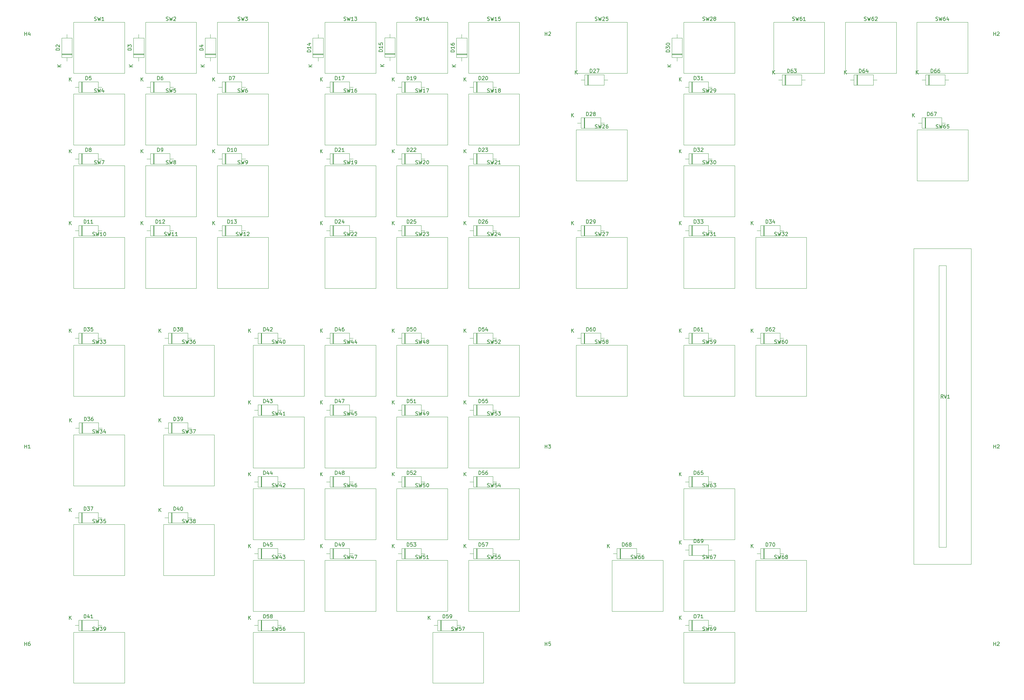
<source format=gbr>
%TF.GenerationSoftware,KiCad,Pcbnew,7.0.5*%
%TF.CreationDate,2023-07-04T22:58:32+02:00*%
%TF.ProjectId,CMD_Board,434d445f-426f-4617-9264-2e6b69636164,rev?*%
%TF.SameCoordinates,Original*%
%TF.FileFunction,Legend,Top*%
%TF.FilePolarity,Positive*%
%FSLAX46Y46*%
G04 Gerber Fmt 4.6, Leading zero omitted, Abs format (unit mm)*
G04 Created by KiCad (PCBNEW 7.0.5) date 2023-07-04 22:58:32*
%MOMM*%
%LPD*%
G01*
G04 APERTURE LIST*
%ADD10C,0.150000*%
%ADD11C,0.120000*%
G04 APERTURE END LIST*
D10*
%TO.C,D58*%
X110785714Y-178984819D02*
X110785714Y-177984819D01*
X110785714Y-177984819D02*
X111023809Y-177984819D01*
X111023809Y-177984819D02*
X111166666Y-178032438D01*
X111166666Y-178032438D02*
X111261904Y-178127676D01*
X111261904Y-178127676D02*
X111309523Y-178222914D01*
X111309523Y-178222914D02*
X111357142Y-178413390D01*
X111357142Y-178413390D02*
X111357142Y-178556247D01*
X111357142Y-178556247D02*
X111309523Y-178746723D01*
X111309523Y-178746723D02*
X111261904Y-178841961D01*
X111261904Y-178841961D02*
X111166666Y-178937200D01*
X111166666Y-178937200D02*
X111023809Y-178984819D01*
X111023809Y-178984819D02*
X110785714Y-178984819D01*
X112261904Y-177984819D02*
X111785714Y-177984819D01*
X111785714Y-177984819D02*
X111738095Y-178461009D01*
X111738095Y-178461009D02*
X111785714Y-178413390D01*
X111785714Y-178413390D02*
X111880952Y-178365771D01*
X111880952Y-178365771D02*
X112119047Y-178365771D01*
X112119047Y-178365771D02*
X112214285Y-178413390D01*
X112214285Y-178413390D02*
X112261904Y-178461009D01*
X112261904Y-178461009D02*
X112309523Y-178556247D01*
X112309523Y-178556247D02*
X112309523Y-178794342D01*
X112309523Y-178794342D02*
X112261904Y-178889580D01*
X112261904Y-178889580D02*
X112214285Y-178937200D01*
X112214285Y-178937200D02*
X112119047Y-178984819D01*
X112119047Y-178984819D02*
X111880952Y-178984819D01*
X111880952Y-178984819D02*
X111785714Y-178937200D01*
X111785714Y-178937200D02*
X111738095Y-178889580D01*
X112880952Y-178413390D02*
X112785714Y-178365771D01*
X112785714Y-178365771D02*
X112738095Y-178318152D01*
X112738095Y-178318152D02*
X112690476Y-178222914D01*
X112690476Y-178222914D02*
X112690476Y-178175295D01*
X112690476Y-178175295D02*
X112738095Y-178080057D01*
X112738095Y-178080057D02*
X112785714Y-178032438D01*
X112785714Y-178032438D02*
X112880952Y-177984819D01*
X112880952Y-177984819D02*
X113071428Y-177984819D01*
X113071428Y-177984819D02*
X113166666Y-178032438D01*
X113166666Y-178032438D02*
X113214285Y-178080057D01*
X113214285Y-178080057D02*
X113261904Y-178175295D01*
X113261904Y-178175295D02*
X113261904Y-178222914D01*
X113261904Y-178222914D02*
X113214285Y-178318152D01*
X113214285Y-178318152D02*
X113166666Y-178365771D01*
X113166666Y-178365771D02*
X113071428Y-178413390D01*
X113071428Y-178413390D02*
X112880952Y-178413390D01*
X112880952Y-178413390D02*
X112785714Y-178461009D01*
X112785714Y-178461009D02*
X112738095Y-178508628D01*
X112738095Y-178508628D02*
X112690476Y-178603866D01*
X112690476Y-178603866D02*
X112690476Y-178794342D01*
X112690476Y-178794342D02*
X112738095Y-178889580D01*
X112738095Y-178889580D02*
X112785714Y-178937200D01*
X112785714Y-178937200D02*
X112880952Y-178984819D01*
X112880952Y-178984819D02*
X113071428Y-178984819D01*
X113071428Y-178984819D02*
X113166666Y-178937200D01*
X113166666Y-178937200D02*
X113214285Y-178889580D01*
X113214285Y-178889580D02*
X113261904Y-178794342D01*
X113261904Y-178794342D02*
X113261904Y-178603866D01*
X113261904Y-178603866D02*
X113214285Y-178508628D01*
X113214285Y-178508628D02*
X113166666Y-178461009D01*
X113166666Y-178461009D02*
X113071428Y-178413390D01*
X106658095Y-179354819D02*
X106658095Y-178354819D01*
X107229523Y-179354819D02*
X106800952Y-178783390D01*
X107229523Y-178354819D02*
X106658095Y-178926247D01*
%TO.C,D70*%
X250785714Y-158984819D02*
X250785714Y-157984819D01*
X250785714Y-157984819D02*
X251023809Y-157984819D01*
X251023809Y-157984819D02*
X251166666Y-158032438D01*
X251166666Y-158032438D02*
X251261904Y-158127676D01*
X251261904Y-158127676D02*
X251309523Y-158222914D01*
X251309523Y-158222914D02*
X251357142Y-158413390D01*
X251357142Y-158413390D02*
X251357142Y-158556247D01*
X251357142Y-158556247D02*
X251309523Y-158746723D01*
X251309523Y-158746723D02*
X251261904Y-158841961D01*
X251261904Y-158841961D02*
X251166666Y-158937200D01*
X251166666Y-158937200D02*
X251023809Y-158984819D01*
X251023809Y-158984819D02*
X250785714Y-158984819D01*
X251690476Y-157984819D02*
X252357142Y-157984819D01*
X252357142Y-157984819D02*
X251928571Y-158984819D01*
X252928571Y-157984819D02*
X253023809Y-157984819D01*
X253023809Y-157984819D02*
X253119047Y-158032438D01*
X253119047Y-158032438D02*
X253166666Y-158080057D01*
X253166666Y-158080057D02*
X253214285Y-158175295D01*
X253214285Y-158175295D02*
X253261904Y-158365771D01*
X253261904Y-158365771D02*
X253261904Y-158603866D01*
X253261904Y-158603866D02*
X253214285Y-158794342D01*
X253214285Y-158794342D02*
X253166666Y-158889580D01*
X253166666Y-158889580D02*
X253119047Y-158937200D01*
X253119047Y-158937200D02*
X253023809Y-158984819D01*
X253023809Y-158984819D02*
X252928571Y-158984819D01*
X252928571Y-158984819D02*
X252833333Y-158937200D01*
X252833333Y-158937200D02*
X252785714Y-158889580D01*
X252785714Y-158889580D02*
X252738095Y-158794342D01*
X252738095Y-158794342D02*
X252690476Y-158603866D01*
X252690476Y-158603866D02*
X252690476Y-158365771D01*
X252690476Y-158365771D02*
X252738095Y-158175295D01*
X252738095Y-158175295D02*
X252785714Y-158080057D01*
X252785714Y-158080057D02*
X252833333Y-158032438D01*
X252833333Y-158032438D02*
X252928571Y-157984819D01*
X246658095Y-159354819D02*
X246658095Y-158354819D01*
X247229523Y-159354819D02*
X246800952Y-158783390D01*
X247229523Y-158354819D02*
X246658095Y-158926247D01*
%TO.C,SW14*%
X153190476Y-12407200D02*
X153333333Y-12454819D01*
X153333333Y-12454819D02*
X153571428Y-12454819D01*
X153571428Y-12454819D02*
X153666666Y-12407200D01*
X153666666Y-12407200D02*
X153714285Y-12359580D01*
X153714285Y-12359580D02*
X153761904Y-12264342D01*
X153761904Y-12264342D02*
X153761904Y-12169104D01*
X153761904Y-12169104D02*
X153714285Y-12073866D01*
X153714285Y-12073866D02*
X153666666Y-12026247D01*
X153666666Y-12026247D02*
X153571428Y-11978628D01*
X153571428Y-11978628D02*
X153380952Y-11931009D01*
X153380952Y-11931009D02*
X153285714Y-11883390D01*
X153285714Y-11883390D02*
X153238095Y-11835771D01*
X153238095Y-11835771D02*
X153190476Y-11740533D01*
X153190476Y-11740533D02*
X153190476Y-11645295D01*
X153190476Y-11645295D02*
X153238095Y-11550057D01*
X153238095Y-11550057D02*
X153285714Y-11502438D01*
X153285714Y-11502438D02*
X153380952Y-11454819D01*
X153380952Y-11454819D02*
X153619047Y-11454819D01*
X153619047Y-11454819D02*
X153761904Y-11502438D01*
X154095238Y-11454819D02*
X154333333Y-12454819D01*
X154333333Y-12454819D02*
X154523809Y-11740533D01*
X154523809Y-11740533D02*
X154714285Y-12454819D01*
X154714285Y-12454819D02*
X154952381Y-11454819D01*
X155857142Y-12454819D02*
X155285714Y-12454819D01*
X155571428Y-12454819D02*
X155571428Y-11454819D01*
X155571428Y-11454819D02*
X155476190Y-11597676D01*
X155476190Y-11597676D02*
X155380952Y-11692914D01*
X155380952Y-11692914D02*
X155285714Y-11740533D01*
X156714285Y-11788152D02*
X156714285Y-12454819D01*
X156476190Y-11407200D02*
X156238095Y-12121485D01*
X156238095Y-12121485D02*
X156857142Y-12121485D01*
%TO.C,SW11*%
X83190476Y-72407200D02*
X83333333Y-72454819D01*
X83333333Y-72454819D02*
X83571428Y-72454819D01*
X83571428Y-72454819D02*
X83666666Y-72407200D01*
X83666666Y-72407200D02*
X83714285Y-72359580D01*
X83714285Y-72359580D02*
X83761904Y-72264342D01*
X83761904Y-72264342D02*
X83761904Y-72169104D01*
X83761904Y-72169104D02*
X83714285Y-72073866D01*
X83714285Y-72073866D02*
X83666666Y-72026247D01*
X83666666Y-72026247D02*
X83571428Y-71978628D01*
X83571428Y-71978628D02*
X83380952Y-71931009D01*
X83380952Y-71931009D02*
X83285714Y-71883390D01*
X83285714Y-71883390D02*
X83238095Y-71835771D01*
X83238095Y-71835771D02*
X83190476Y-71740533D01*
X83190476Y-71740533D02*
X83190476Y-71645295D01*
X83190476Y-71645295D02*
X83238095Y-71550057D01*
X83238095Y-71550057D02*
X83285714Y-71502438D01*
X83285714Y-71502438D02*
X83380952Y-71454819D01*
X83380952Y-71454819D02*
X83619047Y-71454819D01*
X83619047Y-71454819D02*
X83761904Y-71502438D01*
X84095238Y-71454819D02*
X84333333Y-72454819D01*
X84333333Y-72454819D02*
X84523809Y-71740533D01*
X84523809Y-71740533D02*
X84714285Y-72454819D01*
X84714285Y-72454819D02*
X84952381Y-71454819D01*
X85857142Y-72454819D02*
X85285714Y-72454819D01*
X85571428Y-72454819D02*
X85571428Y-71454819D01*
X85571428Y-71454819D02*
X85476190Y-71597676D01*
X85476190Y-71597676D02*
X85380952Y-71692914D01*
X85380952Y-71692914D02*
X85285714Y-71740533D01*
X86809523Y-72454819D02*
X86238095Y-72454819D01*
X86523809Y-72454819D02*
X86523809Y-71454819D01*
X86523809Y-71454819D02*
X86428571Y-71597676D01*
X86428571Y-71597676D02*
X86333333Y-71692914D01*
X86333333Y-71692914D02*
X86238095Y-71740533D01*
%TO.C,SW25*%
X203190476Y-12407200D02*
X203333333Y-12454819D01*
X203333333Y-12454819D02*
X203571428Y-12454819D01*
X203571428Y-12454819D02*
X203666666Y-12407200D01*
X203666666Y-12407200D02*
X203714285Y-12359580D01*
X203714285Y-12359580D02*
X203761904Y-12264342D01*
X203761904Y-12264342D02*
X203761904Y-12169104D01*
X203761904Y-12169104D02*
X203714285Y-12073866D01*
X203714285Y-12073866D02*
X203666666Y-12026247D01*
X203666666Y-12026247D02*
X203571428Y-11978628D01*
X203571428Y-11978628D02*
X203380952Y-11931009D01*
X203380952Y-11931009D02*
X203285714Y-11883390D01*
X203285714Y-11883390D02*
X203238095Y-11835771D01*
X203238095Y-11835771D02*
X203190476Y-11740533D01*
X203190476Y-11740533D02*
X203190476Y-11645295D01*
X203190476Y-11645295D02*
X203238095Y-11550057D01*
X203238095Y-11550057D02*
X203285714Y-11502438D01*
X203285714Y-11502438D02*
X203380952Y-11454819D01*
X203380952Y-11454819D02*
X203619047Y-11454819D01*
X203619047Y-11454819D02*
X203761904Y-11502438D01*
X204095238Y-11454819D02*
X204333333Y-12454819D01*
X204333333Y-12454819D02*
X204523809Y-11740533D01*
X204523809Y-11740533D02*
X204714285Y-12454819D01*
X204714285Y-12454819D02*
X204952381Y-11454819D01*
X205285714Y-11550057D02*
X205333333Y-11502438D01*
X205333333Y-11502438D02*
X205428571Y-11454819D01*
X205428571Y-11454819D02*
X205666666Y-11454819D01*
X205666666Y-11454819D02*
X205761904Y-11502438D01*
X205761904Y-11502438D02*
X205809523Y-11550057D01*
X205809523Y-11550057D02*
X205857142Y-11645295D01*
X205857142Y-11645295D02*
X205857142Y-11740533D01*
X205857142Y-11740533D02*
X205809523Y-11883390D01*
X205809523Y-11883390D02*
X205238095Y-12454819D01*
X205238095Y-12454819D02*
X205857142Y-12454819D01*
X206761904Y-11454819D02*
X206285714Y-11454819D01*
X206285714Y-11454819D02*
X206238095Y-11931009D01*
X206238095Y-11931009D02*
X206285714Y-11883390D01*
X206285714Y-11883390D02*
X206380952Y-11835771D01*
X206380952Y-11835771D02*
X206619047Y-11835771D01*
X206619047Y-11835771D02*
X206714285Y-11883390D01*
X206714285Y-11883390D02*
X206761904Y-11931009D01*
X206761904Y-11931009D02*
X206809523Y-12026247D01*
X206809523Y-12026247D02*
X206809523Y-12264342D01*
X206809523Y-12264342D02*
X206761904Y-12359580D01*
X206761904Y-12359580D02*
X206714285Y-12407200D01*
X206714285Y-12407200D02*
X206619047Y-12454819D01*
X206619047Y-12454819D02*
X206380952Y-12454819D01*
X206380952Y-12454819D02*
X206285714Y-12407200D01*
X206285714Y-12407200D02*
X206238095Y-12359580D01*
%TO.C,H2*%
X314238095Y-131654819D02*
X314238095Y-130654819D01*
X314238095Y-131131009D02*
X314809523Y-131131009D01*
X314809523Y-131654819D02*
X314809523Y-130654819D01*
X315238095Y-130750057D02*
X315285714Y-130702438D01*
X315285714Y-130702438D02*
X315380952Y-130654819D01*
X315380952Y-130654819D02*
X315619047Y-130654819D01*
X315619047Y-130654819D02*
X315714285Y-130702438D01*
X315714285Y-130702438D02*
X315761904Y-130750057D01*
X315761904Y-130750057D02*
X315809523Y-130845295D01*
X315809523Y-130845295D02*
X315809523Y-130940533D01*
X315809523Y-130940533D02*
X315761904Y-131083390D01*
X315761904Y-131083390D02*
X315190476Y-131654819D01*
X315190476Y-131654819D02*
X315809523Y-131654819D01*
%TO.C,SW56*%
X113190476Y-182407200D02*
X113333333Y-182454819D01*
X113333333Y-182454819D02*
X113571428Y-182454819D01*
X113571428Y-182454819D02*
X113666666Y-182407200D01*
X113666666Y-182407200D02*
X113714285Y-182359580D01*
X113714285Y-182359580D02*
X113761904Y-182264342D01*
X113761904Y-182264342D02*
X113761904Y-182169104D01*
X113761904Y-182169104D02*
X113714285Y-182073866D01*
X113714285Y-182073866D02*
X113666666Y-182026247D01*
X113666666Y-182026247D02*
X113571428Y-181978628D01*
X113571428Y-181978628D02*
X113380952Y-181931009D01*
X113380952Y-181931009D02*
X113285714Y-181883390D01*
X113285714Y-181883390D02*
X113238095Y-181835771D01*
X113238095Y-181835771D02*
X113190476Y-181740533D01*
X113190476Y-181740533D02*
X113190476Y-181645295D01*
X113190476Y-181645295D02*
X113238095Y-181550057D01*
X113238095Y-181550057D02*
X113285714Y-181502438D01*
X113285714Y-181502438D02*
X113380952Y-181454819D01*
X113380952Y-181454819D02*
X113619047Y-181454819D01*
X113619047Y-181454819D02*
X113761904Y-181502438D01*
X114095238Y-181454819D02*
X114333333Y-182454819D01*
X114333333Y-182454819D02*
X114523809Y-181740533D01*
X114523809Y-181740533D02*
X114714285Y-182454819D01*
X114714285Y-182454819D02*
X114952381Y-181454819D01*
X115809523Y-181454819D02*
X115333333Y-181454819D01*
X115333333Y-181454819D02*
X115285714Y-181931009D01*
X115285714Y-181931009D02*
X115333333Y-181883390D01*
X115333333Y-181883390D02*
X115428571Y-181835771D01*
X115428571Y-181835771D02*
X115666666Y-181835771D01*
X115666666Y-181835771D02*
X115761904Y-181883390D01*
X115761904Y-181883390D02*
X115809523Y-181931009D01*
X115809523Y-181931009D02*
X115857142Y-182026247D01*
X115857142Y-182026247D02*
X115857142Y-182264342D01*
X115857142Y-182264342D02*
X115809523Y-182359580D01*
X115809523Y-182359580D02*
X115761904Y-182407200D01*
X115761904Y-182407200D02*
X115666666Y-182454819D01*
X115666666Y-182454819D02*
X115428571Y-182454819D01*
X115428571Y-182454819D02*
X115333333Y-182407200D01*
X115333333Y-182407200D02*
X115285714Y-182359580D01*
X116714285Y-181454819D02*
X116523809Y-181454819D01*
X116523809Y-181454819D02*
X116428571Y-181502438D01*
X116428571Y-181502438D02*
X116380952Y-181550057D01*
X116380952Y-181550057D02*
X116285714Y-181692914D01*
X116285714Y-181692914D02*
X116238095Y-181883390D01*
X116238095Y-181883390D02*
X116238095Y-182264342D01*
X116238095Y-182264342D02*
X116285714Y-182359580D01*
X116285714Y-182359580D02*
X116333333Y-182407200D01*
X116333333Y-182407200D02*
X116428571Y-182454819D01*
X116428571Y-182454819D02*
X116619047Y-182454819D01*
X116619047Y-182454819D02*
X116714285Y-182407200D01*
X116714285Y-182407200D02*
X116761904Y-182359580D01*
X116761904Y-182359580D02*
X116809523Y-182264342D01*
X116809523Y-182264342D02*
X116809523Y-182026247D01*
X116809523Y-182026247D02*
X116761904Y-181931009D01*
X116761904Y-181931009D02*
X116714285Y-181883390D01*
X116714285Y-181883390D02*
X116619047Y-181835771D01*
X116619047Y-181835771D02*
X116428571Y-181835771D01*
X116428571Y-181835771D02*
X116333333Y-181883390D01*
X116333333Y-181883390D02*
X116285714Y-181931009D01*
X116285714Y-181931009D02*
X116238095Y-182026247D01*
%TO.C,D71*%
X230785714Y-178984819D02*
X230785714Y-177984819D01*
X230785714Y-177984819D02*
X231023809Y-177984819D01*
X231023809Y-177984819D02*
X231166666Y-178032438D01*
X231166666Y-178032438D02*
X231261904Y-178127676D01*
X231261904Y-178127676D02*
X231309523Y-178222914D01*
X231309523Y-178222914D02*
X231357142Y-178413390D01*
X231357142Y-178413390D02*
X231357142Y-178556247D01*
X231357142Y-178556247D02*
X231309523Y-178746723D01*
X231309523Y-178746723D02*
X231261904Y-178841961D01*
X231261904Y-178841961D02*
X231166666Y-178937200D01*
X231166666Y-178937200D02*
X231023809Y-178984819D01*
X231023809Y-178984819D02*
X230785714Y-178984819D01*
X231690476Y-177984819D02*
X232357142Y-177984819D01*
X232357142Y-177984819D02*
X231928571Y-178984819D01*
X233261904Y-178984819D02*
X232690476Y-178984819D01*
X232976190Y-178984819D02*
X232976190Y-177984819D01*
X232976190Y-177984819D02*
X232880952Y-178127676D01*
X232880952Y-178127676D02*
X232785714Y-178222914D01*
X232785714Y-178222914D02*
X232690476Y-178270533D01*
X226658095Y-179354819D02*
X226658095Y-178354819D01*
X227229523Y-179354819D02*
X226800952Y-178783390D01*
X227229523Y-178354819D02*
X226658095Y-178926247D01*
%TO.C,D44*%
X110785714Y-138984819D02*
X110785714Y-137984819D01*
X110785714Y-137984819D02*
X111023809Y-137984819D01*
X111023809Y-137984819D02*
X111166666Y-138032438D01*
X111166666Y-138032438D02*
X111261904Y-138127676D01*
X111261904Y-138127676D02*
X111309523Y-138222914D01*
X111309523Y-138222914D02*
X111357142Y-138413390D01*
X111357142Y-138413390D02*
X111357142Y-138556247D01*
X111357142Y-138556247D02*
X111309523Y-138746723D01*
X111309523Y-138746723D02*
X111261904Y-138841961D01*
X111261904Y-138841961D02*
X111166666Y-138937200D01*
X111166666Y-138937200D02*
X111023809Y-138984819D01*
X111023809Y-138984819D02*
X110785714Y-138984819D01*
X112214285Y-138318152D02*
X112214285Y-138984819D01*
X111976190Y-137937200D02*
X111738095Y-138651485D01*
X111738095Y-138651485D02*
X112357142Y-138651485D01*
X113166666Y-138318152D02*
X113166666Y-138984819D01*
X112928571Y-137937200D02*
X112690476Y-138651485D01*
X112690476Y-138651485D02*
X113309523Y-138651485D01*
X106658095Y-139354819D02*
X106658095Y-138354819D01*
X107229523Y-139354819D02*
X106800952Y-138783390D01*
X107229523Y-138354819D02*
X106658095Y-138926247D01*
%TO.C,D42*%
X110785714Y-98984819D02*
X110785714Y-97984819D01*
X110785714Y-97984819D02*
X111023809Y-97984819D01*
X111023809Y-97984819D02*
X111166666Y-98032438D01*
X111166666Y-98032438D02*
X111261904Y-98127676D01*
X111261904Y-98127676D02*
X111309523Y-98222914D01*
X111309523Y-98222914D02*
X111357142Y-98413390D01*
X111357142Y-98413390D02*
X111357142Y-98556247D01*
X111357142Y-98556247D02*
X111309523Y-98746723D01*
X111309523Y-98746723D02*
X111261904Y-98841961D01*
X111261904Y-98841961D02*
X111166666Y-98937200D01*
X111166666Y-98937200D02*
X111023809Y-98984819D01*
X111023809Y-98984819D02*
X110785714Y-98984819D01*
X112214285Y-98318152D02*
X112214285Y-98984819D01*
X111976190Y-97937200D02*
X111738095Y-98651485D01*
X111738095Y-98651485D02*
X112357142Y-98651485D01*
X112690476Y-98080057D02*
X112738095Y-98032438D01*
X112738095Y-98032438D02*
X112833333Y-97984819D01*
X112833333Y-97984819D02*
X113071428Y-97984819D01*
X113071428Y-97984819D02*
X113166666Y-98032438D01*
X113166666Y-98032438D02*
X113214285Y-98080057D01*
X113214285Y-98080057D02*
X113261904Y-98175295D01*
X113261904Y-98175295D02*
X113261904Y-98270533D01*
X113261904Y-98270533D02*
X113214285Y-98413390D01*
X113214285Y-98413390D02*
X112642857Y-98984819D01*
X112642857Y-98984819D02*
X113261904Y-98984819D01*
X106658095Y-99354819D02*
X106658095Y-98354819D01*
X107229523Y-99354819D02*
X106800952Y-98783390D01*
X107229523Y-98354819D02*
X106658095Y-98926247D01*
%TO.C,SW54*%
X173190476Y-142407200D02*
X173333333Y-142454819D01*
X173333333Y-142454819D02*
X173571428Y-142454819D01*
X173571428Y-142454819D02*
X173666666Y-142407200D01*
X173666666Y-142407200D02*
X173714285Y-142359580D01*
X173714285Y-142359580D02*
X173761904Y-142264342D01*
X173761904Y-142264342D02*
X173761904Y-142169104D01*
X173761904Y-142169104D02*
X173714285Y-142073866D01*
X173714285Y-142073866D02*
X173666666Y-142026247D01*
X173666666Y-142026247D02*
X173571428Y-141978628D01*
X173571428Y-141978628D02*
X173380952Y-141931009D01*
X173380952Y-141931009D02*
X173285714Y-141883390D01*
X173285714Y-141883390D02*
X173238095Y-141835771D01*
X173238095Y-141835771D02*
X173190476Y-141740533D01*
X173190476Y-141740533D02*
X173190476Y-141645295D01*
X173190476Y-141645295D02*
X173238095Y-141550057D01*
X173238095Y-141550057D02*
X173285714Y-141502438D01*
X173285714Y-141502438D02*
X173380952Y-141454819D01*
X173380952Y-141454819D02*
X173619047Y-141454819D01*
X173619047Y-141454819D02*
X173761904Y-141502438D01*
X174095238Y-141454819D02*
X174333333Y-142454819D01*
X174333333Y-142454819D02*
X174523809Y-141740533D01*
X174523809Y-141740533D02*
X174714285Y-142454819D01*
X174714285Y-142454819D02*
X174952381Y-141454819D01*
X175809523Y-141454819D02*
X175333333Y-141454819D01*
X175333333Y-141454819D02*
X175285714Y-141931009D01*
X175285714Y-141931009D02*
X175333333Y-141883390D01*
X175333333Y-141883390D02*
X175428571Y-141835771D01*
X175428571Y-141835771D02*
X175666666Y-141835771D01*
X175666666Y-141835771D02*
X175761904Y-141883390D01*
X175761904Y-141883390D02*
X175809523Y-141931009D01*
X175809523Y-141931009D02*
X175857142Y-142026247D01*
X175857142Y-142026247D02*
X175857142Y-142264342D01*
X175857142Y-142264342D02*
X175809523Y-142359580D01*
X175809523Y-142359580D02*
X175761904Y-142407200D01*
X175761904Y-142407200D02*
X175666666Y-142454819D01*
X175666666Y-142454819D02*
X175428571Y-142454819D01*
X175428571Y-142454819D02*
X175333333Y-142407200D01*
X175333333Y-142407200D02*
X175285714Y-142359580D01*
X176714285Y-141788152D02*
X176714285Y-142454819D01*
X176476190Y-141407200D02*
X176238095Y-142121485D01*
X176238095Y-142121485D02*
X176857142Y-142121485D01*
%TO.C,SW6*%
X103666667Y-32407200D02*
X103809524Y-32454819D01*
X103809524Y-32454819D02*
X104047619Y-32454819D01*
X104047619Y-32454819D02*
X104142857Y-32407200D01*
X104142857Y-32407200D02*
X104190476Y-32359580D01*
X104190476Y-32359580D02*
X104238095Y-32264342D01*
X104238095Y-32264342D02*
X104238095Y-32169104D01*
X104238095Y-32169104D02*
X104190476Y-32073866D01*
X104190476Y-32073866D02*
X104142857Y-32026247D01*
X104142857Y-32026247D02*
X104047619Y-31978628D01*
X104047619Y-31978628D02*
X103857143Y-31931009D01*
X103857143Y-31931009D02*
X103761905Y-31883390D01*
X103761905Y-31883390D02*
X103714286Y-31835771D01*
X103714286Y-31835771D02*
X103666667Y-31740533D01*
X103666667Y-31740533D02*
X103666667Y-31645295D01*
X103666667Y-31645295D02*
X103714286Y-31550057D01*
X103714286Y-31550057D02*
X103761905Y-31502438D01*
X103761905Y-31502438D02*
X103857143Y-31454819D01*
X103857143Y-31454819D02*
X104095238Y-31454819D01*
X104095238Y-31454819D02*
X104238095Y-31502438D01*
X104571429Y-31454819D02*
X104809524Y-32454819D01*
X104809524Y-32454819D02*
X105000000Y-31740533D01*
X105000000Y-31740533D02*
X105190476Y-32454819D01*
X105190476Y-32454819D02*
X105428572Y-31454819D01*
X106238095Y-31454819D02*
X106047619Y-31454819D01*
X106047619Y-31454819D02*
X105952381Y-31502438D01*
X105952381Y-31502438D02*
X105904762Y-31550057D01*
X105904762Y-31550057D02*
X105809524Y-31692914D01*
X105809524Y-31692914D02*
X105761905Y-31883390D01*
X105761905Y-31883390D02*
X105761905Y-32264342D01*
X105761905Y-32264342D02*
X105809524Y-32359580D01*
X105809524Y-32359580D02*
X105857143Y-32407200D01*
X105857143Y-32407200D02*
X105952381Y-32454819D01*
X105952381Y-32454819D02*
X106142857Y-32454819D01*
X106142857Y-32454819D02*
X106238095Y-32407200D01*
X106238095Y-32407200D02*
X106285714Y-32359580D01*
X106285714Y-32359580D02*
X106333333Y-32264342D01*
X106333333Y-32264342D02*
X106333333Y-32026247D01*
X106333333Y-32026247D02*
X106285714Y-31931009D01*
X106285714Y-31931009D02*
X106238095Y-31883390D01*
X106238095Y-31883390D02*
X106142857Y-31835771D01*
X106142857Y-31835771D02*
X105952381Y-31835771D01*
X105952381Y-31835771D02*
X105857143Y-31883390D01*
X105857143Y-31883390D02*
X105809524Y-31931009D01*
X105809524Y-31931009D02*
X105761905Y-32026247D01*
%TO.C,D14*%
X123984819Y-21214285D02*
X122984819Y-21214285D01*
X122984819Y-21214285D02*
X122984819Y-20976190D01*
X122984819Y-20976190D02*
X123032438Y-20833333D01*
X123032438Y-20833333D02*
X123127676Y-20738095D01*
X123127676Y-20738095D02*
X123222914Y-20690476D01*
X123222914Y-20690476D02*
X123413390Y-20642857D01*
X123413390Y-20642857D02*
X123556247Y-20642857D01*
X123556247Y-20642857D02*
X123746723Y-20690476D01*
X123746723Y-20690476D02*
X123841961Y-20738095D01*
X123841961Y-20738095D02*
X123937200Y-20833333D01*
X123937200Y-20833333D02*
X123984819Y-20976190D01*
X123984819Y-20976190D02*
X123984819Y-21214285D01*
X123984819Y-19690476D02*
X123984819Y-20261904D01*
X123984819Y-19976190D02*
X122984819Y-19976190D01*
X122984819Y-19976190D02*
X123127676Y-20071428D01*
X123127676Y-20071428D02*
X123222914Y-20166666D01*
X123222914Y-20166666D02*
X123270533Y-20261904D01*
X123318152Y-18833333D02*
X123984819Y-18833333D01*
X122937200Y-19071428D02*
X123651485Y-19309523D01*
X123651485Y-19309523D02*
X123651485Y-18690476D01*
X124354819Y-25341904D02*
X123354819Y-25341904D01*
X124354819Y-24770476D02*
X123783390Y-25199047D01*
X123354819Y-24770476D02*
X123926247Y-25341904D01*
%TO.C,SW52*%
X173190476Y-102407200D02*
X173333333Y-102454819D01*
X173333333Y-102454819D02*
X173571428Y-102454819D01*
X173571428Y-102454819D02*
X173666666Y-102407200D01*
X173666666Y-102407200D02*
X173714285Y-102359580D01*
X173714285Y-102359580D02*
X173761904Y-102264342D01*
X173761904Y-102264342D02*
X173761904Y-102169104D01*
X173761904Y-102169104D02*
X173714285Y-102073866D01*
X173714285Y-102073866D02*
X173666666Y-102026247D01*
X173666666Y-102026247D02*
X173571428Y-101978628D01*
X173571428Y-101978628D02*
X173380952Y-101931009D01*
X173380952Y-101931009D02*
X173285714Y-101883390D01*
X173285714Y-101883390D02*
X173238095Y-101835771D01*
X173238095Y-101835771D02*
X173190476Y-101740533D01*
X173190476Y-101740533D02*
X173190476Y-101645295D01*
X173190476Y-101645295D02*
X173238095Y-101550057D01*
X173238095Y-101550057D02*
X173285714Y-101502438D01*
X173285714Y-101502438D02*
X173380952Y-101454819D01*
X173380952Y-101454819D02*
X173619047Y-101454819D01*
X173619047Y-101454819D02*
X173761904Y-101502438D01*
X174095238Y-101454819D02*
X174333333Y-102454819D01*
X174333333Y-102454819D02*
X174523809Y-101740533D01*
X174523809Y-101740533D02*
X174714285Y-102454819D01*
X174714285Y-102454819D02*
X174952381Y-101454819D01*
X175809523Y-101454819D02*
X175333333Y-101454819D01*
X175333333Y-101454819D02*
X175285714Y-101931009D01*
X175285714Y-101931009D02*
X175333333Y-101883390D01*
X175333333Y-101883390D02*
X175428571Y-101835771D01*
X175428571Y-101835771D02*
X175666666Y-101835771D01*
X175666666Y-101835771D02*
X175761904Y-101883390D01*
X175761904Y-101883390D02*
X175809523Y-101931009D01*
X175809523Y-101931009D02*
X175857142Y-102026247D01*
X175857142Y-102026247D02*
X175857142Y-102264342D01*
X175857142Y-102264342D02*
X175809523Y-102359580D01*
X175809523Y-102359580D02*
X175761904Y-102407200D01*
X175761904Y-102407200D02*
X175666666Y-102454819D01*
X175666666Y-102454819D02*
X175428571Y-102454819D01*
X175428571Y-102454819D02*
X175333333Y-102407200D01*
X175333333Y-102407200D02*
X175285714Y-102359580D01*
X176238095Y-101550057D02*
X176285714Y-101502438D01*
X176285714Y-101502438D02*
X176380952Y-101454819D01*
X176380952Y-101454819D02*
X176619047Y-101454819D01*
X176619047Y-101454819D02*
X176714285Y-101502438D01*
X176714285Y-101502438D02*
X176761904Y-101550057D01*
X176761904Y-101550057D02*
X176809523Y-101645295D01*
X176809523Y-101645295D02*
X176809523Y-101740533D01*
X176809523Y-101740533D02*
X176761904Y-101883390D01*
X176761904Y-101883390D02*
X176190476Y-102454819D01*
X176190476Y-102454819D02*
X176809523Y-102454819D01*
%TO.C,SW20*%
X153190476Y-52407200D02*
X153333333Y-52454819D01*
X153333333Y-52454819D02*
X153571428Y-52454819D01*
X153571428Y-52454819D02*
X153666666Y-52407200D01*
X153666666Y-52407200D02*
X153714285Y-52359580D01*
X153714285Y-52359580D02*
X153761904Y-52264342D01*
X153761904Y-52264342D02*
X153761904Y-52169104D01*
X153761904Y-52169104D02*
X153714285Y-52073866D01*
X153714285Y-52073866D02*
X153666666Y-52026247D01*
X153666666Y-52026247D02*
X153571428Y-51978628D01*
X153571428Y-51978628D02*
X153380952Y-51931009D01*
X153380952Y-51931009D02*
X153285714Y-51883390D01*
X153285714Y-51883390D02*
X153238095Y-51835771D01*
X153238095Y-51835771D02*
X153190476Y-51740533D01*
X153190476Y-51740533D02*
X153190476Y-51645295D01*
X153190476Y-51645295D02*
X153238095Y-51550057D01*
X153238095Y-51550057D02*
X153285714Y-51502438D01*
X153285714Y-51502438D02*
X153380952Y-51454819D01*
X153380952Y-51454819D02*
X153619047Y-51454819D01*
X153619047Y-51454819D02*
X153761904Y-51502438D01*
X154095238Y-51454819D02*
X154333333Y-52454819D01*
X154333333Y-52454819D02*
X154523809Y-51740533D01*
X154523809Y-51740533D02*
X154714285Y-52454819D01*
X154714285Y-52454819D02*
X154952381Y-51454819D01*
X155285714Y-51550057D02*
X155333333Y-51502438D01*
X155333333Y-51502438D02*
X155428571Y-51454819D01*
X155428571Y-51454819D02*
X155666666Y-51454819D01*
X155666666Y-51454819D02*
X155761904Y-51502438D01*
X155761904Y-51502438D02*
X155809523Y-51550057D01*
X155809523Y-51550057D02*
X155857142Y-51645295D01*
X155857142Y-51645295D02*
X155857142Y-51740533D01*
X155857142Y-51740533D02*
X155809523Y-51883390D01*
X155809523Y-51883390D02*
X155238095Y-52454819D01*
X155238095Y-52454819D02*
X155857142Y-52454819D01*
X156476190Y-51454819D02*
X156571428Y-51454819D01*
X156571428Y-51454819D02*
X156666666Y-51502438D01*
X156666666Y-51502438D02*
X156714285Y-51550057D01*
X156714285Y-51550057D02*
X156761904Y-51645295D01*
X156761904Y-51645295D02*
X156809523Y-51835771D01*
X156809523Y-51835771D02*
X156809523Y-52073866D01*
X156809523Y-52073866D02*
X156761904Y-52264342D01*
X156761904Y-52264342D02*
X156714285Y-52359580D01*
X156714285Y-52359580D02*
X156666666Y-52407200D01*
X156666666Y-52407200D02*
X156571428Y-52454819D01*
X156571428Y-52454819D02*
X156476190Y-52454819D01*
X156476190Y-52454819D02*
X156380952Y-52407200D01*
X156380952Y-52407200D02*
X156333333Y-52359580D01*
X156333333Y-52359580D02*
X156285714Y-52264342D01*
X156285714Y-52264342D02*
X156238095Y-52073866D01*
X156238095Y-52073866D02*
X156238095Y-51835771D01*
X156238095Y-51835771D02*
X156285714Y-51645295D01*
X156285714Y-51645295D02*
X156333333Y-51550057D01*
X156333333Y-51550057D02*
X156380952Y-51502438D01*
X156380952Y-51502438D02*
X156476190Y-51454819D01*
%TO.C,SW12*%
X103190476Y-72407200D02*
X103333333Y-72454819D01*
X103333333Y-72454819D02*
X103571428Y-72454819D01*
X103571428Y-72454819D02*
X103666666Y-72407200D01*
X103666666Y-72407200D02*
X103714285Y-72359580D01*
X103714285Y-72359580D02*
X103761904Y-72264342D01*
X103761904Y-72264342D02*
X103761904Y-72169104D01*
X103761904Y-72169104D02*
X103714285Y-72073866D01*
X103714285Y-72073866D02*
X103666666Y-72026247D01*
X103666666Y-72026247D02*
X103571428Y-71978628D01*
X103571428Y-71978628D02*
X103380952Y-71931009D01*
X103380952Y-71931009D02*
X103285714Y-71883390D01*
X103285714Y-71883390D02*
X103238095Y-71835771D01*
X103238095Y-71835771D02*
X103190476Y-71740533D01*
X103190476Y-71740533D02*
X103190476Y-71645295D01*
X103190476Y-71645295D02*
X103238095Y-71550057D01*
X103238095Y-71550057D02*
X103285714Y-71502438D01*
X103285714Y-71502438D02*
X103380952Y-71454819D01*
X103380952Y-71454819D02*
X103619047Y-71454819D01*
X103619047Y-71454819D02*
X103761904Y-71502438D01*
X104095238Y-71454819D02*
X104333333Y-72454819D01*
X104333333Y-72454819D02*
X104523809Y-71740533D01*
X104523809Y-71740533D02*
X104714285Y-72454819D01*
X104714285Y-72454819D02*
X104952381Y-71454819D01*
X105857142Y-72454819D02*
X105285714Y-72454819D01*
X105571428Y-72454819D02*
X105571428Y-71454819D01*
X105571428Y-71454819D02*
X105476190Y-71597676D01*
X105476190Y-71597676D02*
X105380952Y-71692914D01*
X105380952Y-71692914D02*
X105285714Y-71740533D01*
X106238095Y-71550057D02*
X106285714Y-71502438D01*
X106285714Y-71502438D02*
X106380952Y-71454819D01*
X106380952Y-71454819D02*
X106619047Y-71454819D01*
X106619047Y-71454819D02*
X106714285Y-71502438D01*
X106714285Y-71502438D02*
X106761904Y-71550057D01*
X106761904Y-71550057D02*
X106809523Y-71645295D01*
X106809523Y-71645295D02*
X106809523Y-71740533D01*
X106809523Y-71740533D02*
X106761904Y-71883390D01*
X106761904Y-71883390D02*
X106190476Y-72454819D01*
X106190476Y-72454819D02*
X106809523Y-72454819D01*
%TO.C,SW35*%
X63190476Y-152407200D02*
X63333333Y-152454819D01*
X63333333Y-152454819D02*
X63571428Y-152454819D01*
X63571428Y-152454819D02*
X63666666Y-152407200D01*
X63666666Y-152407200D02*
X63714285Y-152359580D01*
X63714285Y-152359580D02*
X63761904Y-152264342D01*
X63761904Y-152264342D02*
X63761904Y-152169104D01*
X63761904Y-152169104D02*
X63714285Y-152073866D01*
X63714285Y-152073866D02*
X63666666Y-152026247D01*
X63666666Y-152026247D02*
X63571428Y-151978628D01*
X63571428Y-151978628D02*
X63380952Y-151931009D01*
X63380952Y-151931009D02*
X63285714Y-151883390D01*
X63285714Y-151883390D02*
X63238095Y-151835771D01*
X63238095Y-151835771D02*
X63190476Y-151740533D01*
X63190476Y-151740533D02*
X63190476Y-151645295D01*
X63190476Y-151645295D02*
X63238095Y-151550057D01*
X63238095Y-151550057D02*
X63285714Y-151502438D01*
X63285714Y-151502438D02*
X63380952Y-151454819D01*
X63380952Y-151454819D02*
X63619047Y-151454819D01*
X63619047Y-151454819D02*
X63761904Y-151502438D01*
X64095238Y-151454819D02*
X64333333Y-152454819D01*
X64333333Y-152454819D02*
X64523809Y-151740533D01*
X64523809Y-151740533D02*
X64714285Y-152454819D01*
X64714285Y-152454819D02*
X64952381Y-151454819D01*
X65238095Y-151454819D02*
X65857142Y-151454819D01*
X65857142Y-151454819D02*
X65523809Y-151835771D01*
X65523809Y-151835771D02*
X65666666Y-151835771D01*
X65666666Y-151835771D02*
X65761904Y-151883390D01*
X65761904Y-151883390D02*
X65809523Y-151931009D01*
X65809523Y-151931009D02*
X65857142Y-152026247D01*
X65857142Y-152026247D02*
X65857142Y-152264342D01*
X65857142Y-152264342D02*
X65809523Y-152359580D01*
X65809523Y-152359580D02*
X65761904Y-152407200D01*
X65761904Y-152407200D02*
X65666666Y-152454819D01*
X65666666Y-152454819D02*
X65380952Y-152454819D01*
X65380952Y-152454819D02*
X65285714Y-152407200D01*
X65285714Y-152407200D02*
X65238095Y-152359580D01*
X66761904Y-151454819D02*
X66285714Y-151454819D01*
X66285714Y-151454819D02*
X66238095Y-151931009D01*
X66238095Y-151931009D02*
X66285714Y-151883390D01*
X66285714Y-151883390D02*
X66380952Y-151835771D01*
X66380952Y-151835771D02*
X66619047Y-151835771D01*
X66619047Y-151835771D02*
X66714285Y-151883390D01*
X66714285Y-151883390D02*
X66761904Y-151931009D01*
X66761904Y-151931009D02*
X66809523Y-152026247D01*
X66809523Y-152026247D02*
X66809523Y-152264342D01*
X66809523Y-152264342D02*
X66761904Y-152359580D01*
X66761904Y-152359580D02*
X66714285Y-152407200D01*
X66714285Y-152407200D02*
X66619047Y-152454819D01*
X66619047Y-152454819D02*
X66380952Y-152454819D01*
X66380952Y-152454819D02*
X66285714Y-152407200D01*
X66285714Y-152407200D02*
X66238095Y-152359580D01*
%TO.C,D21*%
X130785714Y-48984819D02*
X130785714Y-47984819D01*
X130785714Y-47984819D02*
X131023809Y-47984819D01*
X131023809Y-47984819D02*
X131166666Y-48032438D01*
X131166666Y-48032438D02*
X131261904Y-48127676D01*
X131261904Y-48127676D02*
X131309523Y-48222914D01*
X131309523Y-48222914D02*
X131357142Y-48413390D01*
X131357142Y-48413390D02*
X131357142Y-48556247D01*
X131357142Y-48556247D02*
X131309523Y-48746723D01*
X131309523Y-48746723D02*
X131261904Y-48841961D01*
X131261904Y-48841961D02*
X131166666Y-48937200D01*
X131166666Y-48937200D02*
X131023809Y-48984819D01*
X131023809Y-48984819D02*
X130785714Y-48984819D01*
X131738095Y-48080057D02*
X131785714Y-48032438D01*
X131785714Y-48032438D02*
X131880952Y-47984819D01*
X131880952Y-47984819D02*
X132119047Y-47984819D01*
X132119047Y-47984819D02*
X132214285Y-48032438D01*
X132214285Y-48032438D02*
X132261904Y-48080057D01*
X132261904Y-48080057D02*
X132309523Y-48175295D01*
X132309523Y-48175295D02*
X132309523Y-48270533D01*
X132309523Y-48270533D02*
X132261904Y-48413390D01*
X132261904Y-48413390D02*
X131690476Y-48984819D01*
X131690476Y-48984819D02*
X132309523Y-48984819D01*
X133261904Y-48984819D02*
X132690476Y-48984819D01*
X132976190Y-48984819D02*
X132976190Y-47984819D01*
X132976190Y-47984819D02*
X132880952Y-48127676D01*
X132880952Y-48127676D02*
X132785714Y-48222914D01*
X132785714Y-48222914D02*
X132690476Y-48270533D01*
X126658095Y-49354819D02*
X126658095Y-48354819D01*
X127229523Y-49354819D02*
X126800952Y-48783390D01*
X127229523Y-48354819D02*
X126658095Y-48926247D01*
%TO.C,SW19*%
X133190476Y-52407200D02*
X133333333Y-52454819D01*
X133333333Y-52454819D02*
X133571428Y-52454819D01*
X133571428Y-52454819D02*
X133666666Y-52407200D01*
X133666666Y-52407200D02*
X133714285Y-52359580D01*
X133714285Y-52359580D02*
X133761904Y-52264342D01*
X133761904Y-52264342D02*
X133761904Y-52169104D01*
X133761904Y-52169104D02*
X133714285Y-52073866D01*
X133714285Y-52073866D02*
X133666666Y-52026247D01*
X133666666Y-52026247D02*
X133571428Y-51978628D01*
X133571428Y-51978628D02*
X133380952Y-51931009D01*
X133380952Y-51931009D02*
X133285714Y-51883390D01*
X133285714Y-51883390D02*
X133238095Y-51835771D01*
X133238095Y-51835771D02*
X133190476Y-51740533D01*
X133190476Y-51740533D02*
X133190476Y-51645295D01*
X133190476Y-51645295D02*
X133238095Y-51550057D01*
X133238095Y-51550057D02*
X133285714Y-51502438D01*
X133285714Y-51502438D02*
X133380952Y-51454819D01*
X133380952Y-51454819D02*
X133619047Y-51454819D01*
X133619047Y-51454819D02*
X133761904Y-51502438D01*
X134095238Y-51454819D02*
X134333333Y-52454819D01*
X134333333Y-52454819D02*
X134523809Y-51740533D01*
X134523809Y-51740533D02*
X134714285Y-52454819D01*
X134714285Y-52454819D02*
X134952381Y-51454819D01*
X135857142Y-52454819D02*
X135285714Y-52454819D01*
X135571428Y-52454819D02*
X135571428Y-51454819D01*
X135571428Y-51454819D02*
X135476190Y-51597676D01*
X135476190Y-51597676D02*
X135380952Y-51692914D01*
X135380952Y-51692914D02*
X135285714Y-51740533D01*
X136333333Y-52454819D02*
X136523809Y-52454819D01*
X136523809Y-52454819D02*
X136619047Y-52407200D01*
X136619047Y-52407200D02*
X136666666Y-52359580D01*
X136666666Y-52359580D02*
X136761904Y-52216723D01*
X136761904Y-52216723D02*
X136809523Y-52026247D01*
X136809523Y-52026247D02*
X136809523Y-51645295D01*
X136809523Y-51645295D02*
X136761904Y-51550057D01*
X136761904Y-51550057D02*
X136714285Y-51502438D01*
X136714285Y-51502438D02*
X136619047Y-51454819D01*
X136619047Y-51454819D02*
X136428571Y-51454819D01*
X136428571Y-51454819D02*
X136333333Y-51502438D01*
X136333333Y-51502438D02*
X136285714Y-51550057D01*
X136285714Y-51550057D02*
X136238095Y-51645295D01*
X136238095Y-51645295D02*
X136238095Y-51883390D01*
X136238095Y-51883390D02*
X136285714Y-51978628D01*
X136285714Y-51978628D02*
X136333333Y-52026247D01*
X136333333Y-52026247D02*
X136428571Y-52073866D01*
X136428571Y-52073866D02*
X136619047Y-52073866D01*
X136619047Y-52073866D02*
X136714285Y-52026247D01*
X136714285Y-52026247D02*
X136761904Y-51978628D01*
X136761904Y-51978628D02*
X136809523Y-51883390D01*
%TO.C,D40*%
X85785714Y-148984819D02*
X85785714Y-147984819D01*
X85785714Y-147984819D02*
X86023809Y-147984819D01*
X86023809Y-147984819D02*
X86166666Y-148032438D01*
X86166666Y-148032438D02*
X86261904Y-148127676D01*
X86261904Y-148127676D02*
X86309523Y-148222914D01*
X86309523Y-148222914D02*
X86357142Y-148413390D01*
X86357142Y-148413390D02*
X86357142Y-148556247D01*
X86357142Y-148556247D02*
X86309523Y-148746723D01*
X86309523Y-148746723D02*
X86261904Y-148841961D01*
X86261904Y-148841961D02*
X86166666Y-148937200D01*
X86166666Y-148937200D02*
X86023809Y-148984819D01*
X86023809Y-148984819D02*
X85785714Y-148984819D01*
X87214285Y-148318152D02*
X87214285Y-148984819D01*
X86976190Y-147937200D02*
X86738095Y-148651485D01*
X86738095Y-148651485D02*
X87357142Y-148651485D01*
X87928571Y-147984819D02*
X88023809Y-147984819D01*
X88023809Y-147984819D02*
X88119047Y-148032438D01*
X88119047Y-148032438D02*
X88166666Y-148080057D01*
X88166666Y-148080057D02*
X88214285Y-148175295D01*
X88214285Y-148175295D02*
X88261904Y-148365771D01*
X88261904Y-148365771D02*
X88261904Y-148603866D01*
X88261904Y-148603866D02*
X88214285Y-148794342D01*
X88214285Y-148794342D02*
X88166666Y-148889580D01*
X88166666Y-148889580D02*
X88119047Y-148937200D01*
X88119047Y-148937200D02*
X88023809Y-148984819D01*
X88023809Y-148984819D02*
X87928571Y-148984819D01*
X87928571Y-148984819D02*
X87833333Y-148937200D01*
X87833333Y-148937200D02*
X87785714Y-148889580D01*
X87785714Y-148889580D02*
X87738095Y-148794342D01*
X87738095Y-148794342D02*
X87690476Y-148603866D01*
X87690476Y-148603866D02*
X87690476Y-148365771D01*
X87690476Y-148365771D02*
X87738095Y-148175295D01*
X87738095Y-148175295D02*
X87785714Y-148080057D01*
X87785714Y-148080057D02*
X87833333Y-148032438D01*
X87833333Y-148032438D02*
X87928571Y-147984819D01*
X81658095Y-149354819D02*
X81658095Y-148354819D01*
X82229523Y-149354819D02*
X81800952Y-148783390D01*
X82229523Y-148354819D02*
X81658095Y-148926247D01*
%TO.C,SW28*%
X233190476Y-12407200D02*
X233333333Y-12454819D01*
X233333333Y-12454819D02*
X233571428Y-12454819D01*
X233571428Y-12454819D02*
X233666666Y-12407200D01*
X233666666Y-12407200D02*
X233714285Y-12359580D01*
X233714285Y-12359580D02*
X233761904Y-12264342D01*
X233761904Y-12264342D02*
X233761904Y-12169104D01*
X233761904Y-12169104D02*
X233714285Y-12073866D01*
X233714285Y-12073866D02*
X233666666Y-12026247D01*
X233666666Y-12026247D02*
X233571428Y-11978628D01*
X233571428Y-11978628D02*
X233380952Y-11931009D01*
X233380952Y-11931009D02*
X233285714Y-11883390D01*
X233285714Y-11883390D02*
X233238095Y-11835771D01*
X233238095Y-11835771D02*
X233190476Y-11740533D01*
X233190476Y-11740533D02*
X233190476Y-11645295D01*
X233190476Y-11645295D02*
X233238095Y-11550057D01*
X233238095Y-11550057D02*
X233285714Y-11502438D01*
X233285714Y-11502438D02*
X233380952Y-11454819D01*
X233380952Y-11454819D02*
X233619047Y-11454819D01*
X233619047Y-11454819D02*
X233761904Y-11502438D01*
X234095238Y-11454819D02*
X234333333Y-12454819D01*
X234333333Y-12454819D02*
X234523809Y-11740533D01*
X234523809Y-11740533D02*
X234714285Y-12454819D01*
X234714285Y-12454819D02*
X234952381Y-11454819D01*
X235285714Y-11550057D02*
X235333333Y-11502438D01*
X235333333Y-11502438D02*
X235428571Y-11454819D01*
X235428571Y-11454819D02*
X235666666Y-11454819D01*
X235666666Y-11454819D02*
X235761904Y-11502438D01*
X235761904Y-11502438D02*
X235809523Y-11550057D01*
X235809523Y-11550057D02*
X235857142Y-11645295D01*
X235857142Y-11645295D02*
X235857142Y-11740533D01*
X235857142Y-11740533D02*
X235809523Y-11883390D01*
X235809523Y-11883390D02*
X235238095Y-12454819D01*
X235238095Y-12454819D02*
X235857142Y-12454819D01*
X236428571Y-11883390D02*
X236333333Y-11835771D01*
X236333333Y-11835771D02*
X236285714Y-11788152D01*
X236285714Y-11788152D02*
X236238095Y-11692914D01*
X236238095Y-11692914D02*
X236238095Y-11645295D01*
X236238095Y-11645295D02*
X236285714Y-11550057D01*
X236285714Y-11550057D02*
X236333333Y-11502438D01*
X236333333Y-11502438D02*
X236428571Y-11454819D01*
X236428571Y-11454819D02*
X236619047Y-11454819D01*
X236619047Y-11454819D02*
X236714285Y-11502438D01*
X236714285Y-11502438D02*
X236761904Y-11550057D01*
X236761904Y-11550057D02*
X236809523Y-11645295D01*
X236809523Y-11645295D02*
X236809523Y-11692914D01*
X236809523Y-11692914D02*
X236761904Y-11788152D01*
X236761904Y-11788152D02*
X236714285Y-11835771D01*
X236714285Y-11835771D02*
X236619047Y-11883390D01*
X236619047Y-11883390D02*
X236428571Y-11883390D01*
X236428571Y-11883390D02*
X236333333Y-11931009D01*
X236333333Y-11931009D02*
X236285714Y-11978628D01*
X236285714Y-11978628D02*
X236238095Y-12073866D01*
X236238095Y-12073866D02*
X236238095Y-12264342D01*
X236238095Y-12264342D02*
X236285714Y-12359580D01*
X236285714Y-12359580D02*
X236333333Y-12407200D01*
X236333333Y-12407200D02*
X236428571Y-12454819D01*
X236428571Y-12454819D02*
X236619047Y-12454819D01*
X236619047Y-12454819D02*
X236714285Y-12407200D01*
X236714285Y-12407200D02*
X236761904Y-12359580D01*
X236761904Y-12359580D02*
X236809523Y-12264342D01*
X236809523Y-12264342D02*
X236809523Y-12073866D01*
X236809523Y-12073866D02*
X236761904Y-11978628D01*
X236761904Y-11978628D02*
X236714285Y-11931009D01*
X236714285Y-11931009D02*
X236619047Y-11883390D01*
%TO.C,SW26*%
X203190476Y-42407200D02*
X203333333Y-42454819D01*
X203333333Y-42454819D02*
X203571428Y-42454819D01*
X203571428Y-42454819D02*
X203666666Y-42407200D01*
X203666666Y-42407200D02*
X203714285Y-42359580D01*
X203714285Y-42359580D02*
X203761904Y-42264342D01*
X203761904Y-42264342D02*
X203761904Y-42169104D01*
X203761904Y-42169104D02*
X203714285Y-42073866D01*
X203714285Y-42073866D02*
X203666666Y-42026247D01*
X203666666Y-42026247D02*
X203571428Y-41978628D01*
X203571428Y-41978628D02*
X203380952Y-41931009D01*
X203380952Y-41931009D02*
X203285714Y-41883390D01*
X203285714Y-41883390D02*
X203238095Y-41835771D01*
X203238095Y-41835771D02*
X203190476Y-41740533D01*
X203190476Y-41740533D02*
X203190476Y-41645295D01*
X203190476Y-41645295D02*
X203238095Y-41550057D01*
X203238095Y-41550057D02*
X203285714Y-41502438D01*
X203285714Y-41502438D02*
X203380952Y-41454819D01*
X203380952Y-41454819D02*
X203619047Y-41454819D01*
X203619047Y-41454819D02*
X203761904Y-41502438D01*
X204095238Y-41454819D02*
X204333333Y-42454819D01*
X204333333Y-42454819D02*
X204523809Y-41740533D01*
X204523809Y-41740533D02*
X204714285Y-42454819D01*
X204714285Y-42454819D02*
X204952381Y-41454819D01*
X205285714Y-41550057D02*
X205333333Y-41502438D01*
X205333333Y-41502438D02*
X205428571Y-41454819D01*
X205428571Y-41454819D02*
X205666666Y-41454819D01*
X205666666Y-41454819D02*
X205761904Y-41502438D01*
X205761904Y-41502438D02*
X205809523Y-41550057D01*
X205809523Y-41550057D02*
X205857142Y-41645295D01*
X205857142Y-41645295D02*
X205857142Y-41740533D01*
X205857142Y-41740533D02*
X205809523Y-41883390D01*
X205809523Y-41883390D02*
X205238095Y-42454819D01*
X205238095Y-42454819D02*
X205857142Y-42454819D01*
X206714285Y-41454819D02*
X206523809Y-41454819D01*
X206523809Y-41454819D02*
X206428571Y-41502438D01*
X206428571Y-41502438D02*
X206380952Y-41550057D01*
X206380952Y-41550057D02*
X206285714Y-41692914D01*
X206285714Y-41692914D02*
X206238095Y-41883390D01*
X206238095Y-41883390D02*
X206238095Y-42264342D01*
X206238095Y-42264342D02*
X206285714Y-42359580D01*
X206285714Y-42359580D02*
X206333333Y-42407200D01*
X206333333Y-42407200D02*
X206428571Y-42454819D01*
X206428571Y-42454819D02*
X206619047Y-42454819D01*
X206619047Y-42454819D02*
X206714285Y-42407200D01*
X206714285Y-42407200D02*
X206761904Y-42359580D01*
X206761904Y-42359580D02*
X206809523Y-42264342D01*
X206809523Y-42264342D02*
X206809523Y-42026247D01*
X206809523Y-42026247D02*
X206761904Y-41931009D01*
X206761904Y-41931009D02*
X206714285Y-41883390D01*
X206714285Y-41883390D02*
X206619047Y-41835771D01*
X206619047Y-41835771D02*
X206428571Y-41835771D01*
X206428571Y-41835771D02*
X206333333Y-41883390D01*
X206333333Y-41883390D02*
X206285714Y-41931009D01*
X206285714Y-41931009D02*
X206238095Y-42026247D01*
%TO.C,SW13*%
X133190476Y-12407200D02*
X133333333Y-12454819D01*
X133333333Y-12454819D02*
X133571428Y-12454819D01*
X133571428Y-12454819D02*
X133666666Y-12407200D01*
X133666666Y-12407200D02*
X133714285Y-12359580D01*
X133714285Y-12359580D02*
X133761904Y-12264342D01*
X133761904Y-12264342D02*
X133761904Y-12169104D01*
X133761904Y-12169104D02*
X133714285Y-12073866D01*
X133714285Y-12073866D02*
X133666666Y-12026247D01*
X133666666Y-12026247D02*
X133571428Y-11978628D01*
X133571428Y-11978628D02*
X133380952Y-11931009D01*
X133380952Y-11931009D02*
X133285714Y-11883390D01*
X133285714Y-11883390D02*
X133238095Y-11835771D01*
X133238095Y-11835771D02*
X133190476Y-11740533D01*
X133190476Y-11740533D02*
X133190476Y-11645295D01*
X133190476Y-11645295D02*
X133238095Y-11550057D01*
X133238095Y-11550057D02*
X133285714Y-11502438D01*
X133285714Y-11502438D02*
X133380952Y-11454819D01*
X133380952Y-11454819D02*
X133619047Y-11454819D01*
X133619047Y-11454819D02*
X133761904Y-11502438D01*
X134095238Y-11454819D02*
X134333333Y-12454819D01*
X134333333Y-12454819D02*
X134523809Y-11740533D01*
X134523809Y-11740533D02*
X134714285Y-12454819D01*
X134714285Y-12454819D02*
X134952381Y-11454819D01*
X135857142Y-12454819D02*
X135285714Y-12454819D01*
X135571428Y-12454819D02*
X135571428Y-11454819D01*
X135571428Y-11454819D02*
X135476190Y-11597676D01*
X135476190Y-11597676D02*
X135380952Y-11692914D01*
X135380952Y-11692914D02*
X135285714Y-11740533D01*
X136190476Y-11454819D02*
X136809523Y-11454819D01*
X136809523Y-11454819D02*
X136476190Y-11835771D01*
X136476190Y-11835771D02*
X136619047Y-11835771D01*
X136619047Y-11835771D02*
X136714285Y-11883390D01*
X136714285Y-11883390D02*
X136761904Y-11931009D01*
X136761904Y-11931009D02*
X136809523Y-12026247D01*
X136809523Y-12026247D02*
X136809523Y-12264342D01*
X136809523Y-12264342D02*
X136761904Y-12359580D01*
X136761904Y-12359580D02*
X136714285Y-12407200D01*
X136714285Y-12407200D02*
X136619047Y-12454819D01*
X136619047Y-12454819D02*
X136333333Y-12454819D01*
X136333333Y-12454819D02*
X136238095Y-12407200D01*
X136238095Y-12407200D02*
X136190476Y-12359580D01*
%TO.C,D68*%
X210785714Y-158984819D02*
X210785714Y-157984819D01*
X210785714Y-157984819D02*
X211023809Y-157984819D01*
X211023809Y-157984819D02*
X211166666Y-158032438D01*
X211166666Y-158032438D02*
X211261904Y-158127676D01*
X211261904Y-158127676D02*
X211309523Y-158222914D01*
X211309523Y-158222914D02*
X211357142Y-158413390D01*
X211357142Y-158413390D02*
X211357142Y-158556247D01*
X211357142Y-158556247D02*
X211309523Y-158746723D01*
X211309523Y-158746723D02*
X211261904Y-158841961D01*
X211261904Y-158841961D02*
X211166666Y-158937200D01*
X211166666Y-158937200D02*
X211023809Y-158984819D01*
X211023809Y-158984819D02*
X210785714Y-158984819D01*
X212214285Y-157984819D02*
X212023809Y-157984819D01*
X212023809Y-157984819D02*
X211928571Y-158032438D01*
X211928571Y-158032438D02*
X211880952Y-158080057D01*
X211880952Y-158080057D02*
X211785714Y-158222914D01*
X211785714Y-158222914D02*
X211738095Y-158413390D01*
X211738095Y-158413390D02*
X211738095Y-158794342D01*
X211738095Y-158794342D02*
X211785714Y-158889580D01*
X211785714Y-158889580D02*
X211833333Y-158937200D01*
X211833333Y-158937200D02*
X211928571Y-158984819D01*
X211928571Y-158984819D02*
X212119047Y-158984819D01*
X212119047Y-158984819D02*
X212214285Y-158937200D01*
X212214285Y-158937200D02*
X212261904Y-158889580D01*
X212261904Y-158889580D02*
X212309523Y-158794342D01*
X212309523Y-158794342D02*
X212309523Y-158556247D01*
X212309523Y-158556247D02*
X212261904Y-158461009D01*
X212261904Y-158461009D02*
X212214285Y-158413390D01*
X212214285Y-158413390D02*
X212119047Y-158365771D01*
X212119047Y-158365771D02*
X211928571Y-158365771D01*
X211928571Y-158365771D02*
X211833333Y-158413390D01*
X211833333Y-158413390D02*
X211785714Y-158461009D01*
X211785714Y-158461009D02*
X211738095Y-158556247D01*
X212880952Y-158413390D02*
X212785714Y-158365771D01*
X212785714Y-158365771D02*
X212738095Y-158318152D01*
X212738095Y-158318152D02*
X212690476Y-158222914D01*
X212690476Y-158222914D02*
X212690476Y-158175295D01*
X212690476Y-158175295D02*
X212738095Y-158080057D01*
X212738095Y-158080057D02*
X212785714Y-158032438D01*
X212785714Y-158032438D02*
X212880952Y-157984819D01*
X212880952Y-157984819D02*
X213071428Y-157984819D01*
X213071428Y-157984819D02*
X213166666Y-158032438D01*
X213166666Y-158032438D02*
X213214285Y-158080057D01*
X213214285Y-158080057D02*
X213261904Y-158175295D01*
X213261904Y-158175295D02*
X213261904Y-158222914D01*
X213261904Y-158222914D02*
X213214285Y-158318152D01*
X213214285Y-158318152D02*
X213166666Y-158365771D01*
X213166666Y-158365771D02*
X213071428Y-158413390D01*
X213071428Y-158413390D02*
X212880952Y-158413390D01*
X212880952Y-158413390D02*
X212785714Y-158461009D01*
X212785714Y-158461009D02*
X212738095Y-158508628D01*
X212738095Y-158508628D02*
X212690476Y-158603866D01*
X212690476Y-158603866D02*
X212690476Y-158794342D01*
X212690476Y-158794342D02*
X212738095Y-158889580D01*
X212738095Y-158889580D02*
X212785714Y-158937200D01*
X212785714Y-158937200D02*
X212880952Y-158984819D01*
X212880952Y-158984819D02*
X213071428Y-158984819D01*
X213071428Y-158984819D02*
X213166666Y-158937200D01*
X213166666Y-158937200D02*
X213214285Y-158889580D01*
X213214285Y-158889580D02*
X213261904Y-158794342D01*
X213261904Y-158794342D02*
X213261904Y-158603866D01*
X213261904Y-158603866D02*
X213214285Y-158508628D01*
X213214285Y-158508628D02*
X213166666Y-158461009D01*
X213166666Y-158461009D02*
X213071428Y-158413390D01*
X206658095Y-159354819D02*
X206658095Y-158354819D01*
X207229523Y-159354819D02*
X206800952Y-158783390D01*
X207229523Y-158354819D02*
X206658095Y-158926247D01*
%TO.C,D17*%
X130785714Y-28984819D02*
X130785714Y-27984819D01*
X130785714Y-27984819D02*
X131023809Y-27984819D01*
X131023809Y-27984819D02*
X131166666Y-28032438D01*
X131166666Y-28032438D02*
X131261904Y-28127676D01*
X131261904Y-28127676D02*
X131309523Y-28222914D01*
X131309523Y-28222914D02*
X131357142Y-28413390D01*
X131357142Y-28413390D02*
X131357142Y-28556247D01*
X131357142Y-28556247D02*
X131309523Y-28746723D01*
X131309523Y-28746723D02*
X131261904Y-28841961D01*
X131261904Y-28841961D02*
X131166666Y-28937200D01*
X131166666Y-28937200D02*
X131023809Y-28984819D01*
X131023809Y-28984819D02*
X130785714Y-28984819D01*
X132309523Y-28984819D02*
X131738095Y-28984819D01*
X132023809Y-28984819D02*
X132023809Y-27984819D01*
X132023809Y-27984819D02*
X131928571Y-28127676D01*
X131928571Y-28127676D02*
X131833333Y-28222914D01*
X131833333Y-28222914D02*
X131738095Y-28270533D01*
X132642857Y-27984819D02*
X133309523Y-27984819D01*
X133309523Y-27984819D02*
X132880952Y-28984819D01*
X126658095Y-29354819D02*
X126658095Y-28354819D01*
X127229523Y-29354819D02*
X126800952Y-28783390D01*
X127229523Y-28354819D02*
X126658095Y-28926247D01*
%TO.C,D56*%
X170785714Y-138984819D02*
X170785714Y-137984819D01*
X170785714Y-137984819D02*
X171023809Y-137984819D01*
X171023809Y-137984819D02*
X171166666Y-138032438D01*
X171166666Y-138032438D02*
X171261904Y-138127676D01*
X171261904Y-138127676D02*
X171309523Y-138222914D01*
X171309523Y-138222914D02*
X171357142Y-138413390D01*
X171357142Y-138413390D02*
X171357142Y-138556247D01*
X171357142Y-138556247D02*
X171309523Y-138746723D01*
X171309523Y-138746723D02*
X171261904Y-138841961D01*
X171261904Y-138841961D02*
X171166666Y-138937200D01*
X171166666Y-138937200D02*
X171023809Y-138984819D01*
X171023809Y-138984819D02*
X170785714Y-138984819D01*
X172261904Y-137984819D02*
X171785714Y-137984819D01*
X171785714Y-137984819D02*
X171738095Y-138461009D01*
X171738095Y-138461009D02*
X171785714Y-138413390D01*
X171785714Y-138413390D02*
X171880952Y-138365771D01*
X171880952Y-138365771D02*
X172119047Y-138365771D01*
X172119047Y-138365771D02*
X172214285Y-138413390D01*
X172214285Y-138413390D02*
X172261904Y-138461009D01*
X172261904Y-138461009D02*
X172309523Y-138556247D01*
X172309523Y-138556247D02*
X172309523Y-138794342D01*
X172309523Y-138794342D02*
X172261904Y-138889580D01*
X172261904Y-138889580D02*
X172214285Y-138937200D01*
X172214285Y-138937200D02*
X172119047Y-138984819D01*
X172119047Y-138984819D02*
X171880952Y-138984819D01*
X171880952Y-138984819D02*
X171785714Y-138937200D01*
X171785714Y-138937200D02*
X171738095Y-138889580D01*
X173166666Y-137984819D02*
X172976190Y-137984819D01*
X172976190Y-137984819D02*
X172880952Y-138032438D01*
X172880952Y-138032438D02*
X172833333Y-138080057D01*
X172833333Y-138080057D02*
X172738095Y-138222914D01*
X172738095Y-138222914D02*
X172690476Y-138413390D01*
X172690476Y-138413390D02*
X172690476Y-138794342D01*
X172690476Y-138794342D02*
X172738095Y-138889580D01*
X172738095Y-138889580D02*
X172785714Y-138937200D01*
X172785714Y-138937200D02*
X172880952Y-138984819D01*
X172880952Y-138984819D02*
X173071428Y-138984819D01*
X173071428Y-138984819D02*
X173166666Y-138937200D01*
X173166666Y-138937200D02*
X173214285Y-138889580D01*
X173214285Y-138889580D02*
X173261904Y-138794342D01*
X173261904Y-138794342D02*
X173261904Y-138556247D01*
X173261904Y-138556247D02*
X173214285Y-138461009D01*
X173214285Y-138461009D02*
X173166666Y-138413390D01*
X173166666Y-138413390D02*
X173071428Y-138365771D01*
X173071428Y-138365771D02*
X172880952Y-138365771D01*
X172880952Y-138365771D02*
X172785714Y-138413390D01*
X172785714Y-138413390D02*
X172738095Y-138461009D01*
X172738095Y-138461009D02*
X172690476Y-138556247D01*
X166658095Y-139354819D02*
X166658095Y-138354819D01*
X167229523Y-139354819D02*
X166800952Y-138783390D01*
X167229523Y-138354819D02*
X166658095Y-138926247D01*
%TO.C,SW32*%
X253190476Y-72407200D02*
X253333333Y-72454819D01*
X253333333Y-72454819D02*
X253571428Y-72454819D01*
X253571428Y-72454819D02*
X253666666Y-72407200D01*
X253666666Y-72407200D02*
X253714285Y-72359580D01*
X253714285Y-72359580D02*
X253761904Y-72264342D01*
X253761904Y-72264342D02*
X253761904Y-72169104D01*
X253761904Y-72169104D02*
X253714285Y-72073866D01*
X253714285Y-72073866D02*
X253666666Y-72026247D01*
X253666666Y-72026247D02*
X253571428Y-71978628D01*
X253571428Y-71978628D02*
X253380952Y-71931009D01*
X253380952Y-71931009D02*
X253285714Y-71883390D01*
X253285714Y-71883390D02*
X253238095Y-71835771D01*
X253238095Y-71835771D02*
X253190476Y-71740533D01*
X253190476Y-71740533D02*
X253190476Y-71645295D01*
X253190476Y-71645295D02*
X253238095Y-71550057D01*
X253238095Y-71550057D02*
X253285714Y-71502438D01*
X253285714Y-71502438D02*
X253380952Y-71454819D01*
X253380952Y-71454819D02*
X253619047Y-71454819D01*
X253619047Y-71454819D02*
X253761904Y-71502438D01*
X254095238Y-71454819D02*
X254333333Y-72454819D01*
X254333333Y-72454819D02*
X254523809Y-71740533D01*
X254523809Y-71740533D02*
X254714285Y-72454819D01*
X254714285Y-72454819D02*
X254952381Y-71454819D01*
X255238095Y-71454819D02*
X255857142Y-71454819D01*
X255857142Y-71454819D02*
X255523809Y-71835771D01*
X255523809Y-71835771D02*
X255666666Y-71835771D01*
X255666666Y-71835771D02*
X255761904Y-71883390D01*
X255761904Y-71883390D02*
X255809523Y-71931009D01*
X255809523Y-71931009D02*
X255857142Y-72026247D01*
X255857142Y-72026247D02*
X255857142Y-72264342D01*
X255857142Y-72264342D02*
X255809523Y-72359580D01*
X255809523Y-72359580D02*
X255761904Y-72407200D01*
X255761904Y-72407200D02*
X255666666Y-72454819D01*
X255666666Y-72454819D02*
X255380952Y-72454819D01*
X255380952Y-72454819D02*
X255285714Y-72407200D01*
X255285714Y-72407200D02*
X255238095Y-72359580D01*
X256238095Y-71550057D02*
X256285714Y-71502438D01*
X256285714Y-71502438D02*
X256380952Y-71454819D01*
X256380952Y-71454819D02*
X256619047Y-71454819D01*
X256619047Y-71454819D02*
X256714285Y-71502438D01*
X256714285Y-71502438D02*
X256761904Y-71550057D01*
X256761904Y-71550057D02*
X256809523Y-71645295D01*
X256809523Y-71645295D02*
X256809523Y-71740533D01*
X256809523Y-71740533D02*
X256761904Y-71883390D01*
X256761904Y-71883390D02*
X256190476Y-72454819D01*
X256190476Y-72454819D02*
X256809523Y-72454819D01*
%TO.C,SW1*%
X63666667Y-12407200D02*
X63809524Y-12454819D01*
X63809524Y-12454819D02*
X64047619Y-12454819D01*
X64047619Y-12454819D02*
X64142857Y-12407200D01*
X64142857Y-12407200D02*
X64190476Y-12359580D01*
X64190476Y-12359580D02*
X64238095Y-12264342D01*
X64238095Y-12264342D02*
X64238095Y-12169104D01*
X64238095Y-12169104D02*
X64190476Y-12073866D01*
X64190476Y-12073866D02*
X64142857Y-12026247D01*
X64142857Y-12026247D02*
X64047619Y-11978628D01*
X64047619Y-11978628D02*
X63857143Y-11931009D01*
X63857143Y-11931009D02*
X63761905Y-11883390D01*
X63761905Y-11883390D02*
X63714286Y-11835771D01*
X63714286Y-11835771D02*
X63666667Y-11740533D01*
X63666667Y-11740533D02*
X63666667Y-11645295D01*
X63666667Y-11645295D02*
X63714286Y-11550057D01*
X63714286Y-11550057D02*
X63761905Y-11502438D01*
X63761905Y-11502438D02*
X63857143Y-11454819D01*
X63857143Y-11454819D02*
X64095238Y-11454819D01*
X64095238Y-11454819D02*
X64238095Y-11502438D01*
X64571429Y-11454819D02*
X64809524Y-12454819D01*
X64809524Y-12454819D02*
X65000000Y-11740533D01*
X65000000Y-11740533D02*
X65190476Y-12454819D01*
X65190476Y-12454819D02*
X65428572Y-11454819D01*
X66333333Y-12454819D02*
X65761905Y-12454819D01*
X66047619Y-12454819D02*
X66047619Y-11454819D01*
X66047619Y-11454819D02*
X65952381Y-11597676D01*
X65952381Y-11597676D02*
X65857143Y-11692914D01*
X65857143Y-11692914D02*
X65761905Y-11740533D01*
%TO.C,D49*%
X130785714Y-158984819D02*
X130785714Y-157984819D01*
X130785714Y-157984819D02*
X131023809Y-157984819D01*
X131023809Y-157984819D02*
X131166666Y-158032438D01*
X131166666Y-158032438D02*
X131261904Y-158127676D01*
X131261904Y-158127676D02*
X131309523Y-158222914D01*
X131309523Y-158222914D02*
X131357142Y-158413390D01*
X131357142Y-158413390D02*
X131357142Y-158556247D01*
X131357142Y-158556247D02*
X131309523Y-158746723D01*
X131309523Y-158746723D02*
X131261904Y-158841961D01*
X131261904Y-158841961D02*
X131166666Y-158937200D01*
X131166666Y-158937200D02*
X131023809Y-158984819D01*
X131023809Y-158984819D02*
X130785714Y-158984819D01*
X132214285Y-158318152D02*
X132214285Y-158984819D01*
X131976190Y-157937200D02*
X131738095Y-158651485D01*
X131738095Y-158651485D02*
X132357142Y-158651485D01*
X132785714Y-158984819D02*
X132976190Y-158984819D01*
X132976190Y-158984819D02*
X133071428Y-158937200D01*
X133071428Y-158937200D02*
X133119047Y-158889580D01*
X133119047Y-158889580D02*
X133214285Y-158746723D01*
X133214285Y-158746723D02*
X133261904Y-158556247D01*
X133261904Y-158556247D02*
X133261904Y-158175295D01*
X133261904Y-158175295D02*
X133214285Y-158080057D01*
X133214285Y-158080057D02*
X133166666Y-158032438D01*
X133166666Y-158032438D02*
X133071428Y-157984819D01*
X133071428Y-157984819D02*
X132880952Y-157984819D01*
X132880952Y-157984819D02*
X132785714Y-158032438D01*
X132785714Y-158032438D02*
X132738095Y-158080057D01*
X132738095Y-158080057D02*
X132690476Y-158175295D01*
X132690476Y-158175295D02*
X132690476Y-158413390D01*
X132690476Y-158413390D02*
X132738095Y-158508628D01*
X132738095Y-158508628D02*
X132785714Y-158556247D01*
X132785714Y-158556247D02*
X132880952Y-158603866D01*
X132880952Y-158603866D02*
X133071428Y-158603866D01*
X133071428Y-158603866D02*
X133166666Y-158556247D01*
X133166666Y-158556247D02*
X133214285Y-158508628D01*
X133214285Y-158508628D02*
X133261904Y-158413390D01*
X126658095Y-159354819D02*
X126658095Y-158354819D01*
X127229523Y-159354819D02*
X126800952Y-158783390D01*
X127229523Y-158354819D02*
X126658095Y-158926247D01*
%TO.C,SW3*%
X103666667Y-12407200D02*
X103809524Y-12454819D01*
X103809524Y-12454819D02*
X104047619Y-12454819D01*
X104047619Y-12454819D02*
X104142857Y-12407200D01*
X104142857Y-12407200D02*
X104190476Y-12359580D01*
X104190476Y-12359580D02*
X104238095Y-12264342D01*
X104238095Y-12264342D02*
X104238095Y-12169104D01*
X104238095Y-12169104D02*
X104190476Y-12073866D01*
X104190476Y-12073866D02*
X104142857Y-12026247D01*
X104142857Y-12026247D02*
X104047619Y-11978628D01*
X104047619Y-11978628D02*
X103857143Y-11931009D01*
X103857143Y-11931009D02*
X103761905Y-11883390D01*
X103761905Y-11883390D02*
X103714286Y-11835771D01*
X103714286Y-11835771D02*
X103666667Y-11740533D01*
X103666667Y-11740533D02*
X103666667Y-11645295D01*
X103666667Y-11645295D02*
X103714286Y-11550057D01*
X103714286Y-11550057D02*
X103761905Y-11502438D01*
X103761905Y-11502438D02*
X103857143Y-11454819D01*
X103857143Y-11454819D02*
X104095238Y-11454819D01*
X104095238Y-11454819D02*
X104238095Y-11502438D01*
X104571429Y-11454819D02*
X104809524Y-12454819D01*
X104809524Y-12454819D02*
X105000000Y-11740533D01*
X105000000Y-11740533D02*
X105190476Y-12454819D01*
X105190476Y-12454819D02*
X105428572Y-11454819D01*
X105714286Y-11454819D02*
X106333333Y-11454819D01*
X106333333Y-11454819D02*
X106000000Y-11835771D01*
X106000000Y-11835771D02*
X106142857Y-11835771D01*
X106142857Y-11835771D02*
X106238095Y-11883390D01*
X106238095Y-11883390D02*
X106285714Y-11931009D01*
X106285714Y-11931009D02*
X106333333Y-12026247D01*
X106333333Y-12026247D02*
X106333333Y-12264342D01*
X106333333Y-12264342D02*
X106285714Y-12359580D01*
X106285714Y-12359580D02*
X106238095Y-12407200D01*
X106238095Y-12407200D02*
X106142857Y-12454819D01*
X106142857Y-12454819D02*
X105857143Y-12454819D01*
X105857143Y-12454819D02*
X105761905Y-12407200D01*
X105761905Y-12407200D02*
X105714286Y-12359580D01*
%TO.C,D60*%
X200785714Y-98984819D02*
X200785714Y-97984819D01*
X200785714Y-97984819D02*
X201023809Y-97984819D01*
X201023809Y-97984819D02*
X201166666Y-98032438D01*
X201166666Y-98032438D02*
X201261904Y-98127676D01*
X201261904Y-98127676D02*
X201309523Y-98222914D01*
X201309523Y-98222914D02*
X201357142Y-98413390D01*
X201357142Y-98413390D02*
X201357142Y-98556247D01*
X201357142Y-98556247D02*
X201309523Y-98746723D01*
X201309523Y-98746723D02*
X201261904Y-98841961D01*
X201261904Y-98841961D02*
X201166666Y-98937200D01*
X201166666Y-98937200D02*
X201023809Y-98984819D01*
X201023809Y-98984819D02*
X200785714Y-98984819D01*
X202214285Y-97984819D02*
X202023809Y-97984819D01*
X202023809Y-97984819D02*
X201928571Y-98032438D01*
X201928571Y-98032438D02*
X201880952Y-98080057D01*
X201880952Y-98080057D02*
X201785714Y-98222914D01*
X201785714Y-98222914D02*
X201738095Y-98413390D01*
X201738095Y-98413390D02*
X201738095Y-98794342D01*
X201738095Y-98794342D02*
X201785714Y-98889580D01*
X201785714Y-98889580D02*
X201833333Y-98937200D01*
X201833333Y-98937200D02*
X201928571Y-98984819D01*
X201928571Y-98984819D02*
X202119047Y-98984819D01*
X202119047Y-98984819D02*
X202214285Y-98937200D01*
X202214285Y-98937200D02*
X202261904Y-98889580D01*
X202261904Y-98889580D02*
X202309523Y-98794342D01*
X202309523Y-98794342D02*
X202309523Y-98556247D01*
X202309523Y-98556247D02*
X202261904Y-98461009D01*
X202261904Y-98461009D02*
X202214285Y-98413390D01*
X202214285Y-98413390D02*
X202119047Y-98365771D01*
X202119047Y-98365771D02*
X201928571Y-98365771D01*
X201928571Y-98365771D02*
X201833333Y-98413390D01*
X201833333Y-98413390D02*
X201785714Y-98461009D01*
X201785714Y-98461009D02*
X201738095Y-98556247D01*
X202928571Y-97984819D02*
X203023809Y-97984819D01*
X203023809Y-97984819D02*
X203119047Y-98032438D01*
X203119047Y-98032438D02*
X203166666Y-98080057D01*
X203166666Y-98080057D02*
X203214285Y-98175295D01*
X203214285Y-98175295D02*
X203261904Y-98365771D01*
X203261904Y-98365771D02*
X203261904Y-98603866D01*
X203261904Y-98603866D02*
X203214285Y-98794342D01*
X203214285Y-98794342D02*
X203166666Y-98889580D01*
X203166666Y-98889580D02*
X203119047Y-98937200D01*
X203119047Y-98937200D02*
X203023809Y-98984819D01*
X203023809Y-98984819D02*
X202928571Y-98984819D01*
X202928571Y-98984819D02*
X202833333Y-98937200D01*
X202833333Y-98937200D02*
X202785714Y-98889580D01*
X202785714Y-98889580D02*
X202738095Y-98794342D01*
X202738095Y-98794342D02*
X202690476Y-98603866D01*
X202690476Y-98603866D02*
X202690476Y-98365771D01*
X202690476Y-98365771D02*
X202738095Y-98175295D01*
X202738095Y-98175295D02*
X202785714Y-98080057D01*
X202785714Y-98080057D02*
X202833333Y-98032438D01*
X202833333Y-98032438D02*
X202928571Y-97984819D01*
X196658095Y-99354819D02*
X196658095Y-98354819D01*
X197229523Y-99354819D02*
X196800952Y-98783390D01*
X197229523Y-98354819D02*
X196658095Y-98926247D01*
%TO.C,SW24*%
X173190476Y-72407200D02*
X173333333Y-72454819D01*
X173333333Y-72454819D02*
X173571428Y-72454819D01*
X173571428Y-72454819D02*
X173666666Y-72407200D01*
X173666666Y-72407200D02*
X173714285Y-72359580D01*
X173714285Y-72359580D02*
X173761904Y-72264342D01*
X173761904Y-72264342D02*
X173761904Y-72169104D01*
X173761904Y-72169104D02*
X173714285Y-72073866D01*
X173714285Y-72073866D02*
X173666666Y-72026247D01*
X173666666Y-72026247D02*
X173571428Y-71978628D01*
X173571428Y-71978628D02*
X173380952Y-71931009D01*
X173380952Y-71931009D02*
X173285714Y-71883390D01*
X173285714Y-71883390D02*
X173238095Y-71835771D01*
X173238095Y-71835771D02*
X173190476Y-71740533D01*
X173190476Y-71740533D02*
X173190476Y-71645295D01*
X173190476Y-71645295D02*
X173238095Y-71550057D01*
X173238095Y-71550057D02*
X173285714Y-71502438D01*
X173285714Y-71502438D02*
X173380952Y-71454819D01*
X173380952Y-71454819D02*
X173619047Y-71454819D01*
X173619047Y-71454819D02*
X173761904Y-71502438D01*
X174095238Y-71454819D02*
X174333333Y-72454819D01*
X174333333Y-72454819D02*
X174523809Y-71740533D01*
X174523809Y-71740533D02*
X174714285Y-72454819D01*
X174714285Y-72454819D02*
X174952381Y-71454819D01*
X175285714Y-71550057D02*
X175333333Y-71502438D01*
X175333333Y-71502438D02*
X175428571Y-71454819D01*
X175428571Y-71454819D02*
X175666666Y-71454819D01*
X175666666Y-71454819D02*
X175761904Y-71502438D01*
X175761904Y-71502438D02*
X175809523Y-71550057D01*
X175809523Y-71550057D02*
X175857142Y-71645295D01*
X175857142Y-71645295D02*
X175857142Y-71740533D01*
X175857142Y-71740533D02*
X175809523Y-71883390D01*
X175809523Y-71883390D02*
X175238095Y-72454819D01*
X175238095Y-72454819D02*
X175857142Y-72454819D01*
X176714285Y-71788152D02*
X176714285Y-72454819D01*
X176476190Y-71407200D02*
X176238095Y-72121485D01*
X176238095Y-72121485D02*
X176857142Y-72121485D01*
%TO.C,D29*%
X200785714Y-68984819D02*
X200785714Y-67984819D01*
X200785714Y-67984819D02*
X201023809Y-67984819D01*
X201023809Y-67984819D02*
X201166666Y-68032438D01*
X201166666Y-68032438D02*
X201261904Y-68127676D01*
X201261904Y-68127676D02*
X201309523Y-68222914D01*
X201309523Y-68222914D02*
X201357142Y-68413390D01*
X201357142Y-68413390D02*
X201357142Y-68556247D01*
X201357142Y-68556247D02*
X201309523Y-68746723D01*
X201309523Y-68746723D02*
X201261904Y-68841961D01*
X201261904Y-68841961D02*
X201166666Y-68937200D01*
X201166666Y-68937200D02*
X201023809Y-68984819D01*
X201023809Y-68984819D02*
X200785714Y-68984819D01*
X201738095Y-68080057D02*
X201785714Y-68032438D01*
X201785714Y-68032438D02*
X201880952Y-67984819D01*
X201880952Y-67984819D02*
X202119047Y-67984819D01*
X202119047Y-67984819D02*
X202214285Y-68032438D01*
X202214285Y-68032438D02*
X202261904Y-68080057D01*
X202261904Y-68080057D02*
X202309523Y-68175295D01*
X202309523Y-68175295D02*
X202309523Y-68270533D01*
X202309523Y-68270533D02*
X202261904Y-68413390D01*
X202261904Y-68413390D02*
X201690476Y-68984819D01*
X201690476Y-68984819D02*
X202309523Y-68984819D01*
X202785714Y-68984819D02*
X202976190Y-68984819D01*
X202976190Y-68984819D02*
X203071428Y-68937200D01*
X203071428Y-68937200D02*
X203119047Y-68889580D01*
X203119047Y-68889580D02*
X203214285Y-68746723D01*
X203214285Y-68746723D02*
X203261904Y-68556247D01*
X203261904Y-68556247D02*
X203261904Y-68175295D01*
X203261904Y-68175295D02*
X203214285Y-68080057D01*
X203214285Y-68080057D02*
X203166666Y-68032438D01*
X203166666Y-68032438D02*
X203071428Y-67984819D01*
X203071428Y-67984819D02*
X202880952Y-67984819D01*
X202880952Y-67984819D02*
X202785714Y-68032438D01*
X202785714Y-68032438D02*
X202738095Y-68080057D01*
X202738095Y-68080057D02*
X202690476Y-68175295D01*
X202690476Y-68175295D02*
X202690476Y-68413390D01*
X202690476Y-68413390D02*
X202738095Y-68508628D01*
X202738095Y-68508628D02*
X202785714Y-68556247D01*
X202785714Y-68556247D02*
X202880952Y-68603866D01*
X202880952Y-68603866D02*
X203071428Y-68603866D01*
X203071428Y-68603866D02*
X203166666Y-68556247D01*
X203166666Y-68556247D02*
X203214285Y-68508628D01*
X203214285Y-68508628D02*
X203261904Y-68413390D01*
X196658095Y-69354819D02*
X196658095Y-68354819D01*
X197229523Y-69354819D02*
X196800952Y-68783390D01*
X197229523Y-68354819D02*
X196658095Y-68926247D01*
%TO.C,SW60*%
X253190476Y-102407200D02*
X253333333Y-102454819D01*
X253333333Y-102454819D02*
X253571428Y-102454819D01*
X253571428Y-102454819D02*
X253666666Y-102407200D01*
X253666666Y-102407200D02*
X253714285Y-102359580D01*
X253714285Y-102359580D02*
X253761904Y-102264342D01*
X253761904Y-102264342D02*
X253761904Y-102169104D01*
X253761904Y-102169104D02*
X253714285Y-102073866D01*
X253714285Y-102073866D02*
X253666666Y-102026247D01*
X253666666Y-102026247D02*
X253571428Y-101978628D01*
X253571428Y-101978628D02*
X253380952Y-101931009D01*
X253380952Y-101931009D02*
X253285714Y-101883390D01*
X253285714Y-101883390D02*
X253238095Y-101835771D01*
X253238095Y-101835771D02*
X253190476Y-101740533D01*
X253190476Y-101740533D02*
X253190476Y-101645295D01*
X253190476Y-101645295D02*
X253238095Y-101550057D01*
X253238095Y-101550057D02*
X253285714Y-101502438D01*
X253285714Y-101502438D02*
X253380952Y-101454819D01*
X253380952Y-101454819D02*
X253619047Y-101454819D01*
X253619047Y-101454819D02*
X253761904Y-101502438D01*
X254095238Y-101454819D02*
X254333333Y-102454819D01*
X254333333Y-102454819D02*
X254523809Y-101740533D01*
X254523809Y-101740533D02*
X254714285Y-102454819D01*
X254714285Y-102454819D02*
X254952381Y-101454819D01*
X255761904Y-101454819D02*
X255571428Y-101454819D01*
X255571428Y-101454819D02*
X255476190Y-101502438D01*
X255476190Y-101502438D02*
X255428571Y-101550057D01*
X255428571Y-101550057D02*
X255333333Y-101692914D01*
X255333333Y-101692914D02*
X255285714Y-101883390D01*
X255285714Y-101883390D02*
X255285714Y-102264342D01*
X255285714Y-102264342D02*
X255333333Y-102359580D01*
X255333333Y-102359580D02*
X255380952Y-102407200D01*
X255380952Y-102407200D02*
X255476190Y-102454819D01*
X255476190Y-102454819D02*
X255666666Y-102454819D01*
X255666666Y-102454819D02*
X255761904Y-102407200D01*
X255761904Y-102407200D02*
X255809523Y-102359580D01*
X255809523Y-102359580D02*
X255857142Y-102264342D01*
X255857142Y-102264342D02*
X255857142Y-102026247D01*
X255857142Y-102026247D02*
X255809523Y-101931009D01*
X255809523Y-101931009D02*
X255761904Y-101883390D01*
X255761904Y-101883390D02*
X255666666Y-101835771D01*
X255666666Y-101835771D02*
X255476190Y-101835771D01*
X255476190Y-101835771D02*
X255380952Y-101883390D01*
X255380952Y-101883390D02*
X255333333Y-101931009D01*
X255333333Y-101931009D02*
X255285714Y-102026247D01*
X256476190Y-101454819D02*
X256571428Y-101454819D01*
X256571428Y-101454819D02*
X256666666Y-101502438D01*
X256666666Y-101502438D02*
X256714285Y-101550057D01*
X256714285Y-101550057D02*
X256761904Y-101645295D01*
X256761904Y-101645295D02*
X256809523Y-101835771D01*
X256809523Y-101835771D02*
X256809523Y-102073866D01*
X256809523Y-102073866D02*
X256761904Y-102264342D01*
X256761904Y-102264342D02*
X256714285Y-102359580D01*
X256714285Y-102359580D02*
X256666666Y-102407200D01*
X256666666Y-102407200D02*
X256571428Y-102454819D01*
X256571428Y-102454819D02*
X256476190Y-102454819D01*
X256476190Y-102454819D02*
X256380952Y-102407200D01*
X256380952Y-102407200D02*
X256333333Y-102359580D01*
X256333333Y-102359580D02*
X256285714Y-102264342D01*
X256285714Y-102264342D02*
X256238095Y-102073866D01*
X256238095Y-102073866D02*
X256238095Y-101835771D01*
X256238095Y-101835771D02*
X256285714Y-101645295D01*
X256285714Y-101645295D02*
X256333333Y-101550057D01*
X256333333Y-101550057D02*
X256380952Y-101502438D01*
X256380952Y-101502438D02*
X256476190Y-101454819D01*
%TO.C,D23*%
X170785714Y-48984819D02*
X170785714Y-47984819D01*
X170785714Y-47984819D02*
X171023809Y-47984819D01*
X171023809Y-47984819D02*
X171166666Y-48032438D01*
X171166666Y-48032438D02*
X171261904Y-48127676D01*
X171261904Y-48127676D02*
X171309523Y-48222914D01*
X171309523Y-48222914D02*
X171357142Y-48413390D01*
X171357142Y-48413390D02*
X171357142Y-48556247D01*
X171357142Y-48556247D02*
X171309523Y-48746723D01*
X171309523Y-48746723D02*
X171261904Y-48841961D01*
X171261904Y-48841961D02*
X171166666Y-48937200D01*
X171166666Y-48937200D02*
X171023809Y-48984819D01*
X171023809Y-48984819D02*
X170785714Y-48984819D01*
X171738095Y-48080057D02*
X171785714Y-48032438D01*
X171785714Y-48032438D02*
X171880952Y-47984819D01*
X171880952Y-47984819D02*
X172119047Y-47984819D01*
X172119047Y-47984819D02*
X172214285Y-48032438D01*
X172214285Y-48032438D02*
X172261904Y-48080057D01*
X172261904Y-48080057D02*
X172309523Y-48175295D01*
X172309523Y-48175295D02*
X172309523Y-48270533D01*
X172309523Y-48270533D02*
X172261904Y-48413390D01*
X172261904Y-48413390D02*
X171690476Y-48984819D01*
X171690476Y-48984819D02*
X172309523Y-48984819D01*
X172642857Y-47984819D02*
X173261904Y-47984819D01*
X173261904Y-47984819D02*
X172928571Y-48365771D01*
X172928571Y-48365771D02*
X173071428Y-48365771D01*
X173071428Y-48365771D02*
X173166666Y-48413390D01*
X173166666Y-48413390D02*
X173214285Y-48461009D01*
X173214285Y-48461009D02*
X173261904Y-48556247D01*
X173261904Y-48556247D02*
X173261904Y-48794342D01*
X173261904Y-48794342D02*
X173214285Y-48889580D01*
X173214285Y-48889580D02*
X173166666Y-48937200D01*
X173166666Y-48937200D02*
X173071428Y-48984819D01*
X173071428Y-48984819D02*
X172785714Y-48984819D01*
X172785714Y-48984819D02*
X172690476Y-48937200D01*
X172690476Y-48937200D02*
X172642857Y-48889580D01*
X166658095Y-49354819D02*
X166658095Y-48354819D01*
X167229523Y-49354819D02*
X166800952Y-48783390D01*
X167229523Y-48354819D02*
X166658095Y-48926247D01*
%TO.C,D52*%
X150785714Y-138984819D02*
X150785714Y-137984819D01*
X150785714Y-137984819D02*
X151023809Y-137984819D01*
X151023809Y-137984819D02*
X151166666Y-138032438D01*
X151166666Y-138032438D02*
X151261904Y-138127676D01*
X151261904Y-138127676D02*
X151309523Y-138222914D01*
X151309523Y-138222914D02*
X151357142Y-138413390D01*
X151357142Y-138413390D02*
X151357142Y-138556247D01*
X151357142Y-138556247D02*
X151309523Y-138746723D01*
X151309523Y-138746723D02*
X151261904Y-138841961D01*
X151261904Y-138841961D02*
X151166666Y-138937200D01*
X151166666Y-138937200D02*
X151023809Y-138984819D01*
X151023809Y-138984819D02*
X150785714Y-138984819D01*
X152261904Y-137984819D02*
X151785714Y-137984819D01*
X151785714Y-137984819D02*
X151738095Y-138461009D01*
X151738095Y-138461009D02*
X151785714Y-138413390D01*
X151785714Y-138413390D02*
X151880952Y-138365771D01*
X151880952Y-138365771D02*
X152119047Y-138365771D01*
X152119047Y-138365771D02*
X152214285Y-138413390D01*
X152214285Y-138413390D02*
X152261904Y-138461009D01*
X152261904Y-138461009D02*
X152309523Y-138556247D01*
X152309523Y-138556247D02*
X152309523Y-138794342D01*
X152309523Y-138794342D02*
X152261904Y-138889580D01*
X152261904Y-138889580D02*
X152214285Y-138937200D01*
X152214285Y-138937200D02*
X152119047Y-138984819D01*
X152119047Y-138984819D02*
X151880952Y-138984819D01*
X151880952Y-138984819D02*
X151785714Y-138937200D01*
X151785714Y-138937200D02*
X151738095Y-138889580D01*
X152690476Y-138080057D02*
X152738095Y-138032438D01*
X152738095Y-138032438D02*
X152833333Y-137984819D01*
X152833333Y-137984819D02*
X153071428Y-137984819D01*
X153071428Y-137984819D02*
X153166666Y-138032438D01*
X153166666Y-138032438D02*
X153214285Y-138080057D01*
X153214285Y-138080057D02*
X153261904Y-138175295D01*
X153261904Y-138175295D02*
X153261904Y-138270533D01*
X153261904Y-138270533D02*
X153214285Y-138413390D01*
X153214285Y-138413390D02*
X152642857Y-138984819D01*
X152642857Y-138984819D02*
X153261904Y-138984819D01*
X146658095Y-139354819D02*
X146658095Y-138354819D01*
X147229523Y-139354819D02*
X146800952Y-138783390D01*
X147229523Y-138354819D02*
X146658095Y-138926247D01*
%TO.C,SW68*%
X253190476Y-162407200D02*
X253333333Y-162454819D01*
X253333333Y-162454819D02*
X253571428Y-162454819D01*
X253571428Y-162454819D02*
X253666666Y-162407200D01*
X253666666Y-162407200D02*
X253714285Y-162359580D01*
X253714285Y-162359580D02*
X253761904Y-162264342D01*
X253761904Y-162264342D02*
X253761904Y-162169104D01*
X253761904Y-162169104D02*
X253714285Y-162073866D01*
X253714285Y-162073866D02*
X253666666Y-162026247D01*
X253666666Y-162026247D02*
X253571428Y-161978628D01*
X253571428Y-161978628D02*
X253380952Y-161931009D01*
X253380952Y-161931009D02*
X253285714Y-161883390D01*
X253285714Y-161883390D02*
X253238095Y-161835771D01*
X253238095Y-161835771D02*
X253190476Y-161740533D01*
X253190476Y-161740533D02*
X253190476Y-161645295D01*
X253190476Y-161645295D02*
X253238095Y-161550057D01*
X253238095Y-161550057D02*
X253285714Y-161502438D01*
X253285714Y-161502438D02*
X253380952Y-161454819D01*
X253380952Y-161454819D02*
X253619047Y-161454819D01*
X253619047Y-161454819D02*
X253761904Y-161502438D01*
X254095238Y-161454819D02*
X254333333Y-162454819D01*
X254333333Y-162454819D02*
X254523809Y-161740533D01*
X254523809Y-161740533D02*
X254714285Y-162454819D01*
X254714285Y-162454819D02*
X254952381Y-161454819D01*
X255761904Y-161454819D02*
X255571428Y-161454819D01*
X255571428Y-161454819D02*
X255476190Y-161502438D01*
X255476190Y-161502438D02*
X255428571Y-161550057D01*
X255428571Y-161550057D02*
X255333333Y-161692914D01*
X255333333Y-161692914D02*
X255285714Y-161883390D01*
X255285714Y-161883390D02*
X255285714Y-162264342D01*
X255285714Y-162264342D02*
X255333333Y-162359580D01*
X255333333Y-162359580D02*
X255380952Y-162407200D01*
X255380952Y-162407200D02*
X255476190Y-162454819D01*
X255476190Y-162454819D02*
X255666666Y-162454819D01*
X255666666Y-162454819D02*
X255761904Y-162407200D01*
X255761904Y-162407200D02*
X255809523Y-162359580D01*
X255809523Y-162359580D02*
X255857142Y-162264342D01*
X255857142Y-162264342D02*
X255857142Y-162026247D01*
X255857142Y-162026247D02*
X255809523Y-161931009D01*
X255809523Y-161931009D02*
X255761904Y-161883390D01*
X255761904Y-161883390D02*
X255666666Y-161835771D01*
X255666666Y-161835771D02*
X255476190Y-161835771D01*
X255476190Y-161835771D02*
X255380952Y-161883390D01*
X255380952Y-161883390D02*
X255333333Y-161931009D01*
X255333333Y-161931009D02*
X255285714Y-162026247D01*
X256428571Y-161883390D02*
X256333333Y-161835771D01*
X256333333Y-161835771D02*
X256285714Y-161788152D01*
X256285714Y-161788152D02*
X256238095Y-161692914D01*
X256238095Y-161692914D02*
X256238095Y-161645295D01*
X256238095Y-161645295D02*
X256285714Y-161550057D01*
X256285714Y-161550057D02*
X256333333Y-161502438D01*
X256333333Y-161502438D02*
X256428571Y-161454819D01*
X256428571Y-161454819D02*
X256619047Y-161454819D01*
X256619047Y-161454819D02*
X256714285Y-161502438D01*
X256714285Y-161502438D02*
X256761904Y-161550057D01*
X256761904Y-161550057D02*
X256809523Y-161645295D01*
X256809523Y-161645295D02*
X256809523Y-161692914D01*
X256809523Y-161692914D02*
X256761904Y-161788152D01*
X256761904Y-161788152D02*
X256714285Y-161835771D01*
X256714285Y-161835771D02*
X256619047Y-161883390D01*
X256619047Y-161883390D02*
X256428571Y-161883390D01*
X256428571Y-161883390D02*
X256333333Y-161931009D01*
X256333333Y-161931009D02*
X256285714Y-161978628D01*
X256285714Y-161978628D02*
X256238095Y-162073866D01*
X256238095Y-162073866D02*
X256238095Y-162264342D01*
X256238095Y-162264342D02*
X256285714Y-162359580D01*
X256285714Y-162359580D02*
X256333333Y-162407200D01*
X256333333Y-162407200D02*
X256428571Y-162454819D01*
X256428571Y-162454819D02*
X256619047Y-162454819D01*
X256619047Y-162454819D02*
X256714285Y-162407200D01*
X256714285Y-162407200D02*
X256761904Y-162359580D01*
X256761904Y-162359580D02*
X256809523Y-162264342D01*
X256809523Y-162264342D02*
X256809523Y-162073866D01*
X256809523Y-162073866D02*
X256761904Y-161978628D01*
X256761904Y-161978628D02*
X256714285Y-161931009D01*
X256714285Y-161931009D02*
X256619047Y-161883390D01*
%TO.C,D30*%
X223984819Y-21214285D02*
X222984819Y-21214285D01*
X222984819Y-21214285D02*
X222984819Y-20976190D01*
X222984819Y-20976190D02*
X223032438Y-20833333D01*
X223032438Y-20833333D02*
X223127676Y-20738095D01*
X223127676Y-20738095D02*
X223222914Y-20690476D01*
X223222914Y-20690476D02*
X223413390Y-20642857D01*
X223413390Y-20642857D02*
X223556247Y-20642857D01*
X223556247Y-20642857D02*
X223746723Y-20690476D01*
X223746723Y-20690476D02*
X223841961Y-20738095D01*
X223841961Y-20738095D02*
X223937200Y-20833333D01*
X223937200Y-20833333D02*
X223984819Y-20976190D01*
X223984819Y-20976190D02*
X223984819Y-21214285D01*
X222984819Y-20309523D02*
X222984819Y-19690476D01*
X222984819Y-19690476D02*
X223365771Y-20023809D01*
X223365771Y-20023809D02*
X223365771Y-19880952D01*
X223365771Y-19880952D02*
X223413390Y-19785714D01*
X223413390Y-19785714D02*
X223461009Y-19738095D01*
X223461009Y-19738095D02*
X223556247Y-19690476D01*
X223556247Y-19690476D02*
X223794342Y-19690476D01*
X223794342Y-19690476D02*
X223889580Y-19738095D01*
X223889580Y-19738095D02*
X223937200Y-19785714D01*
X223937200Y-19785714D02*
X223984819Y-19880952D01*
X223984819Y-19880952D02*
X223984819Y-20166666D01*
X223984819Y-20166666D02*
X223937200Y-20261904D01*
X223937200Y-20261904D02*
X223889580Y-20309523D01*
X222984819Y-19071428D02*
X222984819Y-18976190D01*
X222984819Y-18976190D02*
X223032438Y-18880952D01*
X223032438Y-18880952D02*
X223080057Y-18833333D01*
X223080057Y-18833333D02*
X223175295Y-18785714D01*
X223175295Y-18785714D02*
X223365771Y-18738095D01*
X223365771Y-18738095D02*
X223603866Y-18738095D01*
X223603866Y-18738095D02*
X223794342Y-18785714D01*
X223794342Y-18785714D02*
X223889580Y-18833333D01*
X223889580Y-18833333D02*
X223937200Y-18880952D01*
X223937200Y-18880952D02*
X223984819Y-18976190D01*
X223984819Y-18976190D02*
X223984819Y-19071428D01*
X223984819Y-19071428D02*
X223937200Y-19166666D01*
X223937200Y-19166666D02*
X223889580Y-19214285D01*
X223889580Y-19214285D02*
X223794342Y-19261904D01*
X223794342Y-19261904D02*
X223603866Y-19309523D01*
X223603866Y-19309523D02*
X223365771Y-19309523D01*
X223365771Y-19309523D02*
X223175295Y-19261904D01*
X223175295Y-19261904D02*
X223080057Y-19214285D01*
X223080057Y-19214285D02*
X223032438Y-19166666D01*
X223032438Y-19166666D02*
X222984819Y-19071428D01*
X224354819Y-25341904D02*
X223354819Y-25341904D01*
X224354819Y-24770476D02*
X223783390Y-25199047D01*
X223354819Y-24770476D02*
X223926247Y-25341904D01*
%TO.C,SW69*%
X233190476Y-182407200D02*
X233333333Y-182454819D01*
X233333333Y-182454819D02*
X233571428Y-182454819D01*
X233571428Y-182454819D02*
X233666666Y-182407200D01*
X233666666Y-182407200D02*
X233714285Y-182359580D01*
X233714285Y-182359580D02*
X233761904Y-182264342D01*
X233761904Y-182264342D02*
X233761904Y-182169104D01*
X233761904Y-182169104D02*
X233714285Y-182073866D01*
X233714285Y-182073866D02*
X233666666Y-182026247D01*
X233666666Y-182026247D02*
X233571428Y-181978628D01*
X233571428Y-181978628D02*
X233380952Y-181931009D01*
X233380952Y-181931009D02*
X233285714Y-181883390D01*
X233285714Y-181883390D02*
X233238095Y-181835771D01*
X233238095Y-181835771D02*
X233190476Y-181740533D01*
X233190476Y-181740533D02*
X233190476Y-181645295D01*
X233190476Y-181645295D02*
X233238095Y-181550057D01*
X233238095Y-181550057D02*
X233285714Y-181502438D01*
X233285714Y-181502438D02*
X233380952Y-181454819D01*
X233380952Y-181454819D02*
X233619047Y-181454819D01*
X233619047Y-181454819D02*
X233761904Y-181502438D01*
X234095238Y-181454819D02*
X234333333Y-182454819D01*
X234333333Y-182454819D02*
X234523809Y-181740533D01*
X234523809Y-181740533D02*
X234714285Y-182454819D01*
X234714285Y-182454819D02*
X234952381Y-181454819D01*
X235761904Y-181454819D02*
X235571428Y-181454819D01*
X235571428Y-181454819D02*
X235476190Y-181502438D01*
X235476190Y-181502438D02*
X235428571Y-181550057D01*
X235428571Y-181550057D02*
X235333333Y-181692914D01*
X235333333Y-181692914D02*
X235285714Y-181883390D01*
X235285714Y-181883390D02*
X235285714Y-182264342D01*
X235285714Y-182264342D02*
X235333333Y-182359580D01*
X235333333Y-182359580D02*
X235380952Y-182407200D01*
X235380952Y-182407200D02*
X235476190Y-182454819D01*
X235476190Y-182454819D02*
X235666666Y-182454819D01*
X235666666Y-182454819D02*
X235761904Y-182407200D01*
X235761904Y-182407200D02*
X235809523Y-182359580D01*
X235809523Y-182359580D02*
X235857142Y-182264342D01*
X235857142Y-182264342D02*
X235857142Y-182026247D01*
X235857142Y-182026247D02*
X235809523Y-181931009D01*
X235809523Y-181931009D02*
X235761904Y-181883390D01*
X235761904Y-181883390D02*
X235666666Y-181835771D01*
X235666666Y-181835771D02*
X235476190Y-181835771D01*
X235476190Y-181835771D02*
X235380952Y-181883390D01*
X235380952Y-181883390D02*
X235333333Y-181931009D01*
X235333333Y-181931009D02*
X235285714Y-182026247D01*
X236333333Y-182454819D02*
X236523809Y-182454819D01*
X236523809Y-182454819D02*
X236619047Y-182407200D01*
X236619047Y-182407200D02*
X236666666Y-182359580D01*
X236666666Y-182359580D02*
X236761904Y-182216723D01*
X236761904Y-182216723D02*
X236809523Y-182026247D01*
X236809523Y-182026247D02*
X236809523Y-181645295D01*
X236809523Y-181645295D02*
X236761904Y-181550057D01*
X236761904Y-181550057D02*
X236714285Y-181502438D01*
X236714285Y-181502438D02*
X236619047Y-181454819D01*
X236619047Y-181454819D02*
X236428571Y-181454819D01*
X236428571Y-181454819D02*
X236333333Y-181502438D01*
X236333333Y-181502438D02*
X236285714Y-181550057D01*
X236285714Y-181550057D02*
X236238095Y-181645295D01*
X236238095Y-181645295D02*
X236238095Y-181883390D01*
X236238095Y-181883390D02*
X236285714Y-181978628D01*
X236285714Y-181978628D02*
X236333333Y-182026247D01*
X236333333Y-182026247D02*
X236428571Y-182073866D01*
X236428571Y-182073866D02*
X236619047Y-182073866D01*
X236619047Y-182073866D02*
X236714285Y-182026247D01*
X236714285Y-182026247D02*
X236761904Y-181978628D01*
X236761904Y-181978628D02*
X236809523Y-181883390D01*
%TO.C,H5*%
X189238095Y-186654819D02*
X189238095Y-185654819D01*
X189238095Y-186131009D02*
X189809523Y-186131009D01*
X189809523Y-186654819D02*
X189809523Y-185654819D01*
X190761904Y-185654819D02*
X190285714Y-185654819D01*
X190285714Y-185654819D02*
X190238095Y-186131009D01*
X190238095Y-186131009D02*
X190285714Y-186083390D01*
X190285714Y-186083390D02*
X190380952Y-186035771D01*
X190380952Y-186035771D02*
X190619047Y-186035771D01*
X190619047Y-186035771D02*
X190714285Y-186083390D01*
X190714285Y-186083390D02*
X190761904Y-186131009D01*
X190761904Y-186131009D02*
X190809523Y-186226247D01*
X190809523Y-186226247D02*
X190809523Y-186464342D01*
X190809523Y-186464342D02*
X190761904Y-186559580D01*
X190761904Y-186559580D02*
X190714285Y-186607200D01*
X190714285Y-186607200D02*
X190619047Y-186654819D01*
X190619047Y-186654819D02*
X190380952Y-186654819D01*
X190380952Y-186654819D02*
X190285714Y-186607200D01*
X190285714Y-186607200D02*
X190238095Y-186559580D01*
%TO.C,D27*%
X201785714Y-26984819D02*
X201785714Y-25984819D01*
X201785714Y-25984819D02*
X202023809Y-25984819D01*
X202023809Y-25984819D02*
X202166666Y-26032438D01*
X202166666Y-26032438D02*
X202261904Y-26127676D01*
X202261904Y-26127676D02*
X202309523Y-26222914D01*
X202309523Y-26222914D02*
X202357142Y-26413390D01*
X202357142Y-26413390D02*
X202357142Y-26556247D01*
X202357142Y-26556247D02*
X202309523Y-26746723D01*
X202309523Y-26746723D02*
X202261904Y-26841961D01*
X202261904Y-26841961D02*
X202166666Y-26937200D01*
X202166666Y-26937200D02*
X202023809Y-26984819D01*
X202023809Y-26984819D02*
X201785714Y-26984819D01*
X202738095Y-26080057D02*
X202785714Y-26032438D01*
X202785714Y-26032438D02*
X202880952Y-25984819D01*
X202880952Y-25984819D02*
X203119047Y-25984819D01*
X203119047Y-25984819D02*
X203214285Y-26032438D01*
X203214285Y-26032438D02*
X203261904Y-26080057D01*
X203261904Y-26080057D02*
X203309523Y-26175295D01*
X203309523Y-26175295D02*
X203309523Y-26270533D01*
X203309523Y-26270533D02*
X203261904Y-26413390D01*
X203261904Y-26413390D02*
X202690476Y-26984819D01*
X202690476Y-26984819D02*
X203309523Y-26984819D01*
X203642857Y-25984819D02*
X204309523Y-25984819D01*
X204309523Y-25984819D02*
X203880952Y-26984819D01*
X197658095Y-27354819D02*
X197658095Y-26354819D01*
X198229523Y-27354819D02*
X197800952Y-26783390D01*
X198229523Y-26354819D02*
X197658095Y-26926247D01*
%TO.C,D31*%
X230785714Y-28984819D02*
X230785714Y-27984819D01*
X230785714Y-27984819D02*
X231023809Y-27984819D01*
X231023809Y-27984819D02*
X231166666Y-28032438D01*
X231166666Y-28032438D02*
X231261904Y-28127676D01*
X231261904Y-28127676D02*
X231309523Y-28222914D01*
X231309523Y-28222914D02*
X231357142Y-28413390D01*
X231357142Y-28413390D02*
X231357142Y-28556247D01*
X231357142Y-28556247D02*
X231309523Y-28746723D01*
X231309523Y-28746723D02*
X231261904Y-28841961D01*
X231261904Y-28841961D02*
X231166666Y-28937200D01*
X231166666Y-28937200D02*
X231023809Y-28984819D01*
X231023809Y-28984819D02*
X230785714Y-28984819D01*
X231690476Y-27984819D02*
X232309523Y-27984819D01*
X232309523Y-27984819D02*
X231976190Y-28365771D01*
X231976190Y-28365771D02*
X232119047Y-28365771D01*
X232119047Y-28365771D02*
X232214285Y-28413390D01*
X232214285Y-28413390D02*
X232261904Y-28461009D01*
X232261904Y-28461009D02*
X232309523Y-28556247D01*
X232309523Y-28556247D02*
X232309523Y-28794342D01*
X232309523Y-28794342D02*
X232261904Y-28889580D01*
X232261904Y-28889580D02*
X232214285Y-28937200D01*
X232214285Y-28937200D02*
X232119047Y-28984819D01*
X232119047Y-28984819D02*
X231833333Y-28984819D01*
X231833333Y-28984819D02*
X231738095Y-28937200D01*
X231738095Y-28937200D02*
X231690476Y-28889580D01*
X233261904Y-28984819D02*
X232690476Y-28984819D01*
X232976190Y-28984819D02*
X232976190Y-27984819D01*
X232976190Y-27984819D02*
X232880952Y-28127676D01*
X232880952Y-28127676D02*
X232785714Y-28222914D01*
X232785714Y-28222914D02*
X232690476Y-28270533D01*
X226658095Y-29354819D02*
X226658095Y-28354819D01*
X227229523Y-29354819D02*
X226800952Y-28783390D01*
X227229523Y-28354819D02*
X226658095Y-28926247D01*
%TO.C,SW57*%
X163190476Y-182407200D02*
X163333333Y-182454819D01*
X163333333Y-182454819D02*
X163571428Y-182454819D01*
X163571428Y-182454819D02*
X163666666Y-182407200D01*
X163666666Y-182407200D02*
X163714285Y-182359580D01*
X163714285Y-182359580D02*
X163761904Y-182264342D01*
X163761904Y-182264342D02*
X163761904Y-182169104D01*
X163761904Y-182169104D02*
X163714285Y-182073866D01*
X163714285Y-182073866D02*
X163666666Y-182026247D01*
X163666666Y-182026247D02*
X163571428Y-181978628D01*
X163571428Y-181978628D02*
X163380952Y-181931009D01*
X163380952Y-181931009D02*
X163285714Y-181883390D01*
X163285714Y-181883390D02*
X163238095Y-181835771D01*
X163238095Y-181835771D02*
X163190476Y-181740533D01*
X163190476Y-181740533D02*
X163190476Y-181645295D01*
X163190476Y-181645295D02*
X163238095Y-181550057D01*
X163238095Y-181550057D02*
X163285714Y-181502438D01*
X163285714Y-181502438D02*
X163380952Y-181454819D01*
X163380952Y-181454819D02*
X163619047Y-181454819D01*
X163619047Y-181454819D02*
X163761904Y-181502438D01*
X164095238Y-181454819D02*
X164333333Y-182454819D01*
X164333333Y-182454819D02*
X164523809Y-181740533D01*
X164523809Y-181740533D02*
X164714285Y-182454819D01*
X164714285Y-182454819D02*
X164952381Y-181454819D01*
X165809523Y-181454819D02*
X165333333Y-181454819D01*
X165333333Y-181454819D02*
X165285714Y-181931009D01*
X165285714Y-181931009D02*
X165333333Y-181883390D01*
X165333333Y-181883390D02*
X165428571Y-181835771D01*
X165428571Y-181835771D02*
X165666666Y-181835771D01*
X165666666Y-181835771D02*
X165761904Y-181883390D01*
X165761904Y-181883390D02*
X165809523Y-181931009D01*
X165809523Y-181931009D02*
X165857142Y-182026247D01*
X165857142Y-182026247D02*
X165857142Y-182264342D01*
X165857142Y-182264342D02*
X165809523Y-182359580D01*
X165809523Y-182359580D02*
X165761904Y-182407200D01*
X165761904Y-182407200D02*
X165666666Y-182454819D01*
X165666666Y-182454819D02*
X165428571Y-182454819D01*
X165428571Y-182454819D02*
X165333333Y-182407200D01*
X165333333Y-182407200D02*
X165285714Y-182359580D01*
X166190476Y-181454819D02*
X166857142Y-181454819D01*
X166857142Y-181454819D02*
X166428571Y-182454819D01*
%TO.C,D62*%
X250785714Y-98984819D02*
X250785714Y-97984819D01*
X250785714Y-97984819D02*
X251023809Y-97984819D01*
X251023809Y-97984819D02*
X251166666Y-98032438D01*
X251166666Y-98032438D02*
X251261904Y-98127676D01*
X251261904Y-98127676D02*
X251309523Y-98222914D01*
X251309523Y-98222914D02*
X251357142Y-98413390D01*
X251357142Y-98413390D02*
X251357142Y-98556247D01*
X251357142Y-98556247D02*
X251309523Y-98746723D01*
X251309523Y-98746723D02*
X251261904Y-98841961D01*
X251261904Y-98841961D02*
X251166666Y-98937200D01*
X251166666Y-98937200D02*
X251023809Y-98984819D01*
X251023809Y-98984819D02*
X250785714Y-98984819D01*
X252214285Y-97984819D02*
X252023809Y-97984819D01*
X252023809Y-97984819D02*
X251928571Y-98032438D01*
X251928571Y-98032438D02*
X251880952Y-98080057D01*
X251880952Y-98080057D02*
X251785714Y-98222914D01*
X251785714Y-98222914D02*
X251738095Y-98413390D01*
X251738095Y-98413390D02*
X251738095Y-98794342D01*
X251738095Y-98794342D02*
X251785714Y-98889580D01*
X251785714Y-98889580D02*
X251833333Y-98937200D01*
X251833333Y-98937200D02*
X251928571Y-98984819D01*
X251928571Y-98984819D02*
X252119047Y-98984819D01*
X252119047Y-98984819D02*
X252214285Y-98937200D01*
X252214285Y-98937200D02*
X252261904Y-98889580D01*
X252261904Y-98889580D02*
X252309523Y-98794342D01*
X252309523Y-98794342D02*
X252309523Y-98556247D01*
X252309523Y-98556247D02*
X252261904Y-98461009D01*
X252261904Y-98461009D02*
X252214285Y-98413390D01*
X252214285Y-98413390D02*
X252119047Y-98365771D01*
X252119047Y-98365771D02*
X251928571Y-98365771D01*
X251928571Y-98365771D02*
X251833333Y-98413390D01*
X251833333Y-98413390D02*
X251785714Y-98461009D01*
X251785714Y-98461009D02*
X251738095Y-98556247D01*
X252690476Y-98080057D02*
X252738095Y-98032438D01*
X252738095Y-98032438D02*
X252833333Y-97984819D01*
X252833333Y-97984819D02*
X253071428Y-97984819D01*
X253071428Y-97984819D02*
X253166666Y-98032438D01*
X253166666Y-98032438D02*
X253214285Y-98080057D01*
X253214285Y-98080057D02*
X253261904Y-98175295D01*
X253261904Y-98175295D02*
X253261904Y-98270533D01*
X253261904Y-98270533D02*
X253214285Y-98413390D01*
X253214285Y-98413390D02*
X252642857Y-98984819D01*
X252642857Y-98984819D02*
X253261904Y-98984819D01*
X246658095Y-99354819D02*
X246658095Y-98354819D01*
X247229523Y-99354819D02*
X246800952Y-98783390D01*
X247229523Y-98354819D02*
X246658095Y-98926247D01*
%TO.C,SW4*%
X63666667Y-32407200D02*
X63809524Y-32454819D01*
X63809524Y-32454819D02*
X64047619Y-32454819D01*
X64047619Y-32454819D02*
X64142857Y-32407200D01*
X64142857Y-32407200D02*
X64190476Y-32359580D01*
X64190476Y-32359580D02*
X64238095Y-32264342D01*
X64238095Y-32264342D02*
X64238095Y-32169104D01*
X64238095Y-32169104D02*
X64190476Y-32073866D01*
X64190476Y-32073866D02*
X64142857Y-32026247D01*
X64142857Y-32026247D02*
X64047619Y-31978628D01*
X64047619Y-31978628D02*
X63857143Y-31931009D01*
X63857143Y-31931009D02*
X63761905Y-31883390D01*
X63761905Y-31883390D02*
X63714286Y-31835771D01*
X63714286Y-31835771D02*
X63666667Y-31740533D01*
X63666667Y-31740533D02*
X63666667Y-31645295D01*
X63666667Y-31645295D02*
X63714286Y-31550057D01*
X63714286Y-31550057D02*
X63761905Y-31502438D01*
X63761905Y-31502438D02*
X63857143Y-31454819D01*
X63857143Y-31454819D02*
X64095238Y-31454819D01*
X64095238Y-31454819D02*
X64238095Y-31502438D01*
X64571429Y-31454819D02*
X64809524Y-32454819D01*
X64809524Y-32454819D02*
X65000000Y-31740533D01*
X65000000Y-31740533D02*
X65190476Y-32454819D01*
X65190476Y-32454819D02*
X65428572Y-31454819D01*
X66238095Y-31788152D02*
X66238095Y-32454819D01*
X66000000Y-31407200D02*
X65761905Y-32121485D01*
X65761905Y-32121485D02*
X66380952Y-32121485D01*
%TO.C,SW51*%
X153190476Y-162407200D02*
X153333333Y-162454819D01*
X153333333Y-162454819D02*
X153571428Y-162454819D01*
X153571428Y-162454819D02*
X153666666Y-162407200D01*
X153666666Y-162407200D02*
X153714285Y-162359580D01*
X153714285Y-162359580D02*
X153761904Y-162264342D01*
X153761904Y-162264342D02*
X153761904Y-162169104D01*
X153761904Y-162169104D02*
X153714285Y-162073866D01*
X153714285Y-162073866D02*
X153666666Y-162026247D01*
X153666666Y-162026247D02*
X153571428Y-161978628D01*
X153571428Y-161978628D02*
X153380952Y-161931009D01*
X153380952Y-161931009D02*
X153285714Y-161883390D01*
X153285714Y-161883390D02*
X153238095Y-161835771D01*
X153238095Y-161835771D02*
X153190476Y-161740533D01*
X153190476Y-161740533D02*
X153190476Y-161645295D01*
X153190476Y-161645295D02*
X153238095Y-161550057D01*
X153238095Y-161550057D02*
X153285714Y-161502438D01*
X153285714Y-161502438D02*
X153380952Y-161454819D01*
X153380952Y-161454819D02*
X153619047Y-161454819D01*
X153619047Y-161454819D02*
X153761904Y-161502438D01*
X154095238Y-161454819D02*
X154333333Y-162454819D01*
X154333333Y-162454819D02*
X154523809Y-161740533D01*
X154523809Y-161740533D02*
X154714285Y-162454819D01*
X154714285Y-162454819D02*
X154952381Y-161454819D01*
X155809523Y-161454819D02*
X155333333Y-161454819D01*
X155333333Y-161454819D02*
X155285714Y-161931009D01*
X155285714Y-161931009D02*
X155333333Y-161883390D01*
X155333333Y-161883390D02*
X155428571Y-161835771D01*
X155428571Y-161835771D02*
X155666666Y-161835771D01*
X155666666Y-161835771D02*
X155761904Y-161883390D01*
X155761904Y-161883390D02*
X155809523Y-161931009D01*
X155809523Y-161931009D02*
X155857142Y-162026247D01*
X155857142Y-162026247D02*
X155857142Y-162264342D01*
X155857142Y-162264342D02*
X155809523Y-162359580D01*
X155809523Y-162359580D02*
X155761904Y-162407200D01*
X155761904Y-162407200D02*
X155666666Y-162454819D01*
X155666666Y-162454819D02*
X155428571Y-162454819D01*
X155428571Y-162454819D02*
X155333333Y-162407200D01*
X155333333Y-162407200D02*
X155285714Y-162359580D01*
X156809523Y-162454819D02*
X156238095Y-162454819D01*
X156523809Y-162454819D02*
X156523809Y-161454819D01*
X156523809Y-161454819D02*
X156428571Y-161597676D01*
X156428571Y-161597676D02*
X156333333Y-161692914D01*
X156333333Y-161692914D02*
X156238095Y-161740533D01*
%TO.C,SW34*%
X63190476Y-127407200D02*
X63333333Y-127454819D01*
X63333333Y-127454819D02*
X63571428Y-127454819D01*
X63571428Y-127454819D02*
X63666666Y-127407200D01*
X63666666Y-127407200D02*
X63714285Y-127359580D01*
X63714285Y-127359580D02*
X63761904Y-127264342D01*
X63761904Y-127264342D02*
X63761904Y-127169104D01*
X63761904Y-127169104D02*
X63714285Y-127073866D01*
X63714285Y-127073866D02*
X63666666Y-127026247D01*
X63666666Y-127026247D02*
X63571428Y-126978628D01*
X63571428Y-126978628D02*
X63380952Y-126931009D01*
X63380952Y-126931009D02*
X63285714Y-126883390D01*
X63285714Y-126883390D02*
X63238095Y-126835771D01*
X63238095Y-126835771D02*
X63190476Y-126740533D01*
X63190476Y-126740533D02*
X63190476Y-126645295D01*
X63190476Y-126645295D02*
X63238095Y-126550057D01*
X63238095Y-126550057D02*
X63285714Y-126502438D01*
X63285714Y-126502438D02*
X63380952Y-126454819D01*
X63380952Y-126454819D02*
X63619047Y-126454819D01*
X63619047Y-126454819D02*
X63761904Y-126502438D01*
X64095238Y-126454819D02*
X64333333Y-127454819D01*
X64333333Y-127454819D02*
X64523809Y-126740533D01*
X64523809Y-126740533D02*
X64714285Y-127454819D01*
X64714285Y-127454819D02*
X64952381Y-126454819D01*
X65238095Y-126454819D02*
X65857142Y-126454819D01*
X65857142Y-126454819D02*
X65523809Y-126835771D01*
X65523809Y-126835771D02*
X65666666Y-126835771D01*
X65666666Y-126835771D02*
X65761904Y-126883390D01*
X65761904Y-126883390D02*
X65809523Y-126931009D01*
X65809523Y-126931009D02*
X65857142Y-127026247D01*
X65857142Y-127026247D02*
X65857142Y-127264342D01*
X65857142Y-127264342D02*
X65809523Y-127359580D01*
X65809523Y-127359580D02*
X65761904Y-127407200D01*
X65761904Y-127407200D02*
X65666666Y-127454819D01*
X65666666Y-127454819D02*
X65380952Y-127454819D01*
X65380952Y-127454819D02*
X65285714Y-127407200D01*
X65285714Y-127407200D02*
X65238095Y-127359580D01*
X66714285Y-126788152D02*
X66714285Y-127454819D01*
X66476190Y-126407200D02*
X66238095Y-127121485D01*
X66238095Y-127121485D02*
X66857142Y-127121485D01*
%TO.C,D67*%
X295785714Y-38984819D02*
X295785714Y-37984819D01*
X295785714Y-37984819D02*
X296023809Y-37984819D01*
X296023809Y-37984819D02*
X296166666Y-38032438D01*
X296166666Y-38032438D02*
X296261904Y-38127676D01*
X296261904Y-38127676D02*
X296309523Y-38222914D01*
X296309523Y-38222914D02*
X296357142Y-38413390D01*
X296357142Y-38413390D02*
X296357142Y-38556247D01*
X296357142Y-38556247D02*
X296309523Y-38746723D01*
X296309523Y-38746723D02*
X296261904Y-38841961D01*
X296261904Y-38841961D02*
X296166666Y-38937200D01*
X296166666Y-38937200D02*
X296023809Y-38984819D01*
X296023809Y-38984819D02*
X295785714Y-38984819D01*
X297214285Y-37984819D02*
X297023809Y-37984819D01*
X297023809Y-37984819D02*
X296928571Y-38032438D01*
X296928571Y-38032438D02*
X296880952Y-38080057D01*
X296880952Y-38080057D02*
X296785714Y-38222914D01*
X296785714Y-38222914D02*
X296738095Y-38413390D01*
X296738095Y-38413390D02*
X296738095Y-38794342D01*
X296738095Y-38794342D02*
X296785714Y-38889580D01*
X296785714Y-38889580D02*
X296833333Y-38937200D01*
X296833333Y-38937200D02*
X296928571Y-38984819D01*
X296928571Y-38984819D02*
X297119047Y-38984819D01*
X297119047Y-38984819D02*
X297214285Y-38937200D01*
X297214285Y-38937200D02*
X297261904Y-38889580D01*
X297261904Y-38889580D02*
X297309523Y-38794342D01*
X297309523Y-38794342D02*
X297309523Y-38556247D01*
X297309523Y-38556247D02*
X297261904Y-38461009D01*
X297261904Y-38461009D02*
X297214285Y-38413390D01*
X297214285Y-38413390D02*
X297119047Y-38365771D01*
X297119047Y-38365771D02*
X296928571Y-38365771D01*
X296928571Y-38365771D02*
X296833333Y-38413390D01*
X296833333Y-38413390D02*
X296785714Y-38461009D01*
X296785714Y-38461009D02*
X296738095Y-38556247D01*
X297642857Y-37984819D02*
X298309523Y-37984819D01*
X298309523Y-37984819D02*
X297880952Y-38984819D01*
X291658095Y-39354819D02*
X291658095Y-38354819D01*
X292229523Y-39354819D02*
X291800952Y-38783390D01*
X292229523Y-38354819D02*
X291658095Y-38926247D01*
%TO.C,SW66*%
X213190476Y-162407200D02*
X213333333Y-162454819D01*
X213333333Y-162454819D02*
X213571428Y-162454819D01*
X213571428Y-162454819D02*
X213666666Y-162407200D01*
X213666666Y-162407200D02*
X213714285Y-162359580D01*
X213714285Y-162359580D02*
X213761904Y-162264342D01*
X213761904Y-162264342D02*
X213761904Y-162169104D01*
X213761904Y-162169104D02*
X213714285Y-162073866D01*
X213714285Y-162073866D02*
X213666666Y-162026247D01*
X213666666Y-162026247D02*
X213571428Y-161978628D01*
X213571428Y-161978628D02*
X213380952Y-161931009D01*
X213380952Y-161931009D02*
X213285714Y-161883390D01*
X213285714Y-161883390D02*
X213238095Y-161835771D01*
X213238095Y-161835771D02*
X213190476Y-161740533D01*
X213190476Y-161740533D02*
X213190476Y-161645295D01*
X213190476Y-161645295D02*
X213238095Y-161550057D01*
X213238095Y-161550057D02*
X213285714Y-161502438D01*
X213285714Y-161502438D02*
X213380952Y-161454819D01*
X213380952Y-161454819D02*
X213619047Y-161454819D01*
X213619047Y-161454819D02*
X213761904Y-161502438D01*
X214095238Y-161454819D02*
X214333333Y-162454819D01*
X214333333Y-162454819D02*
X214523809Y-161740533D01*
X214523809Y-161740533D02*
X214714285Y-162454819D01*
X214714285Y-162454819D02*
X214952381Y-161454819D01*
X215761904Y-161454819D02*
X215571428Y-161454819D01*
X215571428Y-161454819D02*
X215476190Y-161502438D01*
X215476190Y-161502438D02*
X215428571Y-161550057D01*
X215428571Y-161550057D02*
X215333333Y-161692914D01*
X215333333Y-161692914D02*
X215285714Y-161883390D01*
X215285714Y-161883390D02*
X215285714Y-162264342D01*
X215285714Y-162264342D02*
X215333333Y-162359580D01*
X215333333Y-162359580D02*
X215380952Y-162407200D01*
X215380952Y-162407200D02*
X215476190Y-162454819D01*
X215476190Y-162454819D02*
X215666666Y-162454819D01*
X215666666Y-162454819D02*
X215761904Y-162407200D01*
X215761904Y-162407200D02*
X215809523Y-162359580D01*
X215809523Y-162359580D02*
X215857142Y-162264342D01*
X215857142Y-162264342D02*
X215857142Y-162026247D01*
X215857142Y-162026247D02*
X215809523Y-161931009D01*
X215809523Y-161931009D02*
X215761904Y-161883390D01*
X215761904Y-161883390D02*
X215666666Y-161835771D01*
X215666666Y-161835771D02*
X215476190Y-161835771D01*
X215476190Y-161835771D02*
X215380952Y-161883390D01*
X215380952Y-161883390D02*
X215333333Y-161931009D01*
X215333333Y-161931009D02*
X215285714Y-162026247D01*
X216714285Y-161454819D02*
X216523809Y-161454819D01*
X216523809Y-161454819D02*
X216428571Y-161502438D01*
X216428571Y-161502438D02*
X216380952Y-161550057D01*
X216380952Y-161550057D02*
X216285714Y-161692914D01*
X216285714Y-161692914D02*
X216238095Y-161883390D01*
X216238095Y-161883390D02*
X216238095Y-162264342D01*
X216238095Y-162264342D02*
X216285714Y-162359580D01*
X216285714Y-162359580D02*
X216333333Y-162407200D01*
X216333333Y-162407200D02*
X216428571Y-162454819D01*
X216428571Y-162454819D02*
X216619047Y-162454819D01*
X216619047Y-162454819D02*
X216714285Y-162407200D01*
X216714285Y-162407200D02*
X216761904Y-162359580D01*
X216761904Y-162359580D02*
X216809523Y-162264342D01*
X216809523Y-162264342D02*
X216809523Y-162026247D01*
X216809523Y-162026247D02*
X216761904Y-161931009D01*
X216761904Y-161931009D02*
X216714285Y-161883390D01*
X216714285Y-161883390D02*
X216619047Y-161835771D01*
X216619047Y-161835771D02*
X216428571Y-161835771D01*
X216428571Y-161835771D02*
X216333333Y-161883390D01*
X216333333Y-161883390D02*
X216285714Y-161931009D01*
X216285714Y-161931009D02*
X216238095Y-162026247D01*
%TO.C,D22*%
X150785714Y-48984819D02*
X150785714Y-47984819D01*
X150785714Y-47984819D02*
X151023809Y-47984819D01*
X151023809Y-47984819D02*
X151166666Y-48032438D01*
X151166666Y-48032438D02*
X151261904Y-48127676D01*
X151261904Y-48127676D02*
X151309523Y-48222914D01*
X151309523Y-48222914D02*
X151357142Y-48413390D01*
X151357142Y-48413390D02*
X151357142Y-48556247D01*
X151357142Y-48556247D02*
X151309523Y-48746723D01*
X151309523Y-48746723D02*
X151261904Y-48841961D01*
X151261904Y-48841961D02*
X151166666Y-48937200D01*
X151166666Y-48937200D02*
X151023809Y-48984819D01*
X151023809Y-48984819D02*
X150785714Y-48984819D01*
X151738095Y-48080057D02*
X151785714Y-48032438D01*
X151785714Y-48032438D02*
X151880952Y-47984819D01*
X151880952Y-47984819D02*
X152119047Y-47984819D01*
X152119047Y-47984819D02*
X152214285Y-48032438D01*
X152214285Y-48032438D02*
X152261904Y-48080057D01*
X152261904Y-48080057D02*
X152309523Y-48175295D01*
X152309523Y-48175295D02*
X152309523Y-48270533D01*
X152309523Y-48270533D02*
X152261904Y-48413390D01*
X152261904Y-48413390D02*
X151690476Y-48984819D01*
X151690476Y-48984819D02*
X152309523Y-48984819D01*
X152690476Y-48080057D02*
X152738095Y-48032438D01*
X152738095Y-48032438D02*
X152833333Y-47984819D01*
X152833333Y-47984819D02*
X153071428Y-47984819D01*
X153071428Y-47984819D02*
X153166666Y-48032438D01*
X153166666Y-48032438D02*
X153214285Y-48080057D01*
X153214285Y-48080057D02*
X153261904Y-48175295D01*
X153261904Y-48175295D02*
X153261904Y-48270533D01*
X153261904Y-48270533D02*
X153214285Y-48413390D01*
X153214285Y-48413390D02*
X152642857Y-48984819D01*
X152642857Y-48984819D02*
X153261904Y-48984819D01*
X146658095Y-49354819D02*
X146658095Y-48354819D01*
X147229523Y-49354819D02*
X146800952Y-48783390D01*
X147229523Y-48354819D02*
X146658095Y-48926247D01*
%TO.C,SW16*%
X133190476Y-32407200D02*
X133333333Y-32454819D01*
X133333333Y-32454819D02*
X133571428Y-32454819D01*
X133571428Y-32454819D02*
X133666666Y-32407200D01*
X133666666Y-32407200D02*
X133714285Y-32359580D01*
X133714285Y-32359580D02*
X133761904Y-32264342D01*
X133761904Y-32264342D02*
X133761904Y-32169104D01*
X133761904Y-32169104D02*
X133714285Y-32073866D01*
X133714285Y-32073866D02*
X133666666Y-32026247D01*
X133666666Y-32026247D02*
X133571428Y-31978628D01*
X133571428Y-31978628D02*
X133380952Y-31931009D01*
X133380952Y-31931009D02*
X133285714Y-31883390D01*
X133285714Y-31883390D02*
X133238095Y-31835771D01*
X133238095Y-31835771D02*
X133190476Y-31740533D01*
X133190476Y-31740533D02*
X133190476Y-31645295D01*
X133190476Y-31645295D02*
X133238095Y-31550057D01*
X133238095Y-31550057D02*
X133285714Y-31502438D01*
X133285714Y-31502438D02*
X133380952Y-31454819D01*
X133380952Y-31454819D02*
X133619047Y-31454819D01*
X133619047Y-31454819D02*
X133761904Y-31502438D01*
X134095238Y-31454819D02*
X134333333Y-32454819D01*
X134333333Y-32454819D02*
X134523809Y-31740533D01*
X134523809Y-31740533D02*
X134714285Y-32454819D01*
X134714285Y-32454819D02*
X134952381Y-31454819D01*
X135857142Y-32454819D02*
X135285714Y-32454819D01*
X135571428Y-32454819D02*
X135571428Y-31454819D01*
X135571428Y-31454819D02*
X135476190Y-31597676D01*
X135476190Y-31597676D02*
X135380952Y-31692914D01*
X135380952Y-31692914D02*
X135285714Y-31740533D01*
X136714285Y-31454819D02*
X136523809Y-31454819D01*
X136523809Y-31454819D02*
X136428571Y-31502438D01*
X136428571Y-31502438D02*
X136380952Y-31550057D01*
X136380952Y-31550057D02*
X136285714Y-31692914D01*
X136285714Y-31692914D02*
X136238095Y-31883390D01*
X136238095Y-31883390D02*
X136238095Y-32264342D01*
X136238095Y-32264342D02*
X136285714Y-32359580D01*
X136285714Y-32359580D02*
X136333333Y-32407200D01*
X136333333Y-32407200D02*
X136428571Y-32454819D01*
X136428571Y-32454819D02*
X136619047Y-32454819D01*
X136619047Y-32454819D02*
X136714285Y-32407200D01*
X136714285Y-32407200D02*
X136761904Y-32359580D01*
X136761904Y-32359580D02*
X136809523Y-32264342D01*
X136809523Y-32264342D02*
X136809523Y-32026247D01*
X136809523Y-32026247D02*
X136761904Y-31931009D01*
X136761904Y-31931009D02*
X136714285Y-31883390D01*
X136714285Y-31883390D02*
X136619047Y-31835771D01*
X136619047Y-31835771D02*
X136428571Y-31835771D01*
X136428571Y-31835771D02*
X136333333Y-31883390D01*
X136333333Y-31883390D02*
X136285714Y-31931009D01*
X136285714Y-31931009D02*
X136238095Y-32026247D01*
%TO.C,D9*%
X81261905Y-48984819D02*
X81261905Y-47984819D01*
X81261905Y-47984819D02*
X81500000Y-47984819D01*
X81500000Y-47984819D02*
X81642857Y-48032438D01*
X81642857Y-48032438D02*
X81738095Y-48127676D01*
X81738095Y-48127676D02*
X81785714Y-48222914D01*
X81785714Y-48222914D02*
X81833333Y-48413390D01*
X81833333Y-48413390D02*
X81833333Y-48556247D01*
X81833333Y-48556247D02*
X81785714Y-48746723D01*
X81785714Y-48746723D02*
X81738095Y-48841961D01*
X81738095Y-48841961D02*
X81642857Y-48937200D01*
X81642857Y-48937200D02*
X81500000Y-48984819D01*
X81500000Y-48984819D02*
X81261905Y-48984819D01*
X82309524Y-48984819D02*
X82500000Y-48984819D01*
X82500000Y-48984819D02*
X82595238Y-48937200D01*
X82595238Y-48937200D02*
X82642857Y-48889580D01*
X82642857Y-48889580D02*
X82738095Y-48746723D01*
X82738095Y-48746723D02*
X82785714Y-48556247D01*
X82785714Y-48556247D02*
X82785714Y-48175295D01*
X82785714Y-48175295D02*
X82738095Y-48080057D01*
X82738095Y-48080057D02*
X82690476Y-48032438D01*
X82690476Y-48032438D02*
X82595238Y-47984819D01*
X82595238Y-47984819D02*
X82404762Y-47984819D01*
X82404762Y-47984819D02*
X82309524Y-48032438D01*
X82309524Y-48032438D02*
X82261905Y-48080057D01*
X82261905Y-48080057D02*
X82214286Y-48175295D01*
X82214286Y-48175295D02*
X82214286Y-48413390D01*
X82214286Y-48413390D02*
X82261905Y-48508628D01*
X82261905Y-48508628D02*
X82309524Y-48556247D01*
X82309524Y-48556247D02*
X82404762Y-48603866D01*
X82404762Y-48603866D02*
X82595238Y-48603866D01*
X82595238Y-48603866D02*
X82690476Y-48556247D01*
X82690476Y-48556247D02*
X82738095Y-48508628D01*
X82738095Y-48508628D02*
X82785714Y-48413390D01*
X76658095Y-49354819D02*
X76658095Y-48354819D01*
X77229523Y-49354819D02*
X76800952Y-48783390D01*
X77229523Y-48354819D02*
X76658095Y-48926247D01*
%TO.C,SW22*%
X133190476Y-72407200D02*
X133333333Y-72454819D01*
X133333333Y-72454819D02*
X133571428Y-72454819D01*
X133571428Y-72454819D02*
X133666666Y-72407200D01*
X133666666Y-72407200D02*
X133714285Y-72359580D01*
X133714285Y-72359580D02*
X133761904Y-72264342D01*
X133761904Y-72264342D02*
X133761904Y-72169104D01*
X133761904Y-72169104D02*
X133714285Y-72073866D01*
X133714285Y-72073866D02*
X133666666Y-72026247D01*
X133666666Y-72026247D02*
X133571428Y-71978628D01*
X133571428Y-71978628D02*
X133380952Y-71931009D01*
X133380952Y-71931009D02*
X133285714Y-71883390D01*
X133285714Y-71883390D02*
X133238095Y-71835771D01*
X133238095Y-71835771D02*
X133190476Y-71740533D01*
X133190476Y-71740533D02*
X133190476Y-71645295D01*
X133190476Y-71645295D02*
X133238095Y-71550057D01*
X133238095Y-71550057D02*
X133285714Y-71502438D01*
X133285714Y-71502438D02*
X133380952Y-71454819D01*
X133380952Y-71454819D02*
X133619047Y-71454819D01*
X133619047Y-71454819D02*
X133761904Y-71502438D01*
X134095238Y-71454819D02*
X134333333Y-72454819D01*
X134333333Y-72454819D02*
X134523809Y-71740533D01*
X134523809Y-71740533D02*
X134714285Y-72454819D01*
X134714285Y-72454819D02*
X134952381Y-71454819D01*
X135285714Y-71550057D02*
X135333333Y-71502438D01*
X135333333Y-71502438D02*
X135428571Y-71454819D01*
X135428571Y-71454819D02*
X135666666Y-71454819D01*
X135666666Y-71454819D02*
X135761904Y-71502438D01*
X135761904Y-71502438D02*
X135809523Y-71550057D01*
X135809523Y-71550057D02*
X135857142Y-71645295D01*
X135857142Y-71645295D02*
X135857142Y-71740533D01*
X135857142Y-71740533D02*
X135809523Y-71883390D01*
X135809523Y-71883390D02*
X135238095Y-72454819D01*
X135238095Y-72454819D02*
X135857142Y-72454819D01*
X136238095Y-71550057D02*
X136285714Y-71502438D01*
X136285714Y-71502438D02*
X136380952Y-71454819D01*
X136380952Y-71454819D02*
X136619047Y-71454819D01*
X136619047Y-71454819D02*
X136714285Y-71502438D01*
X136714285Y-71502438D02*
X136761904Y-71550057D01*
X136761904Y-71550057D02*
X136809523Y-71645295D01*
X136809523Y-71645295D02*
X136809523Y-71740533D01*
X136809523Y-71740533D02*
X136761904Y-71883390D01*
X136761904Y-71883390D02*
X136190476Y-72454819D01*
X136190476Y-72454819D02*
X136809523Y-72454819D01*
%TO.C,SW17*%
X153190476Y-32407200D02*
X153333333Y-32454819D01*
X153333333Y-32454819D02*
X153571428Y-32454819D01*
X153571428Y-32454819D02*
X153666666Y-32407200D01*
X153666666Y-32407200D02*
X153714285Y-32359580D01*
X153714285Y-32359580D02*
X153761904Y-32264342D01*
X153761904Y-32264342D02*
X153761904Y-32169104D01*
X153761904Y-32169104D02*
X153714285Y-32073866D01*
X153714285Y-32073866D02*
X153666666Y-32026247D01*
X153666666Y-32026247D02*
X153571428Y-31978628D01*
X153571428Y-31978628D02*
X153380952Y-31931009D01*
X153380952Y-31931009D02*
X153285714Y-31883390D01*
X153285714Y-31883390D02*
X153238095Y-31835771D01*
X153238095Y-31835771D02*
X153190476Y-31740533D01*
X153190476Y-31740533D02*
X153190476Y-31645295D01*
X153190476Y-31645295D02*
X153238095Y-31550057D01*
X153238095Y-31550057D02*
X153285714Y-31502438D01*
X153285714Y-31502438D02*
X153380952Y-31454819D01*
X153380952Y-31454819D02*
X153619047Y-31454819D01*
X153619047Y-31454819D02*
X153761904Y-31502438D01*
X154095238Y-31454819D02*
X154333333Y-32454819D01*
X154333333Y-32454819D02*
X154523809Y-31740533D01*
X154523809Y-31740533D02*
X154714285Y-32454819D01*
X154714285Y-32454819D02*
X154952381Y-31454819D01*
X155857142Y-32454819D02*
X155285714Y-32454819D01*
X155571428Y-32454819D02*
X155571428Y-31454819D01*
X155571428Y-31454819D02*
X155476190Y-31597676D01*
X155476190Y-31597676D02*
X155380952Y-31692914D01*
X155380952Y-31692914D02*
X155285714Y-31740533D01*
X156190476Y-31454819D02*
X156857142Y-31454819D01*
X156857142Y-31454819D02*
X156428571Y-32454819D01*
%TO.C,H3*%
X189238095Y-131654819D02*
X189238095Y-130654819D01*
X189238095Y-131131009D02*
X189809523Y-131131009D01*
X189809523Y-131654819D02*
X189809523Y-130654819D01*
X190190476Y-130654819D02*
X190809523Y-130654819D01*
X190809523Y-130654819D02*
X190476190Y-131035771D01*
X190476190Y-131035771D02*
X190619047Y-131035771D01*
X190619047Y-131035771D02*
X190714285Y-131083390D01*
X190714285Y-131083390D02*
X190761904Y-131131009D01*
X190761904Y-131131009D02*
X190809523Y-131226247D01*
X190809523Y-131226247D02*
X190809523Y-131464342D01*
X190809523Y-131464342D02*
X190761904Y-131559580D01*
X190761904Y-131559580D02*
X190714285Y-131607200D01*
X190714285Y-131607200D02*
X190619047Y-131654819D01*
X190619047Y-131654819D02*
X190333333Y-131654819D01*
X190333333Y-131654819D02*
X190238095Y-131607200D01*
X190238095Y-131607200D02*
X190190476Y-131559580D01*
%TO.C,SW50*%
X153190476Y-142407200D02*
X153333333Y-142454819D01*
X153333333Y-142454819D02*
X153571428Y-142454819D01*
X153571428Y-142454819D02*
X153666666Y-142407200D01*
X153666666Y-142407200D02*
X153714285Y-142359580D01*
X153714285Y-142359580D02*
X153761904Y-142264342D01*
X153761904Y-142264342D02*
X153761904Y-142169104D01*
X153761904Y-142169104D02*
X153714285Y-142073866D01*
X153714285Y-142073866D02*
X153666666Y-142026247D01*
X153666666Y-142026247D02*
X153571428Y-141978628D01*
X153571428Y-141978628D02*
X153380952Y-141931009D01*
X153380952Y-141931009D02*
X153285714Y-141883390D01*
X153285714Y-141883390D02*
X153238095Y-141835771D01*
X153238095Y-141835771D02*
X153190476Y-141740533D01*
X153190476Y-141740533D02*
X153190476Y-141645295D01*
X153190476Y-141645295D02*
X153238095Y-141550057D01*
X153238095Y-141550057D02*
X153285714Y-141502438D01*
X153285714Y-141502438D02*
X153380952Y-141454819D01*
X153380952Y-141454819D02*
X153619047Y-141454819D01*
X153619047Y-141454819D02*
X153761904Y-141502438D01*
X154095238Y-141454819D02*
X154333333Y-142454819D01*
X154333333Y-142454819D02*
X154523809Y-141740533D01*
X154523809Y-141740533D02*
X154714285Y-142454819D01*
X154714285Y-142454819D02*
X154952381Y-141454819D01*
X155809523Y-141454819D02*
X155333333Y-141454819D01*
X155333333Y-141454819D02*
X155285714Y-141931009D01*
X155285714Y-141931009D02*
X155333333Y-141883390D01*
X155333333Y-141883390D02*
X155428571Y-141835771D01*
X155428571Y-141835771D02*
X155666666Y-141835771D01*
X155666666Y-141835771D02*
X155761904Y-141883390D01*
X155761904Y-141883390D02*
X155809523Y-141931009D01*
X155809523Y-141931009D02*
X155857142Y-142026247D01*
X155857142Y-142026247D02*
X155857142Y-142264342D01*
X155857142Y-142264342D02*
X155809523Y-142359580D01*
X155809523Y-142359580D02*
X155761904Y-142407200D01*
X155761904Y-142407200D02*
X155666666Y-142454819D01*
X155666666Y-142454819D02*
X155428571Y-142454819D01*
X155428571Y-142454819D02*
X155333333Y-142407200D01*
X155333333Y-142407200D02*
X155285714Y-142359580D01*
X156476190Y-141454819D02*
X156571428Y-141454819D01*
X156571428Y-141454819D02*
X156666666Y-141502438D01*
X156666666Y-141502438D02*
X156714285Y-141550057D01*
X156714285Y-141550057D02*
X156761904Y-141645295D01*
X156761904Y-141645295D02*
X156809523Y-141835771D01*
X156809523Y-141835771D02*
X156809523Y-142073866D01*
X156809523Y-142073866D02*
X156761904Y-142264342D01*
X156761904Y-142264342D02*
X156714285Y-142359580D01*
X156714285Y-142359580D02*
X156666666Y-142407200D01*
X156666666Y-142407200D02*
X156571428Y-142454819D01*
X156571428Y-142454819D02*
X156476190Y-142454819D01*
X156476190Y-142454819D02*
X156380952Y-142407200D01*
X156380952Y-142407200D02*
X156333333Y-142359580D01*
X156333333Y-142359580D02*
X156285714Y-142264342D01*
X156285714Y-142264342D02*
X156238095Y-142073866D01*
X156238095Y-142073866D02*
X156238095Y-141835771D01*
X156238095Y-141835771D02*
X156285714Y-141645295D01*
X156285714Y-141645295D02*
X156333333Y-141550057D01*
X156333333Y-141550057D02*
X156380952Y-141502438D01*
X156380952Y-141502438D02*
X156476190Y-141454819D01*
%TO.C,SW42*%
X113190476Y-142407200D02*
X113333333Y-142454819D01*
X113333333Y-142454819D02*
X113571428Y-142454819D01*
X113571428Y-142454819D02*
X113666666Y-142407200D01*
X113666666Y-142407200D02*
X113714285Y-142359580D01*
X113714285Y-142359580D02*
X113761904Y-142264342D01*
X113761904Y-142264342D02*
X113761904Y-142169104D01*
X113761904Y-142169104D02*
X113714285Y-142073866D01*
X113714285Y-142073866D02*
X113666666Y-142026247D01*
X113666666Y-142026247D02*
X113571428Y-141978628D01*
X113571428Y-141978628D02*
X113380952Y-141931009D01*
X113380952Y-141931009D02*
X113285714Y-141883390D01*
X113285714Y-141883390D02*
X113238095Y-141835771D01*
X113238095Y-141835771D02*
X113190476Y-141740533D01*
X113190476Y-141740533D02*
X113190476Y-141645295D01*
X113190476Y-141645295D02*
X113238095Y-141550057D01*
X113238095Y-141550057D02*
X113285714Y-141502438D01*
X113285714Y-141502438D02*
X113380952Y-141454819D01*
X113380952Y-141454819D02*
X113619047Y-141454819D01*
X113619047Y-141454819D02*
X113761904Y-141502438D01*
X114095238Y-141454819D02*
X114333333Y-142454819D01*
X114333333Y-142454819D02*
X114523809Y-141740533D01*
X114523809Y-141740533D02*
X114714285Y-142454819D01*
X114714285Y-142454819D02*
X114952381Y-141454819D01*
X115761904Y-141788152D02*
X115761904Y-142454819D01*
X115523809Y-141407200D02*
X115285714Y-142121485D01*
X115285714Y-142121485D02*
X115904761Y-142121485D01*
X116238095Y-141550057D02*
X116285714Y-141502438D01*
X116285714Y-141502438D02*
X116380952Y-141454819D01*
X116380952Y-141454819D02*
X116619047Y-141454819D01*
X116619047Y-141454819D02*
X116714285Y-141502438D01*
X116714285Y-141502438D02*
X116761904Y-141550057D01*
X116761904Y-141550057D02*
X116809523Y-141645295D01*
X116809523Y-141645295D02*
X116809523Y-141740533D01*
X116809523Y-141740533D02*
X116761904Y-141883390D01*
X116761904Y-141883390D02*
X116190476Y-142454819D01*
X116190476Y-142454819D02*
X116809523Y-142454819D01*
%TO.C,SW65*%
X298190476Y-42407200D02*
X298333333Y-42454819D01*
X298333333Y-42454819D02*
X298571428Y-42454819D01*
X298571428Y-42454819D02*
X298666666Y-42407200D01*
X298666666Y-42407200D02*
X298714285Y-42359580D01*
X298714285Y-42359580D02*
X298761904Y-42264342D01*
X298761904Y-42264342D02*
X298761904Y-42169104D01*
X298761904Y-42169104D02*
X298714285Y-42073866D01*
X298714285Y-42073866D02*
X298666666Y-42026247D01*
X298666666Y-42026247D02*
X298571428Y-41978628D01*
X298571428Y-41978628D02*
X298380952Y-41931009D01*
X298380952Y-41931009D02*
X298285714Y-41883390D01*
X298285714Y-41883390D02*
X298238095Y-41835771D01*
X298238095Y-41835771D02*
X298190476Y-41740533D01*
X298190476Y-41740533D02*
X298190476Y-41645295D01*
X298190476Y-41645295D02*
X298238095Y-41550057D01*
X298238095Y-41550057D02*
X298285714Y-41502438D01*
X298285714Y-41502438D02*
X298380952Y-41454819D01*
X298380952Y-41454819D02*
X298619047Y-41454819D01*
X298619047Y-41454819D02*
X298761904Y-41502438D01*
X299095238Y-41454819D02*
X299333333Y-42454819D01*
X299333333Y-42454819D02*
X299523809Y-41740533D01*
X299523809Y-41740533D02*
X299714285Y-42454819D01*
X299714285Y-42454819D02*
X299952381Y-41454819D01*
X300761904Y-41454819D02*
X300571428Y-41454819D01*
X300571428Y-41454819D02*
X300476190Y-41502438D01*
X300476190Y-41502438D02*
X300428571Y-41550057D01*
X300428571Y-41550057D02*
X300333333Y-41692914D01*
X300333333Y-41692914D02*
X300285714Y-41883390D01*
X300285714Y-41883390D02*
X300285714Y-42264342D01*
X300285714Y-42264342D02*
X300333333Y-42359580D01*
X300333333Y-42359580D02*
X300380952Y-42407200D01*
X300380952Y-42407200D02*
X300476190Y-42454819D01*
X300476190Y-42454819D02*
X300666666Y-42454819D01*
X300666666Y-42454819D02*
X300761904Y-42407200D01*
X300761904Y-42407200D02*
X300809523Y-42359580D01*
X300809523Y-42359580D02*
X300857142Y-42264342D01*
X300857142Y-42264342D02*
X300857142Y-42026247D01*
X300857142Y-42026247D02*
X300809523Y-41931009D01*
X300809523Y-41931009D02*
X300761904Y-41883390D01*
X300761904Y-41883390D02*
X300666666Y-41835771D01*
X300666666Y-41835771D02*
X300476190Y-41835771D01*
X300476190Y-41835771D02*
X300380952Y-41883390D01*
X300380952Y-41883390D02*
X300333333Y-41931009D01*
X300333333Y-41931009D02*
X300285714Y-42026247D01*
X301761904Y-41454819D02*
X301285714Y-41454819D01*
X301285714Y-41454819D02*
X301238095Y-41931009D01*
X301238095Y-41931009D02*
X301285714Y-41883390D01*
X301285714Y-41883390D02*
X301380952Y-41835771D01*
X301380952Y-41835771D02*
X301619047Y-41835771D01*
X301619047Y-41835771D02*
X301714285Y-41883390D01*
X301714285Y-41883390D02*
X301761904Y-41931009D01*
X301761904Y-41931009D02*
X301809523Y-42026247D01*
X301809523Y-42026247D02*
X301809523Y-42264342D01*
X301809523Y-42264342D02*
X301761904Y-42359580D01*
X301761904Y-42359580D02*
X301714285Y-42407200D01*
X301714285Y-42407200D02*
X301619047Y-42454819D01*
X301619047Y-42454819D02*
X301380952Y-42454819D01*
X301380952Y-42454819D02*
X301285714Y-42407200D01*
X301285714Y-42407200D02*
X301238095Y-42359580D01*
%TO.C,D69*%
X230785714Y-157984819D02*
X230785714Y-156984819D01*
X230785714Y-156984819D02*
X231023809Y-156984819D01*
X231023809Y-156984819D02*
X231166666Y-157032438D01*
X231166666Y-157032438D02*
X231261904Y-157127676D01*
X231261904Y-157127676D02*
X231309523Y-157222914D01*
X231309523Y-157222914D02*
X231357142Y-157413390D01*
X231357142Y-157413390D02*
X231357142Y-157556247D01*
X231357142Y-157556247D02*
X231309523Y-157746723D01*
X231309523Y-157746723D02*
X231261904Y-157841961D01*
X231261904Y-157841961D02*
X231166666Y-157937200D01*
X231166666Y-157937200D02*
X231023809Y-157984819D01*
X231023809Y-157984819D02*
X230785714Y-157984819D01*
X232214285Y-156984819D02*
X232023809Y-156984819D01*
X232023809Y-156984819D02*
X231928571Y-157032438D01*
X231928571Y-157032438D02*
X231880952Y-157080057D01*
X231880952Y-157080057D02*
X231785714Y-157222914D01*
X231785714Y-157222914D02*
X231738095Y-157413390D01*
X231738095Y-157413390D02*
X231738095Y-157794342D01*
X231738095Y-157794342D02*
X231785714Y-157889580D01*
X231785714Y-157889580D02*
X231833333Y-157937200D01*
X231833333Y-157937200D02*
X231928571Y-157984819D01*
X231928571Y-157984819D02*
X232119047Y-157984819D01*
X232119047Y-157984819D02*
X232214285Y-157937200D01*
X232214285Y-157937200D02*
X232261904Y-157889580D01*
X232261904Y-157889580D02*
X232309523Y-157794342D01*
X232309523Y-157794342D02*
X232309523Y-157556247D01*
X232309523Y-157556247D02*
X232261904Y-157461009D01*
X232261904Y-157461009D02*
X232214285Y-157413390D01*
X232214285Y-157413390D02*
X232119047Y-157365771D01*
X232119047Y-157365771D02*
X231928571Y-157365771D01*
X231928571Y-157365771D02*
X231833333Y-157413390D01*
X231833333Y-157413390D02*
X231785714Y-157461009D01*
X231785714Y-157461009D02*
X231738095Y-157556247D01*
X232785714Y-157984819D02*
X232976190Y-157984819D01*
X232976190Y-157984819D02*
X233071428Y-157937200D01*
X233071428Y-157937200D02*
X233119047Y-157889580D01*
X233119047Y-157889580D02*
X233214285Y-157746723D01*
X233214285Y-157746723D02*
X233261904Y-157556247D01*
X233261904Y-157556247D02*
X233261904Y-157175295D01*
X233261904Y-157175295D02*
X233214285Y-157080057D01*
X233214285Y-157080057D02*
X233166666Y-157032438D01*
X233166666Y-157032438D02*
X233071428Y-156984819D01*
X233071428Y-156984819D02*
X232880952Y-156984819D01*
X232880952Y-156984819D02*
X232785714Y-157032438D01*
X232785714Y-157032438D02*
X232738095Y-157080057D01*
X232738095Y-157080057D02*
X232690476Y-157175295D01*
X232690476Y-157175295D02*
X232690476Y-157413390D01*
X232690476Y-157413390D02*
X232738095Y-157508628D01*
X232738095Y-157508628D02*
X232785714Y-157556247D01*
X232785714Y-157556247D02*
X232880952Y-157603866D01*
X232880952Y-157603866D02*
X233071428Y-157603866D01*
X233071428Y-157603866D02*
X233166666Y-157556247D01*
X233166666Y-157556247D02*
X233214285Y-157508628D01*
X233214285Y-157508628D02*
X233261904Y-157413390D01*
X226658095Y-158354819D02*
X226658095Y-157354819D01*
X227229523Y-158354819D02*
X226800952Y-157783390D01*
X227229523Y-157354819D02*
X226658095Y-157926247D01*
%TO.C,SW33*%
X63190476Y-102407200D02*
X63333333Y-102454819D01*
X63333333Y-102454819D02*
X63571428Y-102454819D01*
X63571428Y-102454819D02*
X63666666Y-102407200D01*
X63666666Y-102407200D02*
X63714285Y-102359580D01*
X63714285Y-102359580D02*
X63761904Y-102264342D01*
X63761904Y-102264342D02*
X63761904Y-102169104D01*
X63761904Y-102169104D02*
X63714285Y-102073866D01*
X63714285Y-102073866D02*
X63666666Y-102026247D01*
X63666666Y-102026247D02*
X63571428Y-101978628D01*
X63571428Y-101978628D02*
X63380952Y-101931009D01*
X63380952Y-101931009D02*
X63285714Y-101883390D01*
X63285714Y-101883390D02*
X63238095Y-101835771D01*
X63238095Y-101835771D02*
X63190476Y-101740533D01*
X63190476Y-101740533D02*
X63190476Y-101645295D01*
X63190476Y-101645295D02*
X63238095Y-101550057D01*
X63238095Y-101550057D02*
X63285714Y-101502438D01*
X63285714Y-101502438D02*
X63380952Y-101454819D01*
X63380952Y-101454819D02*
X63619047Y-101454819D01*
X63619047Y-101454819D02*
X63761904Y-101502438D01*
X64095238Y-101454819D02*
X64333333Y-102454819D01*
X64333333Y-102454819D02*
X64523809Y-101740533D01*
X64523809Y-101740533D02*
X64714285Y-102454819D01*
X64714285Y-102454819D02*
X64952381Y-101454819D01*
X65238095Y-101454819D02*
X65857142Y-101454819D01*
X65857142Y-101454819D02*
X65523809Y-101835771D01*
X65523809Y-101835771D02*
X65666666Y-101835771D01*
X65666666Y-101835771D02*
X65761904Y-101883390D01*
X65761904Y-101883390D02*
X65809523Y-101931009D01*
X65809523Y-101931009D02*
X65857142Y-102026247D01*
X65857142Y-102026247D02*
X65857142Y-102264342D01*
X65857142Y-102264342D02*
X65809523Y-102359580D01*
X65809523Y-102359580D02*
X65761904Y-102407200D01*
X65761904Y-102407200D02*
X65666666Y-102454819D01*
X65666666Y-102454819D02*
X65380952Y-102454819D01*
X65380952Y-102454819D02*
X65285714Y-102407200D01*
X65285714Y-102407200D02*
X65238095Y-102359580D01*
X66190476Y-101454819D02*
X66809523Y-101454819D01*
X66809523Y-101454819D02*
X66476190Y-101835771D01*
X66476190Y-101835771D02*
X66619047Y-101835771D01*
X66619047Y-101835771D02*
X66714285Y-101883390D01*
X66714285Y-101883390D02*
X66761904Y-101931009D01*
X66761904Y-101931009D02*
X66809523Y-102026247D01*
X66809523Y-102026247D02*
X66809523Y-102264342D01*
X66809523Y-102264342D02*
X66761904Y-102359580D01*
X66761904Y-102359580D02*
X66714285Y-102407200D01*
X66714285Y-102407200D02*
X66619047Y-102454819D01*
X66619047Y-102454819D02*
X66333333Y-102454819D01*
X66333333Y-102454819D02*
X66238095Y-102407200D01*
X66238095Y-102407200D02*
X66190476Y-102359580D01*
%TO.C,D6*%
X81261905Y-28984819D02*
X81261905Y-27984819D01*
X81261905Y-27984819D02*
X81500000Y-27984819D01*
X81500000Y-27984819D02*
X81642857Y-28032438D01*
X81642857Y-28032438D02*
X81738095Y-28127676D01*
X81738095Y-28127676D02*
X81785714Y-28222914D01*
X81785714Y-28222914D02*
X81833333Y-28413390D01*
X81833333Y-28413390D02*
X81833333Y-28556247D01*
X81833333Y-28556247D02*
X81785714Y-28746723D01*
X81785714Y-28746723D02*
X81738095Y-28841961D01*
X81738095Y-28841961D02*
X81642857Y-28937200D01*
X81642857Y-28937200D02*
X81500000Y-28984819D01*
X81500000Y-28984819D02*
X81261905Y-28984819D01*
X82690476Y-27984819D02*
X82500000Y-27984819D01*
X82500000Y-27984819D02*
X82404762Y-28032438D01*
X82404762Y-28032438D02*
X82357143Y-28080057D01*
X82357143Y-28080057D02*
X82261905Y-28222914D01*
X82261905Y-28222914D02*
X82214286Y-28413390D01*
X82214286Y-28413390D02*
X82214286Y-28794342D01*
X82214286Y-28794342D02*
X82261905Y-28889580D01*
X82261905Y-28889580D02*
X82309524Y-28937200D01*
X82309524Y-28937200D02*
X82404762Y-28984819D01*
X82404762Y-28984819D02*
X82595238Y-28984819D01*
X82595238Y-28984819D02*
X82690476Y-28937200D01*
X82690476Y-28937200D02*
X82738095Y-28889580D01*
X82738095Y-28889580D02*
X82785714Y-28794342D01*
X82785714Y-28794342D02*
X82785714Y-28556247D01*
X82785714Y-28556247D02*
X82738095Y-28461009D01*
X82738095Y-28461009D02*
X82690476Y-28413390D01*
X82690476Y-28413390D02*
X82595238Y-28365771D01*
X82595238Y-28365771D02*
X82404762Y-28365771D01*
X82404762Y-28365771D02*
X82309524Y-28413390D01*
X82309524Y-28413390D02*
X82261905Y-28461009D01*
X82261905Y-28461009D02*
X82214286Y-28556247D01*
X76658095Y-29354819D02*
X76658095Y-28354819D01*
X77229523Y-29354819D02*
X76800952Y-28783390D01*
X77229523Y-28354819D02*
X76658095Y-28926247D01*
%TO.C,SW53*%
X173190476Y-122407200D02*
X173333333Y-122454819D01*
X173333333Y-122454819D02*
X173571428Y-122454819D01*
X173571428Y-122454819D02*
X173666666Y-122407200D01*
X173666666Y-122407200D02*
X173714285Y-122359580D01*
X173714285Y-122359580D02*
X173761904Y-122264342D01*
X173761904Y-122264342D02*
X173761904Y-122169104D01*
X173761904Y-122169104D02*
X173714285Y-122073866D01*
X173714285Y-122073866D02*
X173666666Y-122026247D01*
X173666666Y-122026247D02*
X173571428Y-121978628D01*
X173571428Y-121978628D02*
X173380952Y-121931009D01*
X173380952Y-121931009D02*
X173285714Y-121883390D01*
X173285714Y-121883390D02*
X173238095Y-121835771D01*
X173238095Y-121835771D02*
X173190476Y-121740533D01*
X173190476Y-121740533D02*
X173190476Y-121645295D01*
X173190476Y-121645295D02*
X173238095Y-121550057D01*
X173238095Y-121550057D02*
X173285714Y-121502438D01*
X173285714Y-121502438D02*
X173380952Y-121454819D01*
X173380952Y-121454819D02*
X173619047Y-121454819D01*
X173619047Y-121454819D02*
X173761904Y-121502438D01*
X174095238Y-121454819D02*
X174333333Y-122454819D01*
X174333333Y-122454819D02*
X174523809Y-121740533D01*
X174523809Y-121740533D02*
X174714285Y-122454819D01*
X174714285Y-122454819D02*
X174952381Y-121454819D01*
X175809523Y-121454819D02*
X175333333Y-121454819D01*
X175333333Y-121454819D02*
X175285714Y-121931009D01*
X175285714Y-121931009D02*
X175333333Y-121883390D01*
X175333333Y-121883390D02*
X175428571Y-121835771D01*
X175428571Y-121835771D02*
X175666666Y-121835771D01*
X175666666Y-121835771D02*
X175761904Y-121883390D01*
X175761904Y-121883390D02*
X175809523Y-121931009D01*
X175809523Y-121931009D02*
X175857142Y-122026247D01*
X175857142Y-122026247D02*
X175857142Y-122264342D01*
X175857142Y-122264342D02*
X175809523Y-122359580D01*
X175809523Y-122359580D02*
X175761904Y-122407200D01*
X175761904Y-122407200D02*
X175666666Y-122454819D01*
X175666666Y-122454819D02*
X175428571Y-122454819D01*
X175428571Y-122454819D02*
X175333333Y-122407200D01*
X175333333Y-122407200D02*
X175285714Y-122359580D01*
X176190476Y-121454819D02*
X176809523Y-121454819D01*
X176809523Y-121454819D02*
X176476190Y-121835771D01*
X176476190Y-121835771D02*
X176619047Y-121835771D01*
X176619047Y-121835771D02*
X176714285Y-121883390D01*
X176714285Y-121883390D02*
X176761904Y-121931009D01*
X176761904Y-121931009D02*
X176809523Y-122026247D01*
X176809523Y-122026247D02*
X176809523Y-122264342D01*
X176809523Y-122264342D02*
X176761904Y-122359580D01*
X176761904Y-122359580D02*
X176714285Y-122407200D01*
X176714285Y-122407200D02*
X176619047Y-122454819D01*
X176619047Y-122454819D02*
X176333333Y-122454819D01*
X176333333Y-122454819D02*
X176238095Y-122407200D01*
X176238095Y-122407200D02*
X176190476Y-122359580D01*
%TO.C,SW23*%
X153190476Y-72407200D02*
X153333333Y-72454819D01*
X153333333Y-72454819D02*
X153571428Y-72454819D01*
X153571428Y-72454819D02*
X153666666Y-72407200D01*
X153666666Y-72407200D02*
X153714285Y-72359580D01*
X153714285Y-72359580D02*
X153761904Y-72264342D01*
X153761904Y-72264342D02*
X153761904Y-72169104D01*
X153761904Y-72169104D02*
X153714285Y-72073866D01*
X153714285Y-72073866D02*
X153666666Y-72026247D01*
X153666666Y-72026247D02*
X153571428Y-71978628D01*
X153571428Y-71978628D02*
X153380952Y-71931009D01*
X153380952Y-71931009D02*
X153285714Y-71883390D01*
X153285714Y-71883390D02*
X153238095Y-71835771D01*
X153238095Y-71835771D02*
X153190476Y-71740533D01*
X153190476Y-71740533D02*
X153190476Y-71645295D01*
X153190476Y-71645295D02*
X153238095Y-71550057D01*
X153238095Y-71550057D02*
X153285714Y-71502438D01*
X153285714Y-71502438D02*
X153380952Y-71454819D01*
X153380952Y-71454819D02*
X153619047Y-71454819D01*
X153619047Y-71454819D02*
X153761904Y-71502438D01*
X154095238Y-71454819D02*
X154333333Y-72454819D01*
X154333333Y-72454819D02*
X154523809Y-71740533D01*
X154523809Y-71740533D02*
X154714285Y-72454819D01*
X154714285Y-72454819D02*
X154952381Y-71454819D01*
X155285714Y-71550057D02*
X155333333Y-71502438D01*
X155333333Y-71502438D02*
X155428571Y-71454819D01*
X155428571Y-71454819D02*
X155666666Y-71454819D01*
X155666666Y-71454819D02*
X155761904Y-71502438D01*
X155761904Y-71502438D02*
X155809523Y-71550057D01*
X155809523Y-71550057D02*
X155857142Y-71645295D01*
X155857142Y-71645295D02*
X155857142Y-71740533D01*
X155857142Y-71740533D02*
X155809523Y-71883390D01*
X155809523Y-71883390D02*
X155238095Y-72454819D01*
X155238095Y-72454819D02*
X155857142Y-72454819D01*
X156190476Y-71454819D02*
X156809523Y-71454819D01*
X156809523Y-71454819D02*
X156476190Y-71835771D01*
X156476190Y-71835771D02*
X156619047Y-71835771D01*
X156619047Y-71835771D02*
X156714285Y-71883390D01*
X156714285Y-71883390D02*
X156761904Y-71931009D01*
X156761904Y-71931009D02*
X156809523Y-72026247D01*
X156809523Y-72026247D02*
X156809523Y-72264342D01*
X156809523Y-72264342D02*
X156761904Y-72359580D01*
X156761904Y-72359580D02*
X156714285Y-72407200D01*
X156714285Y-72407200D02*
X156619047Y-72454819D01*
X156619047Y-72454819D02*
X156333333Y-72454819D01*
X156333333Y-72454819D02*
X156238095Y-72407200D01*
X156238095Y-72407200D02*
X156190476Y-72359580D01*
%TO.C,D59*%
X160785714Y-178984819D02*
X160785714Y-177984819D01*
X160785714Y-177984819D02*
X161023809Y-177984819D01*
X161023809Y-177984819D02*
X161166666Y-178032438D01*
X161166666Y-178032438D02*
X161261904Y-178127676D01*
X161261904Y-178127676D02*
X161309523Y-178222914D01*
X161309523Y-178222914D02*
X161357142Y-178413390D01*
X161357142Y-178413390D02*
X161357142Y-178556247D01*
X161357142Y-178556247D02*
X161309523Y-178746723D01*
X161309523Y-178746723D02*
X161261904Y-178841961D01*
X161261904Y-178841961D02*
X161166666Y-178937200D01*
X161166666Y-178937200D02*
X161023809Y-178984819D01*
X161023809Y-178984819D02*
X160785714Y-178984819D01*
X162261904Y-177984819D02*
X161785714Y-177984819D01*
X161785714Y-177984819D02*
X161738095Y-178461009D01*
X161738095Y-178461009D02*
X161785714Y-178413390D01*
X161785714Y-178413390D02*
X161880952Y-178365771D01*
X161880952Y-178365771D02*
X162119047Y-178365771D01*
X162119047Y-178365771D02*
X162214285Y-178413390D01*
X162214285Y-178413390D02*
X162261904Y-178461009D01*
X162261904Y-178461009D02*
X162309523Y-178556247D01*
X162309523Y-178556247D02*
X162309523Y-178794342D01*
X162309523Y-178794342D02*
X162261904Y-178889580D01*
X162261904Y-178889580D02*
X162214285Y-178937200D01*
X162214285Y-178937200D02*
X162119047Y-178984819D01*
X162119047Y-178984819D02*
X161880952Y-178984819D01*
X161880952Y-178984819D02*
X161785714Y-178937200D01*
X161785714Y-178937200D02*
X161738095Y-178889580D01*
X162785714Y-178984819D02*
X162976190Y-178984819D01*
X162976190Y-178984819D02*
X163071428Y-178937200D01*
X163071428Y-178937200D02*
X163119047Y-178889580D01*
X163119047Y-178889580D02*
X163214285Y-178746723D01*
X163214285Y-178746723D02*
X163261904Y-178556247D01*
X163261904Y-178556247D02*
X163261904Y-178175295D01*
X163261904Y-178175295D02*
X163214285Y-178080057D01*
X163214285Y-178080057D02*
X163166666Y-178032438D01*
X163166666Y-178032438D02*
X163071428Y-177984819D01*
X163071428Y-177984819D02*
X162880952Y-177984819D01*
X162880952Y-177984819D02*
X162785714Y-178032438D01*
X162785714Y-178032438D02*
X162738095Y-178080057D01*
X162738095Y-178080057D02*
X162690476Y-178175295D01*
X162690476Y-178175295D02*
X162690476Y-178413390D01*
X162690476Y-178413390D02*
X162738095Y-178508628D01*
X162738095Y-178508628D02*
X162785714Y-178556247D01*
X162785714Y-178556247D02*
X162880952Y-178603866D01*
X162880952Y-178603866D02*
X163071428Y-178603866D01*
X163071428Y-178603866D02*
X163166666Y-178556247D01*
X163166666Y-178556247D02*
X163214285Y-178508628D01*
X163214285Y-178508628D02*
X163261904Y-178413390D01*
X156658095Y-179354819D02*
X156658095Y-178354819D01*
X157229523Y-179354819D02*
X156800952Y-178783390D01*
X157229523Y-178354819D02*
X156658095Y-178926247D01*
%TO.C,D13*%
X100785714Y-68984819D02*
X100785714Y-67984819D01*
X100785714Y-67984819D02*
X101023809Y-67984819D01*
X101023809Y-67984819D02*
X101166666Y-68032438D01*
X101166666Y-68032438D02*
X101261904Y-68127676D01*
X101261904Y-68127676D02*
X101309523Y-68222914D01*
X101309523Y-68222914D02*
X101357142Y-68413390D01*
X101357142Y-68413390D02*
X101357142Y-68556247D01*
X101357142Y-68556247D02*
X101309523Y-68746723D01*
X101309523Y-68746723D02*
X101261904Y-68841961D01*
X101261904Y-68841961D02*
X101166666Y-68937200D01*
X101166666Y-68937200D02*
X101023809Y-68984819D01*
X101023809Y-68984819D02*
X100785714Y-68984819D01*
X102309523Y-68984819D02*
X101738095Y-68984819D01*
X102023809Y-68984819D02*
X102023809Y-67984819D01*
X102023809Y-67984819D02*
X101928571Y-68127676D01*
X101928571Y-68127676D02*
X101833333Y-68222914D01*
X101833333Y-68222914D02*
X101738095Y-68270533D01*
X102642857Y-67984819D02*
X103261904Y-67984819D01*
X103261904Y-67984819D02*
X102928571Y-68365771D01*
X102928571Y-68365771D02*
X103071428Y-68365771D01*
X103071428Y-68365771D02*
X103166666Y-68413390D01*
X103166666Y-68413390D02*
X103214285Y-68461009D01*
X103214285Y-68461009D02*
X103261904Y-68556247D01*
X103261904Y-68556247D02*
X103261904Y-68794342D01*
X103261904Y-68794342D02*
X103214285Y-68889580D01*
X103214285Y-68889580D02*
X103166666Y-68937200D01*
X103166666Y-68937200D02*
X103071428Y-68984819D01*
X103071428Y-68984819D02*
X102785714Y-68984819D01*
X102785714Y-68984819D02*
X102690476Y-68937200D01*
X102690476Y-68937200D02*
X102642857Y-68889580D01*
X96658095Y-69354819D02*
X96658095Y-68354819D01*
X97229523Y-69354819D02*
X96800952Y-68783390D01*
X97229523Y-68354819D02*
X96658095Y-68926247D01*
%TO.C,SW58*%
X203190476Y-102407200D02*
X203333333Y-102454819D01*
X203333333Y-102454819D02*
X203571428Y-102454819D01*
X203571428Y-102454819D02*
X203666666Y-102407200D01*
X203666666Y-102407200D02*
X203714285Y-102359580D01*
X203714285Y-102359580D02*
X203761904Y-102264342D01*
X203761904Y-102264342D02*
X203761904Y-102169104D01*
X203761904Y-102169104D02*
X203714285Y-102073866D01*
X203714285Y-102073866D02*
X203666666Y-102026247D01*
X203666666Y-102026247D02*
X203571428Y-101978628D01*
X203571428Y-101978628D02*
X203380952Y-101931009D01*
X203380952Y-101931009D02*
X203285714Y-101883390D01*
X203285714Y-101883390D02*
X203238095Y-101835771D01*
X203238095Y-101835771D02*
X203190476Y-101740533D01*
X203190476Y-101740533D02*
X203190476Y-101645295D01*
X203190476Y-101645295D02*
X203238095Y-101550057D01*
X203238095Y-101550057D02*
X203285714Y-101502438D01*
X203285714Y-101502438D02*
X203380952Y-101454819D01*
X203380952Y-101454819D02*
X203619047Y-101454819D01*
X203619047Y-101454819D02*
X203761904Y-101502438D01*
X204095238Y-101454819D02*
X204333333Y-102454819D01*
X204333333Y-102454819D02*
X204523809Y-101740533D01*
X204523809Y-101740533D02*
X204714285Y-102454819D01*
X204714285Y-102454819D02*
X204952381Y-101454819D01*
X205809523Y-101454819D02*
X205333333Y-101454819D01*
X205333333Y-101454819D02*
X205285714Y-101931009D01*
X205285714Y-101931009D02*
X205333333Y-101883390D01*
X205333333Y-101883390D02*
X205428571Y-101835771D01*
X205428571Y-101835771D02*
X205666666Y-101835771D01*
X205666666Y-101835771D02*
X205761904Y-101883390D01*
X205761904Y-101883390D02*
X205809523Y-101931009D01*
X205809523Y-101931009D02*
X205857142Y-102026247D01*
X205857142Y-102026247D02*
X205857142Y-102264342D01*
X205857142Y-102264342D02*
X205809523Y-102359580D01*
X205809523Y-102359580D02*
X205761904Y-102407200D01*
X205761904Y-102407200D02*
X205666666Y-102454819D01*
X205666666Y-102454819D02*
X205428571Y-102454819D01*
X205428571Y-102454819D02*
X205333333Y-102407200D01*
X205333333Y-102407200D02*
X205285714Y-102359580D01*
X206428571Y-101883390D02*
X206333333Y-101835771D01*
X206333333Y-101835771D02*
X206285714Y-101788152D01*
X206285714Y-101788152D02*
X206238095Y-101692914D01*
X206238095Y-101692914D02*
X206238095Y-101645295D01*
X206238095Y-101645295D02*
X206285714Y-101550057D01*
X206285714Y-101550057D02*
X206333333Y-101502438D01*
X206333333Y-101502438D02*
X206428571Y-101454819D01*
X206428571Y-101454819D02*
X206619047Y-101454819D01*
X206619047Y-101454819D02*
X206714285Y-101502438D01*
X206714285Y-101502438D02*
X206761904Y-101550057D01*
X206761904Y-101550057D02*
X206809523Y-101645295D01*
X206809523Y-101645295D02*
X206809523Y-101692914D01*
X206809523Y-101692914D02*
X206761904Y-101788152D01*
X206761904Y-101788152D02*
X206714285Y-101835771D01*
X206714285Y-101835771D02*
X206619047Y-101883390D01*
X206619047Y-101883390D02*
X206428571Y-101883390D01*
X206428571Y-101883390D02*
X206333333Y-101931009D01*
X206333333Y-101931009D02*
X206285714Y-101978628D01*
X206285714Y-101978628D02*
X206238095Y-102073866D01*
X206238095Y-102073866D02*
X206238095Y-102264342D01*
X206238095Y-102264342D02*
X206285714Y-102359580D01*
X206285714Y-102359580D02*
X206333333Y-102407200D01*
X206333333Y-102407200D02*
X206428571Y-102454819D01*
X206428571Y-102454819D02*
X206619047Y-102454819D01*
X206619047Y-102454819D02*
X206714285Y-102407200D01*
X206714285Y-102407200D02*
X206761904Y-102359580D01*
X206761904Y-102359580D02*
X206809523Y-102264342D01*
X206809523Y-102264342D02*
X206809523Y-102073866D01*
X206809523Y-102073866D02*
X206761904Y-101978628D01*
X206761904Y-101978628D02*
X206714285Y-101931009D01*
X206714285Y-101931009D02*
X206619047Y-101883390D01*
%TO.C,SW29*%
X233190476Y-32407200D02*
X233333333Y-32454819D01*
X233333333Y-32454819D02*
X233571428Y-32454819D01*
X233571428Y-32454819D02*
X233666666Y-32407200D01*
X233666666Y-32407200D02*
X233714285Y-32359580D01*
X233714285Y-32359580D02*
X233761904Y-32264342D01*
X233761904Y-32264342D02*
X233761904Y-32169104D01*
X233761904Y-32169104D02*
X233714285Y-32073866D01*
X233714285Y-32073866D02*
X233666666Y-32026247D01*
X233666666Y-32026247D02*
X233571428Y-31978628D01*
X233571428Y-31978628D02*
X233380952Y-31931009D01*
X233380952Y-31931009D02*
X233285714Y-31883390D01*
X233285714Y-31883390D02*
X233238095Y-31835771D01*
X233238095Y-31835771D02*
X233190476Y-31740533D01*
X233190476Y-31740533D02*
X233190476Y-31645295D01*
X233190476Y-31645295D02*
X233238095Y-31550057D01*
X233238095Y-31550057D02*
X233285714Y-31502438D01*
X233285714Y-31502438D02*
X233380952Y-31454819D01*
X233380952Y-31454819D02*
X233619047Y-31454819D01*
X233619047Y-31454819D02*
X233761904Y-31502438D01*
X234095238Y-31454819D02*
X234333333Y-32454819D01*
X234333333Y-32454819D02*
X234523809Y-31740533D01*
X234523809Y-31740533D02*
X234714285Y-32454819D01*
X234714285Y-32454819D02*
X234952381Y-31454819D01*
X235285714Y-31550057D02*
X235333333Y-31502438D01*
X235333333Y-31502438D02*
X235428571Y-31454819D01*
X235428571Y-31454819D02*
X235666666Y-31454819D01*
X235666666Y-31454819D02*
X235761904Y-31502438D01*
X235761904Y-31502438D02*
X235809523Y-31550057D01*
X235809523Y-31550057D02*
X235857142Y-31645295D01*
X235857142Y-31645295D02*
X235857142Y-31740533D01*
X235857142Y-31740533D02*
X235809523Y-31883390D01*
X235809523Y-31883390D02*
X235238095Y-32454819D01*
X235238095Y-32454819D02*
X235857142Y-32454819D01*
X236333333Y-32454819D02*
X236523809Y-32454819D01*
X236523809Y-32454819D02*
X236619047Y-32407200D01*
X236619047Y-32407200D02*
X236666666Y-32359580D01*
X236666666Y-32359580D02*
X236761904Y-32216723D01*
X236761904Y-32216723D02*
X236809523Y-32026247D01*
X236809523Y-32026247D02*
X236809523Y-31645295D01*
X236809523Y-31645295D02*
X236761904Y-31550057D01*
X236761904Y-31550057D02*
X236714285Y-31502438D01*
X236714285Y-31502438D02*
X236619047Y-31454819D01*
X236619047Y-31454819D02*
X236428571Y-31454819D01*
X236428571Y-31454819D02*
X236333333Y-31502438D01*
X236333333Y-31502438D02*
X236285714Y-31550057D01*
X236285714Y-31550057D02*
X236238095Y-31645295D01*
X236238095Y-31645295D02*
X236238095Y-31883390D01*
X236238095Y-31883390D02*
X236285714Y-31978628D01*
X236285714Y-31978628D02*
X236333333Y-32026247D01*
X236333333Y-32026247D02*
X236428571Y-32073866D01*
X236428571Y-32073866D02*
X236619047Y-32073866D01*
X236619047Y-32073866D02*
X236714285Y-32026247D01*
X236714285Y-32026247D02*
X236761904Y-31978628D01*
X236761904Y-31978628D02*
X236809523Y-31883390D01*
%TO.C,SW36*%
X88190476Y-102407200D02*
X88333333Y-102454819D01*
X88333333Y-102454819D02*
X88571428Y-102454819D01*
X88571428Y-102454819D02*
X88666666Y-102407200D01*
X88666666Y-102407200D02*
X88714285Y-102359580D01*
X88714285Y-102359580D02*
X88761904Y-102264342D01*
X88761904Y-102264342D02*
X88761904Y-102169104D01*
X88761904Y-102169104D02*
X88714285Y-102073866D01*
X88714285Y-102073866D02*
X88666666Y-102026247D01*
X88666666Y-102026247D02*
X88571428Y-101978628D01*
X88571428Y-101978628D02*
X88380952Y-101931009D01*
X88380952Y-101931009D02*
X88285714Y-101883390D01*
X88285714Y-101883390D02*
X88238095Y-101835771D01*
X88238095Y-101835771D02*
X88190476Y-101740533D01*
X88190476Y-101740533D02*
X88190476Y-101645295D01*
X88190476Y-101645295D02*
X88238095Y-101550057D01*
X88238095Y-101550057D02*
X88285714Y-101502438D01*
X88285714Y-101502438D02*
X88380952Y-101454819D01*
X88380952Y-101454819D02*
X88619047Y-101454819D01*
X88619047Y-101454819D02*
X88761904Y-101502438D01*
X89095238Y-101454819D02*
X89333333Y-102454819D01*
X89333333Y-102454819D02*
X89523809Y-101740533D01*
X89523809Y-101740533D02*
X89714285Y-102454819D01*
X89714285Y-102454819D02*
X89952381Y-101454819D01*
X90238095Y-101454819D02*
X90857142Y-101454819D01*
X90857142Y-101454819D02*
X90523809Y-101835771D01*
X90523809Y-101835771D02*
X90666666Y-101835771D01*
X90666666Y-101835771D02*
X90761904Y-101883390D01*
X90761904Y-101883390D02*
X90809523Y-101931009D01*
X90809523Y-101931009D02*
X90857142Y-102026247D01*
X90857142Y-102026247D02*
X90857142Y-102264342D01*
X90857142Y-102264342D02*
X90809523Y-102359580D01*
X90809523Y-102359580D02*
X90761904Y-102407200D01*
X90761904Y-102407200D02*
X90666666Y-102454819D01*
X90666666Y-102454819D02*
X90380952Y-102454819D01*
X90380952Y-102454819D02*
X90285714Y-102407200D01*
X90285714Y-102407200D02*
X90238095Y-102359580D01*
X91714285Y-101454819D02*
X91523809Y-101454819D01*
X91523809Y-101454819D02*
X91428571Y-101502438D01*
X91428571Y-101502438D02*
X91380952Y-101550057D01*
X91380952Y-101550057D02*
X91285714Y-101692914D01*
X91285714Y-101692914D02*
X91238095Y-101883390D01*
X91238095Y-101883390D02*
X91238095Y-102264342D01*
X91238095Y-102264342D02*
X91285714Y-102359580D01*
X91285714Y-102359580D02*
X91333333Y-102407200D01*
X91333333Y-102407200D02*
X91428571Y-102454819D01*
X91428571Y-102454819D02*
X91619047Y-102454819D01*
X91619047Y-102454819D02*
X91714285Y-102407200D01*
X91714285Y-102407200D02*
X91761904Y-102359580D01*
X91761904Y-102359580D02*
X91809523Y-102264342D01*
X91809523Y-102264342D02*
X91809523Y-102026247D01*
X91809523Y-102026247D02*
X91761904Y-101931009D01*
X91761904Y-101931009D02*
X91714285Y-101883390D01*
X91714285Y-101883390D02*
X91619047Y-101835771D01*
X91619047Y-101835771D02*
X91428571Y-101835771D01*
X91428571Y-101835771D02*
X91333333Y-101883390D01*
X91333333Y-101883390D02*
X91285714Y-101931009D01*
X91285714Y-101931009D02*
X91238095Y-102026247D01*
%TO.C,SW49*%
X153190476Y-122407200D02*
X153333333Y-122454819D01*
X153333333Y-122454819D02*
X153571428Y-122454819D01*
X153571428Y-122454819D02*
X153666666Y-122407200D01*
X153666666Y-122407200D02*
X153714285Y-122359580D01*
X153714285Y-122359580D02*
X153761904Y-122264342D01*
X153761904Y-122264342D02*
X153761904Y-122169104D01*
X153761904Y-122169104D02*
X153714285Y-122073866D01*
X153714285Y-122073866D02*
X153666666Y-122026247D01*
X153666666Y-122026247D02*
X153571428Y-121978628D01*
X153571428Y-121978628D02*
X153380952Y-121931009D01*
X153380952Y-121931009D02*
X153285714Y-121883390D01*
X153285714Y-121883390D02*
X153238095Y-121835771D01*
X153238095Y-121835771D02*
X153190476Y-121740533D01*
X153190476Y-121740533D02*
X153190476Y-121645295D01*
X153190476Y-121645295D02*
X153238095Y-121550057D01*
X153238095Y-121550057D02*
X153285714Y-121502438D01*
X153285714Y-121502438D02*
X153380952Y-121454819D01*
X153380952Y-121454819D02*
X153619047Y-121454819D01*
X153619047Y-121454819D02*
X153761904Y-121502438D01*
X154095238Y-121454819D02*
X154333333Y-122454819D01*
X154333333Y-122454819D02*
X154523809Y-121740533D01*
X154523809Y-121740533D02*
X154714285Y-122454819D01*
X154714285Y-122454819D02*
X154952381Y-121454819D01*
X155761904Y-121788152D02*
X155761904Y-122454819D01*
X155523809Y-121407200D02*
X155285714Y-122121485D01*
X155285714Y-122121485D02*
X155904761Y-122121485D01*
X156333333Y-122454819D02*
X156523809Y-122454819D01*
X156523809Y-122454819D02*
X156619047Y-122407200D01*
X156619047Y-122407200D02*
X156666666Y-122359580D01*
X156666666Y-122359580D02*
X156761904Y-122216723D01*
X156761904Y-122216723D02*
X156809523Y-122026247D01*
X156809523Y-122026247D02*
X156809523Y-121645295D01*
X156809523Y-121645295D02*
X156761904Y-121550057D01*
X156761904Y-121550057D02*
X156714285Y-121502438D01*
X156714285Y-121502438D02*
X156619047Y-121454819D01*
X156619047Y-121454819D02*
X156428571Y-121454819D01*
X156428571Y-121454819D02*
X156333333Y-121502438D01*
X156333333Y-121502438D02*
X156285714Y-121550057D01*
X156285714Y-121550057D02*
X156238095Y-121645295D01*
X156238095Y-121645295D02*
X156238095Y-121883390D01*
X156238095Y-121883390D02*
X156285714Y-121978628D01*
X156285714Y-121978628D02*
X156333333Y-122026247D01*
X156333333Y-122026247D02*
X156428571Y-122073866D01*
X156428571Y-122073866D02*
X156619047Y-122073866D01*
X156619047Y-122073866D02*
X156714285Y-122026247D01*
X156714285Y-122026247D02*
X156761904Y-121978628D01*
X156761904Y-121978628D02*
X156809523Y-121883390D01*
%TO.C,SW45*%
X133190476Y-122407200D02*
X133333333Y-122454819D01*
X133333333Y-122454819D02*
X133571428Y-122454819D01*
X133571428Y-122454819D02*
X133666666Y-122407200D01*
X133666666Y-122407200D02*
X133714285Y-122359580D01*
X133714285Y-122359580D02*
X133761904Y-122264342D01*
X133761904Y-122264342D02*
X133761904Y-122169104D01*
X133761904Y-122169104D02*
X133714285Y-122073866D01*
X133714285Y-122073866D02*
X133666666Y-122026247D01*
X133666666Y-122026247D02*
X133571428Y-121978628D01*
X133571428Y-121978628D02*
X133380952Y-121931009D01*
X133380952Y-121931009D02*
X133285714Y-121883390D01*
X133285714Y-121883390D02*
X133238095Y-121835771D01*
X133238095Y-121835771D02*
X133190476Y-121740533D01*
X133190476Y-121740533D02*
X133190476Y-121645295D01*
X133190476Y-121645295D02*
X133238095Y-121550057D01*
X133238095Y-121550057D02*
X133285714Y-121502438D01*
X133285714Y-121502438D02*
X133380952Y-121454819D01*
X133380952Y-121454819D02*
X133619047Y-121454819D01*
X133619047Y-121454819D02*
X133761904Y-121502438D01*
X134095238Y-121454819D02*
X134333333Y-122454819D01*
X134333333Y-122454819D02*
X134523809Y-121740533D01*
X134523809Y-121740533D02*
X134714285Y-122454819D01*
X134714285Y-122454819D02*
X134952381Y-121454819D01*
X135761904Y-121788152D02*
X135761904Y-122454819D01*
X135523809Y-121407200D02*
X135285714Y-122121485D01*
X135285714Y-122121485D02*
X135904761Y-122121485D01*
X136761904Y-121454819D02*
X136285714Y-121454819D01*
X136285714Y-121454819D02*
X136238095Y-121931009D01*
X136238095Y-121931009D02*
X136285714Y-121883390D01*
X136285714Y-121883390D02*
X136380952Y-121835771D01*
X136380952Y-121835771D02*
X136619047Y-121835771D01*
X136619047Y-121835771D02*
X136714285Y-121883390D01*
X136714285Y-121883390D02*
X136761904Y-121931009D01*
X136761904Y-121931009D02*
X136809523Y-122026247D01*
X136809523Y-122026247D02*
X136809523Y-122264342D01*
X136809523Y-122264342D02*
X136761904Y-122359580D01*
X136761904Y-122359580D02*
X136714285Y-122407200D01*
X136714285Y-122407200D02*
X136619047Y-122454819D01*
X136619047Y-122454819D02*
X136380952Y-122454819D01*
X136380952Y-122454819D02*
X136285714Y-122407200D01*
X136285714Y-122407200D02*
X136238095Y-122359580D01*
%TO.C,D51*%
X150785714Y-118984819D02*
X150785714Y-117984819D01*
X150785714Y-117984819D02*
X151023809Y-117984819D01*
X151023809Y-117984819D02*
X151166666Y-118032438D01*
X151166666Y-118032438D02*
X151261904Y-118127676D01*
X151261904Y-118127676D02*
X151309523Y-118222914D01*
X151309523Y-118222914D02*
X151357142Y-118413390D01*
X151357142Y-118413390D02*
X151357142Y-118556247D01*
X151357142Y-118556247D02*
X151309523Y-118746723D01*
X151309523Y-118746723D02*
X151261904Y-118841961D01*
X151261904Y-118841961D02*
X151166666Y-118937200D01*
X151166666Y-118937200D02*
X151023809Y-118984819D01*
X151023809Y-118984819D02*
X150785714Y-118984819D01*
X152261904Y-117984819D02*
X151785714Y-117984819D01*
X151785714Y-117984819D02*
X151738095Y-118461009D01*
X151738095Y-118461009D02*
X151785714Y-118413390D01*
X151785714Y-118413390D02*
X151880952Y-118365771D01*
X151880952Y-118365771D02*
X152119047Y-118365771D01*
X152119047Y-118365771D02*
X152214285Y-118413390D01*
X152214285Y-118413390D02*
X152261904Y-118461009D01*
X152261904Y-118461009D02*
X152309523Y-118556247D01*
X152309523Y-118556247D02*
X152309523Y-118794342D01*
X152309523Y-118794342D02*
X152261904Y-118889580D01*
X152261904Y-118889580D02*
X152214285Y-118937200D01*
X152214285Y-118937200D02*
X152119047Y-118984819D01*
X152119047Y-118984819D02*
X151880952Y-118984819D01*
X151880952Y-118984819D02*
X151785714Y-118937200D01*
X151785714Y-118937200D02*
X151738095Y-118889580D01*
X153261904Y-118984819D02*
X152690476Y-118984819D01*
X152976190Y-118984819D02*
X152976190Y-117984819D01*
X152976190Y-117984819D02*
X152880952Y-118127676D01*
X152880952Y-118127676D02*
X152785714Y-118222914D01*
X152785714Y-118222914D02*
X152690476Y-118270533D01*
X146658095Y-119354819D02*
X146658095Y-118354819D01*
X147229523Y-119354819D02*
X146800952Y-118783390D01*
X147229523Y-118354819D02*
X146658095Y-118926247D01*
%TO.C,SW37*%
X88190476Y-127407200D02*
X88333333Y-127454819D01*
X88333333Y-127454819D02*
X88571428Y-127454819D01*
X88571428Y-127454819D02*
X88666666Y-127407200D01*
X88666666Y-127407200D02*
X88714285Y-127359580D01*
X88714285Y-127359580D02*
X88761904Y-127264342D01*
X88761904Y-127264342D02*
X88761904Y-127169104D01*
X88761904Y-127169104D02*
X88714285Y-127073866D01*
X88714285Y-127073866D02*
X88666666Y-127026247D01*
X88666666Y-127026247D02*
X88571428Y-126978628D01*
X88571428Y-126978628D02*
X88380952Y-126931009D01*
X88380952Y-126931009D02*
X88285714Y-126883390D01*
X88285714Y-126883390D02*
X88238095Y-126835771D01*
X88238095Y-126835771D02*
X88190476Y-126740533D01*
X88190476Y-126740533D02*
X88190476Y-126645295D01*
X88190476Y-126645295D02*
X88238095Y-126550057D01*
X88238095Y-126550057D02*
X88285714Y-126502438D01*
X88285714Y-126502438D02*
X88380952Y-126454819D01*
X88380952Y-126454819D02*
X88619047Y-126454819D01*
X88619047Y-126454819D02*
X88761904Y-126502438D01*
X89095238Y-126454819D02*
X89333333Y-127454819D01*
X89333333Y-127454819D02*
X89523809Y-126740533D01*
X89523809Y-126740533D02*
X89714285Y-127454819D01*
X89714285Y-127454819D02*
X89952381Y-126454819D01*
X90238095Y-126454819D02*
X90857142Y-126454819D01*
X90857142Y-126454819D02*
X90523809Y-126835771D01*
X90523809Y-126835771D02*
X90666666Y-126835771D01*
X90666666Y-126835771D02*
X90761904Y-126883390D01*
X90761904Y-126883390D02*
X90809523Y-126931009D01*
X90809523Y-126931009D02*
X90857142Y-127026247D01*
X90857142Y-127026247D02*
X90857142Y-127264342D01*
X90857142Y-127264342D02*
X90809523Y-127359580D01*
X90809523Y-127359580D02*
X90761904Y-127407200D01*
X90761904Y-127407200D02*
X90666666Y-127454819D01*
X90666666Y-127454819D02*
X90380952Y-127454819D01*
X90380952Y-127454819D02*
X90285714Y-127407200D01*
X90285714Y-127407200D02*
X90238095Y-127359580D01*
X91190476Y-126454819D02*
X91857142Y-126454819D01*
X91857142Y-126454819D02*
X91428571Y-127454819D01*
%TO.C,D8*%
X61261905Y-48984819D02*
X61261905Y-47984819D01*
X61261905Y-47984819D02*
X61500000Y-47984819D01*
X61500000Y-47984819D02*
X61642857Y-48032438D01*
X61642857Y-48032438D02*
X61738095Y-48127676D01*
X61738095Y-48127676D02*
X61785714Y-48222914D01*
X61785714Y-48222914D02*
X61833333Y-48413390D01*
X61833333Y-48413390D02*
X61833333Y-48556247D01*
X61833333Y-48556247D02*
X61785714Y-48746723D01*
X61785714Y-48746723D02*
X61738095Y-48841961D01*
X61738095Y-48841961D02*
X61642857Y-48937200D01*
X61642857Y-48937200D02*
X61500000Y-48984819D01*
X61500000Y-48984819D02*
X61261905Y-48984819D01*
X62404762Y-48413390D02*
X62309524Y-48365771D01*
X62309524Y-48365771D02*
X62261905Y-48318152D01*
X62261905Y-48318152D02*
X62214286Y-48222914D01*
X62214286Y-48222914D02*
X62214286Y-48175295D01*
X62214286Y-48175295D02*
X62261905Y-48080057D01*
X62261905Y-48080057D02*
X62309524Y-48032438D01*
X62309524Y-48032438D02*
X62404762Y-47984819D01*
X62404762Y-47984819D02*
X62595238Y-47984819D01*
X62595238Y-47984819D02*
X62690476Y-48032438D01*
X62690476Y-48032438D02*
X62738095Y-48080057D01*
X62738095Y-48080057D02*
X62785714Y-48175295D01*
X62785714Y-48175295D02*
X62785714Y-48222914D01*
X62785714Y-48222914D02*
X62738095Y-48318152D01*
X62738095Y-48318152D02*
X62690476Y-48365771D01*
X62690476Y-48365771D02*
X62595238Y-48413390D01*
X62595238Y-48413390D02*
X62404762Y-48413390D01*
X62404762Y-48413390D02*
X62309524Y-48461009D01*
X62309524Y-48461009D02*
X62261905Y-48508628D01*
X62261905Y-48508628D02*
X62214286Y-48603866D01*
X62214286Y-48603866D02*
X62214286Y-48794342D01*
X62214286Y-48794342D02*
X62261905Y-48889580D01*
X62261905Y-48889580D02*
X62309524Y-48937200D01*
X62309524Y-48937200D02*
X62404762Y-48984819D01*
X62404762Y-48984819D02*
X62595238Y-48984819D01*
X62595238Y-48984819D02*
X62690476Y-48937200D01*
X62690476Y-48937200D02*
X62738095Y-48889580D01*
X62738095Y-48889580D02*
X62785714Y-48794342D01*
X62785714Y-48794342D02*
X62785714Y-48603866D01*
X62785714Y-48603866D02*
X62738095Y-48508628D01*
X62738095Y-48508628D02*
X62690476Y-48461009D01*
X62690476Y-48461009D02*
X62595238Y-48413390D01*
X56658095Y-49354819D02*
X56658095Y-48354819D01*
X57229523Y-49354819D02*
X56800952Y-48783390D01*
X57229523Y-48354819D02*
X56658095Y-48926247D01*
%TO.C,SW9*%
X103666667Y-52407200D02*
X103809524Y-52454819D01*
X103809524Y-52454819D02*
X104047619Y-52454819D01*
X104047619Y-52454819D02*
X104142857Y-52407200D01*
X104142857Y-52407200D02*
X104190476Y-52359580D01*
X104190476Y-52359580D02*
X104238095Y-52264342D01*
X104238095Y-52264342D02*
X104238095Y-52169104D01*
X104238095Y-52169104D02*
X104190476Y-52073866D01*
X104190476Y-52073866D02*
X104142857Y-52026247D01*
X104142857Y-52026247D02*
X104047619Y-51978628D01*
X104047619Y-51978628D02*
X103857143Y-51931009D01*
X103857143Y-51931009D02*
X103761905Y-51883390D01*
X103761905Y-51883390D02*
X103714286Y-51835771D01*
X103714286Y-51835771D02*
X103666667Y-51740533D01*
X103666667Y-51740533D02*
X103666667Y-51645295D01*
X103666667Y-51645295D02*
X103714286Y-51550057D01*
X103714286Y-51550057D02*
X103761905Y-51502438D01*
X103761905Y-51502438D02*
X103857143Y-51454819D01*
X103857143Y-51454819D02*
X104095238Y-51454819D01*
X104095238Y-51454819D02*
X104238095Y-51502438D01*
X104571429Y-51454819D02*
X104809524Y-52454819D01*
X104809524Y-52454819D02*
X105000000Y-51740533D01*
X105000000Y-51740533D02*
X105190476Y-52454819D01*
X105190476Y-52454819D02*
X105428572Y-51454819D01*
X105857143Y-52454819D02*
X106047619Y-52454819D01*
X106047619Y-52454819D02*
X106142857Y-52407200D01*
X106142857Y-52407200D02*
X106190476Y-52359580D01*
X106190476Y-52359580D02*
X106285714Y-52216723D01*
X106285714Y-52216723D02*
X106333333Y-52026247D01*
X106333333Y-52026247D02*
X106333333Y-51645295D01*
X106333333Y-51645295D02*
X106285714Y-51550057D01*
X106285714Y-51550057D02*
X106238095Y-51502438D01*
X106238095Y-51502438D02*
X106142857Y-51454819D01*
X106142857Y-51454819D02*
X105952381Y-51454819D01*
X105952381Y-51454819D02*
X105857143Y-51502438D01*
X105857143Y-51502438D02*
X105809524Y-51550057D01*
X105809524Y-51550057D02*
X105761905Y-51645295D01*
X105761905Y-51645295D02*
X105761905Y-51883390D01*
X105761905Y-51883390D02*
X105809524Y-51978628D01*
X105809524Y-51978628D02*
X105857143Y-52026247D01*
X105857143Y-52026247D02*
X105952381Y-52073866D01*
X105952381Y-52073866D02*
X106142857Y-52073866D01*
X106142857Y-52073866D02*
X106238095Y-52026247D01*
X106238095Y-52026247D02*
X106285714Y-51978628D01*
X106285714Y-51978628D02*
X106333333Y-51883390D01*
%TO.C,SW55*%
X173190476Y-162407200D02*
X173333333Y-162454819D01*
X173333333Y-162454819D02*
X173571428Y-162454819D01*
X173571428Y-162454819D02*
X173666666Y-162407200D01*
X173666666Y-162407200D02*
X173714285Y-162359580D01*
X173714285Y-162359580D02*
X173761904Y-162264342D01*
X173761904Y-162264342D02*
X173761904Y-162169104D01*
X173761904Y-162169104D02*
X173714285Y-162073866D01*
X173714285Y-162073866D02*
X173666666Y-162026247D01*
X173666666Y-162026247D02*
X173571428Y-161978628D01*
X173571428Y-161978628D02*
X173380952Y-161931009D01*
X173380952Y-161931009D02*
X173285714Y-161883390D01*
X173285714Y-161883390D02*
X173238095Y-161835771D01*
X173238095Y-161835771D02*
X173190476Y-161740533D01*
X173190476Y-161740533D02*
X173190476Y-161645295D01*
X173190476Y-161645295D02*
X173238095Y-161550057D01*
X173238095Y-161550057D02*
X173285714Y-161502438D01*
X173285714Y-161502438D02*
X173380952Y-161454819D01*
X173380952Y-161454819D02*
X173619047Y-161454819D01*
X173619047Y-161454819D02*
X173761904Y-161502438D01*
X174095238Y-161454819D02*
X174333333Y-162454819D01*
X174333333Y-162454819D02*
X174523809Y-161740533D01*
X174523809Y-161740533D02*
X174714285Y-162454819D01*
X174714285Y-162454819D02*
X174952381Y-161454819D01*
X175809523Y-161454819D02*
X175333333Y-161454819D01*
X175333333Y-161454819D02*
X175285714Y-161931009D01*
X175285714Y-161931009D02*
X175333333Y-161883390D01*
X175333333Y-161883390D02*
X175428571Y-161835771D01*
X175428571Y-161835771D02*
X175666666Y-161835771D01*
X175666666Y-161835771D02*
X175761904Y-161883390D01*
X175761904Y-161883390D02*
X175809523Y-161931009D01*
X175809523Y-161931009D02*
X175857142Y-162026247D01*
X175857142Y-162026247D02*
X175857142Y-162264342D01*
X175857142Y-162264342D02*
X175809523Y-162359580D01*
X175809523Y-162359580D02*
X175761904Y-162407200D01*
X175761904Y-162407200D02*
X175666666Y-162454819D01*
X175666666Y-162454819D02*
X175428571Y-162454819D01*
X175428571Y-162454819D02*
X175333333Y-162407200D01*
X175333333Y-162407200D02*
X175285714Y-162359580D01*
X176761904Y-161454819D02*
X176285714Y-161454819D01*
X176285714Y-161454819D02*
X176238095Y-161931009D01*
X176238095Y-161931009D02*
X176285714Y-161883390D01*
X176285714Y-161883390D02*
X176380952Y-161835771D01*
X176380952Y-161835771D02*
X176619047Y-161835771D01*
X176619047Y-161835771D02*
X176714285Y-161883390D01*
X176714285Y-161883390D02*
X176761904Y-161931009D01*
X176761904Y-161931009D02*
X176809523Y-162026247D01*
X176809523Y-162026247D02*
X176809523Y-162264342D01*
X176809523Y-162264342D02*
X176761904Y-162359580D01*
X176761904Y-162359580D02*
X176714285Y-162407200D01*
X176714285Y-162407200D02*
X176619047Y-162454819D01*
X176619047Y-162454819D02*
X176380952Y-162454819D01*
X176380952Y-162454819D02*
X176285714Y-162407200D01*
X176285714Y-162407200D02*
X176238095Y-162359580D01*
%TO.C,D45*%
X110785714Y-158984819D02*
X110785714Y-157984819D01*
X110785714Y-157984819D02*
X111023809Y-157984819D01*
X111023809Y-157984819D02*
X111166666Y-158032438D01*
X111166666Y-158032438D02*
X111261904Y-158127676D01*
X111261904Y-158127676D02*
X111309523Y-158222914D01*
X111309523Y-158222914D02*
X111357142Y-158413390D01*
X111357142Y-158413390D02*
X111357142Y-158556247D01*
X111357142Y-158556247D02*
X111309523Y-158746723D01*
X111309523Y-158746723D02*
X111261904Y-158841961D01*
X111261904Y-158841961D02*
X111166666Y-158937200D01*
X111166666Y-158937200D02*
X111023809Y-158984819D01*
X111023809Y-158984819D02*
X110785714Y-158984819D01*
X112214285Y-158318152D02*
X112214285Y-158984819D01*
X111976190Y-157937200D02*
X111738095Y-158651485D01*
X111738095Y-158651485D02*
X112357142Y-158651485D01*
X113214285Y-157984819D02*
X112738095Y-157984819D01*
X112738095Y-157984819D02*
X112690476Y-158461009D01*
X112690476Y-158461009D02*
X112738095Y-158413390D01*
X112738095Y-158413390D02*
X112833333Y-158365771D01*
X112833333Y-158365771D02*
X113071428Y-158365771D01*
X113071428Y-158365771D02*
X113166666Y-158413390D01*
X113166666Y-158413390D02*
X113214285Y-158461009D01*
X113214285Y-158461009D02*
X113261904Y-158556247D01*
X113261904Y-158556247D02*
X113261904Y-158794342D01*
X113261904Y-158794342D02*
X113214285Y-158889580D01*
X113214285Y-158889580D02*
X113166666Y-158937200D01*
X113166666Y-158937200D02*
X113071428Y-158984819D01*
X113071428Y-158984819D02*
X112833333Y-158984819D01*
X112833333Y-158984819D02*
X112738095Y-158937200D01*
X112738095Y-158937200D02*
X112690476Y-158889580D01*
X106658095Y-159354819D02*
X106658095Y-158354819D01*
X107229523Y-159354819D02*
X106800952Y-158783390D01*
X107229523Y-158354819D02*
X106658095Y-158926247D01*
%TO.C,D63*%
X256785714Y-26984819D02*
X256785714Y-25984819D01*
X256785714Y-25984819D02*
X257023809Y-25984819D01*
X257023809Y-25984819D02*
X257166666Y-26032438D01*
X257166666Y-26032438D02*
X257261904Y-26127676D01*
X257261904Y-26127676D02*
X257309523Y-26222914D01*
X257309523Y-26222914D02*
X257357142Y-26413390D01*
X257357142Y-26413390D02*
X257357142Y-26556247D01*
X257357142Y-26556247D02*
X257309523Y-26746723D01*
X257309523Y-26746723D02*
X257261904Y-26841961D01*
X257261904Y-26841961D02*
X257166666Y-26937200D01*
X257166666Y-26937200D02*
X257023809Y-26984819D01*
X257023809Y-26984819D02*
X256785714Y-26984819D01*
X258214285Y-25984819D02*
X258023809Y-25984819D01*
X258023809Y-25984819D02*
X257928571Y-26032438D01*
X257928571Y-26032438D02*
X257880952Y-26080057D01*
X257880952Y-26080057D02*
X257785714Y-26222914D01*
X257785714Y-26222914D02*
X257738095Y-26413390D01*
X257738095Y-26413390D02*
X257738095Y-26794342D01*
X257738095Y-26794342D02*
X257785714Y-26889580D01*
X257785714Y-26889580D02*
X257833333Y-26937200D01*
X257833333Y-26937200D02*
X257928571Y-26984819D01*
X257928571Y-26984819D02*
X258119047Y-26984819D01*
X258119047Y-26984819D02*
X258214285Y-26937200D01*
X258214285Y-26937200D02*
X258261904Y-26889580D01*
X258261904Y-26889580D02*
X258309523Y-26794342D01*
X258309523Y-26794342D02*
X258309523Y-26556247D01*
X258309523Y-26556247D02*
X258261904Y-26461009D01*
X258261904Y-26461009D02*
X258214285Y-26413390D01*
X258214285Y-26413390D02*
X258119047Y-26365771D01*
X258119047Y-26365771D02*
X257928571Y-26365771D01*
X257928571Y-26365771D02*
X257833333Y-26413390D01*
X257833333Y-26413390D02*
X257785714Y-26461009D01*
X257785714Y-26461009D02*
X257738095Y-26556247D01*
X258642857Y-25984819D02*
X259261904Y-25984819D01*
X259261904Y-25984819D02*
X258928571Y-26365771D01*
X258928571Y-26365771D02*
X259071428Y-26365771D01*
X259071428Y-26365771D02*
X259166666Y-26413390D01*
X259166666Y-26413390D02*
X259214285Y-26461009D01*
X259214285Y-26461009D02*
X259261904Y-26556247D01*
X259261904Y-26556247D02*
X259261904Y-26794342D01*
X259261904Y-26794342D02*
X259214285Y-26889580D01*
X259214285Y-26889580D02*
X259166666Y-26937200D01*
X259166666Y-26937200D02*
X259071428Y-26984819D01*
X259071428Y-26984819D02*
X258785714Y-26984819D01*
X258785714Y-26984819D02*
X258690476Y-26937200D01*
X258690476Y-26937200D02*
X258642857Y-26889580D01*
X252658095Y-27354819D02*
X252658095Y-26354819D01*
X253229523Y-27354819D02*
X252800952Y-26783390D01*
X253229523Y-26354819D02*
X252658095Y-26926247D01*
%TO.C,D47*%
X130785714Y-118984819D02*
X130785714Y-117984819D01*
X130785714Y-117984819D02*
X131023809Y-117984819D01*
X131023809Y-117984819D02*
X131166666Y-118032438D01*
X131166666Y-118032438D02*
X131261904Y-118127676D01*
X131261904Y-118127676D02*
X131309523Y-118222914D01*
X131309523Y-118222914D02*
X131357142Y-118413390D01*
X131357142Y-118413390D02*
X131357142Y-118556247D01*
X131357142Y-118556247D02*
X131309523Y-118746723D01*
X131309523Y-118746723D02*
X131261904Y-118841961D01*
X131261904Y-118841961D02*
X131166666Y-118937200D01*
X131166666Y-118937200D02*
X131023809Y-118984819D01*
X131023809Y-118984819D02*
X130785714Y-118984819D01*
X132214285Y-118318152D02*
X132214285Y-118984819D01*
X131976190Y-117937200D02*
X131738095Y-118651485D01*
X131738095Y-118651485D02*
X132357142Y-118651485D01*
X132642857Y-117984819D02*
X133309523Y-117984819D01*
X133309523Y-117984819D02*
X132880952Y-118984819D01*
X126658095Y-119354819D02*
X126658095Y-118354819D01*
X127229523Y-119354819D02*
X126800952Y-118783390D01*
X127229523Y-118354819D02*
X126658095Y-118926247D01*
%TO.C,D5*%
X61261905Y-28984819D02*
X61261905Y-27984819D01*
X61261905Y-27984819D02*
X61500000Y-27984819D01*
X61500000Y-27984819D02*
X61642857Y-28032438D01*
X61642857Y-28032438D02*
X61738095Y-28127676D01*
X61738095Y-28127676D02*
X61785714Y-28222914D01*
X61785714Y-28222914D02*
X61833333Y-28413390D01*
X61833333Y-28413390D02*
X61833333Y-28556247D01*
X61833333Y-28556247D02*
X61785714Y-28746723D01*
X61785714Y-28746723D02*
X61738095Y-28841961D01*
X61738095Y-28841961D02*
X61642857Y-28937200D01*
X61642857Y-28937200D02*
X61500000Y-28984819D01*
X61500000Y-28984819D02*
X61261905Y-28984819D01*
X62738095Y-27984819D02*
X62261905Y-27984819D01*
X62261905Y-27984819D02*
X62214286Y-28461009D01*
X62214286Y-28461009D02*
X62261905Y-28413390D01*
X62261905Y-28413390D02*
X62357143Y-28365771D01*
X62357143Y-28365771D02*
X62595238Y-28365771D01*
X62595238Y-28365771D02*
X62690476Y-28413390D01*
X62690476Y-28413390D02*
X62738095Y-28461009D01*
X62738095Y-28461009D02*
X62785714Y-28556247D01*
X62785714Y-28556247D02*
X62785714Y-28794342D01*
X62785714Y-28794342D02*
X62738095Y-28889580D01*
X62738095Y-28889580D02*
X62690476Y-28937200D01*
X62690476Y-28937200D02*
X62595238Y-28984819D01*
X62595238Y-28984819D02*
X62357143Y-28984819D01*
X62357143Y-28984819D02*
X62261905Y-28937200D01*
X62261905Y-28937200D02*
X62214286Y-28889580D01*
X56658095Y-29354819D02*
X56658095Y-28354819D01*
X57229523Y-29354819D02*
X56800952Y-28783390D01*
X57229523Y-28354819D02*
X56658095Y-28926247D01*
%TO.C,D53*%
X150785714Y-158984819D02*
X150785714Y-157984819D01*
X150785714Y-157984819D02*
X151023809Y-157984819D01*
X151023809Y-157984819D02*
X151166666Y-158032438D01*
X151166666Y-158032438D02*
X151261904Y-158127676D01*
X151261904Y-158127676D02*
X151309523Y-158222914D01*
X151309523Y-158222914D02*
X151357142Y-158413390D01*
X151357142Y-158413390D02*
X151357142Y-158556247D01*
X151357142Y-158556247D02*
X151309523Y-158746723D01*
X151309523Y-158746723D02*
X151261904Y-158841961D01*
X151261904Y-158841961D02*
X151166666Y-158937200D01*
X151166666Y-158937200D02*
X151023809Y-158984819D01*
X151023809Y-158984819D02*
X150785714Y-158984819D01*
X152261904Y-157984819D02*
X151785714Y-157984819D01*
X151785714Y-157984819D02*
X151738095Y-158461009D01*
X151738095Y-158461009D02*
X151785714Y-158413390D01*
X151785714Y-158413390D02*
X151880952Y-158365771D01*
X151880952Y-158365771D02*
X152119047Y-158365771D01*
X152119047Y-158365771D02*
X152214285Y-158413390D01*
X152214285Y-158413390D02*
X152261904Y-158461009D01*
X152261904Y-158461009D02*
X152309523Y-158556247D01*
X152309523Y-158556247D02*
X152309523Y-158794342D01*
X152309523Y-158794342D02*
X152261904Y-158889580D01*
X152261904Y-158889580D02*
X152214285Y-158937200D01*
X152214285Y-158937200D02*
X152119047Y-158984819D01*
X152119047Y-158984819D02*
X151880952Y-158984819D01*
X151880952Y-158984819D02*
X151785714Y-158937200D01*
X151785714Y-158937200D02*
X151738095Y-158889580D01*
X152642857Y-157984819D02*
X153261904Y-157984819D01*
X153261904Y-157984819D02*
X152928571Y-158365771D01*
X152928571Y-158365771D02*
X153071428Y-158365771D01*
X153071428Y-158365771D02*
X153166666Y-158413390D01*
X153166666Y-158413390D02*
X153214285Y-158461009D01*
X153214285Y-158461009D02*
X153261904Y-158556247D01*
X153261904Y-158556247D02*
X153261904Y-158794342D01*
X153261904Y-158794342D02*
X153214285Y-158889580D01*
X153214285Y-158889580D02*
X153166666Y-158937200D01*
X153166666Y-158937200D02*
X153071428Y-158984819D01*
X153071428Y-158984819D02*
X152785714Y-158984819D01*
X152785714Y-158984819D02*
X152690476Y-158937200D01*
X152690476Y-158937200D02*
X152642857Y-158889580D01*
X146658095Y-159354819D02*
X146658095Y-158354819D01*
X147229523Y-159354819D02*
X146800952Y-158783390D01*
X147229523Y-158354819D02*
X146658095Y-158926247D01*
%TO.C,SW15*%
X173190476Y-12407200D02*
X173333333Y-12454819D01*
X173333333Y-12454819D02*
X173571428Y-12454819D01*
X173571428Y-12454819D02*
X173666666Y-12407200D01*
X173666666Y-12407200D02*
X173714285Y-12359580D01*
X173714285Y-12359580D02*
X173761904Y-12264342D01*
X173761904Y-12264342D02*
X173761904Y-12169104D01*
X173761904Y-12169104D02*
X173714285Y-12073866D01*
X173714285Y-12073866D02*
X173666666Y-12026247D01*
X173666666Y-12026247D02*
X173571428Y-11978628D01*
X173571428Y-11978628D02*
X173380952Y-11931009D01*
X173380952Y-11931009D02*
X173285714Y-11883390D01*
X173285714Y-11883390D02*
X173238095Y-11835771D01*
X173238095Y-11835771D02*
X173190476Y-11740533D01*
X173190476Y-11740533D02*
X173190476Y-11645295D01*
X173190476Y-11645295D02*
X173238095Y-11550057D01*
X173238095Y-11550057D02*
X173285714Y-11502438D01*
X173285714Y-11502438D02*
X173380952Y-11454819D01*
X173380952Y-11454819D02*
X173619047Y-11454819D01*
X173619047Y-11454819D02*
X173761904Y-11502438D01*
X174095238Y-11454819D02*
X174333333Y-12454819D01*
X174333333Y-12454819D02*
X174523809Y-11740533D01*
X174523809Y-11740533D02*
X174714285Y-12454819D01*
X174714285Y-12454819D02*
X174952381Y-11454819D01*
X175857142Y-12454819D02*
X175285714Y-12454819D01*
X175571428Y-12454819D02*
X175571428Y-11454819D01*
X175571428Y-11454819D02*
X175476190Y-11597676D01*
X175476190Y-11597676D02*
X175380952Y-11692914D01*
X175380952Y-11692914D02*
X175285714Y-11740533D01*
X176761904Y-11454819D02*
X176285714Y-11454819D01*
X176285714Y-11454819D02*
X176238095Y-11931009D01*
X176238095Y-11931009D02*
X176285714Y-11883390D01*
X176285714Y-11883390D02*
X176380952Y-11835771D01*
X176380952Y-11835771D02*
X176619047Y-11835771D01*
X176619047Y-11835771D02*
X176714285Y-11883390D01*
X176714285Y-11883390D02*
X176761904Y-11931009D01*
X176761904Y-11931009D02*
X176809523Y-12026247D01*
X176809523Y-12026247D02*
X176809523Y-12264342D01*
X176809523Y-12264342D02*
X176761904Y-12359580D01*
X176761904Y-12359580D02*
X176714285Y-12407200D01*
X176714285Y-12407200D02*
X176619047Y-12454819D01*
X176619047Y-12454819D02*
X176380952Y-12454819D01*
X176380952Y-12454819D02*
X176285714Y-12407200D01*
X176285714Y-12407200D02*
X176238095Y-12359580D01*
%TO.C,D7*%
X101261905Y-28984819D02*
X101261905Y-27984819D01*
X101261905Y-27984819D02*
X101500000Y-27984819D01*
X101500000Y-27984819D02*
X101642857Y-28032438D01*
X101642857Y-28032438D02*
X101738095Y-28127676D01*
X101738095Y-28127676D02*
X101785714Y-28222914D01*
X101785714Y-28222914D02*
X101833333Y-28413390D01*
X101833333Y-28413390D02*
X101833333Y-28556247D01*
X101833333Y-28556247D02*
X101785714Y-28746723D01*
X101785714Y-28746723D02*
X101738095Y-28841961D01*
X101738095Y-28841961D02*
X101642857Y-28937200D01*
X101642857Y-28937200D02*
X101500000Y-28984819D01*
X101500000Y-28984819D02*
X101261905Y-28984819D01*
X102166667Y-27984819D02*
X102833333Y-27984819D01*
X102833333Y-27984819D02*
X102404762Y-28984819D01*
X96658095Y-29354819D02*
X96658095Y-28354819D01*
X97229523Y-29354819D02*
X96800952Y-28783390D01*
X97229523Y-28354819D02*
X96658095Y-28926247D01*
%TO.C,D26*%
X170785714Y-68984819D02*
X170785714Y-67984819D01*
X170785714Y-67984819D02*
X171023809Y-67984819D01*
X171023809Y-67984819D02*
X171166666Y-68032438D01*
X171166666Y-68032438D02*
X171261904Y-68127676D01*
X171261904Y-68127676D02*
X171309523Y-68222914D01*
X171309523Y-68222914D02*
X171357142Y-68413390D01*
X171357142Y-68413390D02*
X171357142Y-68556247D01*
X171357142Y-68556247D02*
X171309523Y-68746723D01*
X171309523Y-68746723D02*
X171261904Y-68841961D01*
X171261904Y-68841961D02*
X171166666Y-68937200D01*
X171166666Y-68937200D02*
X171023809Y-68984819D01*
X171023809Y-68984819D02*
X170785714Y-68984819D01*
X171738095Y-68080057D02*
X171785714Y-68032438D01*
X171785714Y-68032438D02*
X171880952Y-67984819D01*
X171880952Y-67984819D02*
X172119047Y-67984819D01*
X172119047Y-67984819D02*
X172214285Y-68032438D01*
X172214285Y-68032438D02*
X172261904Y-68080057D01*
X172261904Y-68080057D02*
X172309523Y-68175295D01*
X172309523Y-68175295D02*
X172309523Y-68270533D01*
X172309523Y-68270533D02*
X172261904Y-68413390D01*
X172261904Y-68413390D02*
X171690476Y-68984819D01*
X171690476Y-68984819D02*
X172309523Y-68984819D01*
X173166666Y-67984819D02*
X172976190Y-67984819D01*
X172976190Y-67984819D02*
X172880952Y-68032438D01*
X172880952Y-68032438D02*
X172833333Y-68080057D01*
X172833333Y-68080057D02*
X172738095Y-68222914D01*
X172738095Y-68222914D02*
X172690476Y-68413390D01*
X172690476Y-68413390D02*
X172690476Y-68794342D01*
X172690476Y-68794342D02*
X172738095Y-68889580D01*
X172738095Y-68889580D02*
X172785714Y-68937200D01*
X172785714Y-68937200D02*
X172880952Y-68984819D01*
X172880952Y-68984819D02*
X173071428Y-68984819D01*
X173071428Y-68984819D02*
X173166666Y-68937200D01*
X173166666Y-68937200D02*
X173214285Y-68889580D01*
X173214285Y-68889580D02*
X173261904Y-68794342D01*
X173261904Y-68794342D02*
X173261904Y-68556247D01*
X173261904Y-68556247D02*
X173214285Y-68461009D01*
X173214285Y-68461009D02*
X173166666Y-68413390D01*
X173166666Y-68413390D02*
X173071428Y-68365771D01*
X173071428Y-68365771D02*
X172880952Y-68365771D01*
X172880952Y-68365771D02*
X172785714Y-68413390D01*
X172785714Y-68413390D02*
X172738095Y-68461009D01*
X172738095Y-68461009D02*
X172690476Y-68556247D01*
X166658095Y-69354819D02*
X166658095Y-68354819D01*
X167229523Y-69354819D02*
X166800952Y-68783390D01*
X167229523Y-68354819D02*
X166658095Y-68926247D01*
%TO.C,SW63*%
X233190476Y-142407200D02*
X233333333Y-142454819D01*
X233333333Y-142454819D02*
X233571428Y-142454819D01*
X233571428Y-142454819D02*
X233666666Y-142407200D01*
X233666666Y-142407200D02*
X233714285Y-142359580D01*
X233714285Y-142359580D02*
X233761904Y-142264342D01*
X233761904Y-142264342D02*
X233761904Y-142169104D01*
X233761904Y-142169104D02*
X233714285Y-142073866D01*
X233714285Y-142073866D02*
X233666666Y-142026247D01*
X233666666Y-142026247D02*
X233571428Y-141978628D01*
X233571428Y-141978628D02*
X233380952Y-141931009D01*
X233380952Y-141931009D02*
X233285714Y-141883390D01*
X233285714Y-141883390D02*
X233238095Y-141835771D01*
X233238095Y-141835771D02*
X233190476Y-141740533D01*
X233190476Y-141740533D02*
X233190476Y-141645295D01*
X233190476Y-141645295D02*
X233238095Y-141550057D01*
X233238095Y-141550057D02*
X233285714Y-141502438D01*
X233285714Y-141502438D02*
X233380952Y-141454819D01*
X233380952Y-141454819D02*
X233619047Y-141454819D01*
X233619047Y-141454819D02*
X233761904Y-141502438D01*
X234095238Y-141454819D02*
X234333333Y-142454819D01*
X234333333Y-142454819D02*
X234523809Y-141740533D01*
X234523809Y-141740533D02*
X234714285Y-142454819D01*
X234714285Y-142454819D02*
X234952381Y-141454819D01*
X235761904Y-141454819D02*
X235571428Y-141454819D01*
X235571428Y-141454819D02*
X235476190Y-141502438D01*
X235476190Y-141502438D02*
X235428571Y-141550057D01*
X235428571Y-141550057D02*
X235333333Y-141692914D01*
X235333333Y-141692914D02*
X235285714Y-141883390D01*
X235285714Y-141883390D02*
X235285714Y-142264342D01*
X235285714Y-142264342D02*
X235333333Y-142359580D01*
X235333333Y-142359580D02*
X235380952Y-142407200D01*
X235380952Y-142407200D02*
X235476190Y-142454819D01*
X235476190Y-142454819D02*
X235666666Y-142454819D01*
X235666666Y-142454819D02*
X235761904Y-142407200D01*
X235761904Y-142407200D02*
X235809523Y-142359580D01*
X235809523Y-142359580D02*
X235857142Y-142264342D01*
X235857142Y-142264342D02*
X235857142Y-142026247D01*
X235857142Y-142026247D02*
X235809523Y-141931009D01*
X235809523Y-141931009D02*
X235761904Y-141883390D01*
X235761904Y-141883390D02*
X235666666Y-141835771D01*
X235666666Y-141835771D02*
X235476190Y-141835771D01*
X235476190Y-141835771D02*
X235380952Y-141883390D01*
X235380952Y-141883390D02*
X235333333Y-141931009D01*
X235333333Y-141931009D02*
X235285714Y-142026247D01*
X236190476Y-141454819D02*
X236809523Y-141454819D01*
X236809523Y-141454819D02*
X236476190Y-141835771D01*
X236476190Y-141835771D02*
X236619047Y-141835771D01*
X236619047Y-141835771D02*
X236714285Y-141883390D01*
X236714285Y-141883390D02*
X236761904Y-141931009D01*
X236761904Y-141931009D02*
X236809523Y-142026247D01*
X236809523Y-142026247D02*
X236809523Y-142264342D01*
X236809523Y-142264342D02*
X236761904Y-142359580D01*
X236761904Y-142359580D02*
X236714285Y-142407200D01*
X236714285Y-142407200D02*
X236619047Y-142454819D01*
X236619047Y-142454819D02*
X236333333Y-142454819D01*
X236333333Y-142454819D02*
X236238095Y-142407200D01*
X236238095Y-142407200D02*
X236190476Y-142359580D01*
%TO.C,SW8*%
X83666667Y-52407200D02*
X83809524Y-52454819D01*
X83809524Y-52454819D02*
X84047619Y-52454819D01*
X84047619Y-52454819D02*
X84142857Y-52407200D01*
X84142857Y-52407200D02*
X84190476Y-52359580D01*
X84190476Y-52359580D02*
X84238095Y-52264342D01*
X84238095Y-52264342D02*
X84238095Y-52169104D01*
X84238095Y-52169104D02*
X84190476Y-52073866D01*
X84190476Y-52073866D02*
X84142857Y-52026247D01*
X84142857Y-52026247D02*
X84047619Y-51978628D01*
X84047619Y-51978628D02*
X83857143Y-51931009D01*
X83857143Y-51931009D02*
X83761905Y-51883390D01*
X83761905Y-51883390D02*
X83714286Y-51835771D01*
X83714286Y-51835771D02*
X83666667Y-51740533D01*
X83666667Y-51740533D02*
X83666667Y-51645295D01*
X83666667Y-51645295D02*
X83714286Y-51550057D01*
X83714286Y-51550057D02*
X83761905Y-51502438D01*
X83761905Y-51502438D02*
X83857143Y-51454819D01*
X83857143Y-51454819D02*
X84095238Y-51454819D01*
X84095238Y-51454819D02*
X84238095Y-51502438D01*
X84571429Y-51454819D02*
X84809524Y-52454819D01*
X84809524Y-52454819D02*
X85000000Y-51740533D01*
X85000000Y-51740533D02*
X85190476Y-52454819D01*
X85190476Y-52454819D02*
X85428572Y-51454819D01*
X85952381Y-51883390D02*
X85857143Y-51835771D01*
X85857143Y-51835771D02*
X85809524Y-51788152D01*
X85809524Y-51788152D02*
X85761905Y-51692914D01*
X85761905Y-51692914D02*
X85761905Y-51645295D01*
X85761905Y-51645295D02*
X85809524Y-51550057D01*
X85809524Y-51550057D02*
X85857143Y-51502438D01*
X85857143Y-51502438D02*
X85952381Y-51454819D01*
X85952381Y-51454819D02*
X86142857Y-51454819D01*
X86142857Y-51454819D02*
X86238095Y-51502438D01*
X86238095Y-51502438D02*
X86285714Y-51550057D01*
X86285714Y-51550057D02*
X86333333Y-51645295D01*
X86333333Y-51645295D02*
X86333333Y-51692914D01*
X86333333Y-51692914D02*
X86285714Y-51788152D01*
X86285714Y-51788152D02*
X86238095Y-51835771D01*
X86238095Y-51835771D02*
X86142857Y-51883390D01*
X86142857Y-51883390D02*
X85952381Y-51883390D01*
X85952381Y-51883390D02*
X85857143Y-51931009D01*
X85857143Y-51931009D02*
X85809524Y-51978628D01*
X85809524Y-51978628D02*
X85761905Y-52073866D01*
X85761905Y-52073866D02*
X85761905Y-52264342D01*
X85761905Y-52264342D02*
X85809524Y-52359580D01*
X85809524Y-52359580D02*
X85857143Y-52407200D01*
X85857143Y-52407200D02*
X85952381Y-52454819D01*
X85952381Y-52454819D02*
X86142857Y-52454819D01*
X86142857Y-52454819D02*
X86238095Y-52407200D01*
X86238095Y-52407200D02*
X86285714Y-52359580D01*
X86285714Y-52359580D02*
X86333333Y-52264342D01*
X86333333Y-52264342D02*
X86333333Y-52073866D01*
X86333333Y-52073866D02*
X86285714Y-51978628D01*
X86285714Y-51978628D02*
X86238095Y-51931009D01*
X86238095Y-51931009D02*
X86142857Y-51883390D01*
%TO.C,SW18*%
X173190476Y-32407200D02*
X173333333Y-32454819D01*
X173333333Y-32454819D02*
X173571428Y-32454819D01*
X173571428Y-32454819D02*
X173666666Y-32407200D01*
X173666666Y-32407200D02*
X173714285Y-32359580D01*
X173714285Y-32359580D02*
X173761904Y-32264342D01*
X173761904Y-32264342D02*
X173761904Y-32169104D01*
X173761904Y-32169104D02*
X173714285Y-32073866D01*
X173714285Y-32073866D02*
X173666666Y-32026247D01*
X173666666Y-32026247D02*
X173571428Y-31978628D01*
X173571428Y-31978628D02*
X173380952Y-31931009D01*
X173380952Y-31931009D02*
X173285714Y-31883390D01*
X173285714Y-31883390D02*
X173238095Y-31835771D01*
X173238095Y-31835771D02*
X173190476Y-31740533D01*
X173190476Y-31740533D02*
X173190476Y-31645295D01*
X173190476Y-31645295D02*
X173238095Y-31550057D01*
X173238095Y-31550057D02*
X173285714Y-31502438D01*
X173285714Y-31502438D02*
X173380952Y-31454819D01*
X173380952Y-31454819D02*
X173619047Y-31454819D01*
X173619047Y-31454819D02*
X173761904Y-31502438D01*
X174095238Y-31454819D02*
X174333333Y-32454819D01*
X174333333Y-32454819D02*
X174523809Y-31740533D01*
X174523809Y-31740533D02*
X174714285Y-32454819D01*
X174714285Y-32454819D02*
X174952381Y-31454819D01*
X175857142Y-32454819D02*
X175285714Y-32454819D01*
X175571428Y-32454819D02*
X175571428Y-31454819D01*
X175571428Y-31454819D02*
X175476190Y-31597676D01*
X175476190Y-31597676D02*
X175380952Y-31692914D01*
X175380952Y-31692914D02*
X175285714Y-31740533D01*
X176428571Y-31883390D02*
X176333333Y-31835771D01*
X176333333Y-31835771D02*
X176285714Y-31788152D01*
X176285714Y-31788152D02*
X176238095Y-31692914D01*
X176238095Y-31692914D02*
X176238095Y-31645295D01*
X176238095Y-31645295D02*
X176285714Y-31550057D01*
X176285714Y-31550057D02*
X176333333Y-31502438D01*
X176333333Y-31502438D02*
X176428571Y-31454819D01*
X176428571Y-31454819D02*
X176619047Y-31454819D01*
X176619047Y-31454819D02*
X176714285Y-31502438D01*
X176714285Y-31502438D02*
X176761904Y-31550057D01*
X176761904Y-31550057D02*
X176809523Y-31645295D01*
X176809523Y-31645295D02*
X176809523Y-31692914D01*
X176809523Y-31692914D02*
X176761904Y-31788152D01*
X176761904Y-31788152D02*
X176714285Y-31835771D01*
X176714285Y-31835771D02*
X176619047Y-31883390D01*
X176619047Y-31883390D02*
X176428571Y-31883390D01*
X176428571Y-31883390D02*
X176333333Y-31931009D01*
X176333333Y-31931009D02*
X176285714Y-31978628D01*
X176285714Y-31978628D02*
X176238095Y-32073866D01*
X176238095Y-32073866D02*
X176238095Y-32264342D01*
X176238095Y-32264342D02*
X176285714Y-32359580D01*
X176285714Y-32359580D02*
X176333333Y-32407200D01*
X176333333Y-32407200D02*
X176428571Y-32454819D01*
X176428571Y-32454819D02*
X176619047Y-32454819D01*
X176619047Y-32454819D02*
X176714285Y-32407200D01*
X176714285Y-32407200D02*
X176761904Y-32359580D01*
X176761904Y-32359580D02*
X176809523Y-32264342D01*
X176809523Y-32264342D02*
X176809523Y-32073866D01*
X176809523Y-32073866D02*
X176761904Y-31978628D01*
X176761904Y-31978628D02*
X176714285Y-31931009D01*
X176714285Y-31931009D02*
X176619047Y-31883390D01*
%TO.C,H2*%
X189238095Y-16654819D02*
X189238095Y-15654819D01*
X189238095Y-16131009D02*
X189809523Y-16131009D01*
X189809523Y-16654819D02*
X189809523Y-15654819D01*
X190238095Y-15750057D02*
X190285714Y-15702438D01*
X190285714Y-15702438D02*
X190380952Y-15654819D01*
X190380952Y-15654819D02*
X190619047Y-15654819D01*
X190619047Y-15654819D02*
X190714285Y-15702438D01*
X190714285Y-15702438D02*
X190761904Y-15750057D01*
X190761904Y-15750057D02*
X190809523Y-15845295D01*
X190809523Y-15845295D02*
X190809523Y-15940533D01*
X190809523Y-15940533D02*
X190761904Y-16083390D01*
X190761904Y-16083390D02*
X190190476Y-16654819D01*
X190190476Y-16654819D02*
X190809523Y-16654819D01*
%TO.C,D32*%
X230785714Y-48984819D02*
X230785714Y-47984819D01*
X230785714Y-47984819D02*
X231023809Y-47984819D01*
X231023809Y-47984819D02*
X231166666Y-48032438D01*
X231166666Y-48032438D02*
X231261904Y-48127676D01*
X231261904Y-48127676D02*
X231309523Y-48222914D01*
X231309523Y-48222914D02*
X231357142Y-48413390D01*
X231357142Y-48413390D02*
X231357142Y-48556247D01*
X231357142Y-48556247D02*
X231309523Y-48746723D01*
X231309523Y-48746723D02*
X231261904Y-48841961D01*
X231261904Y-48841961D02*
X231166666Y-48937200D01*
X231166666Y-48937200D02*
X231023809Y-48984819D01*
X231023809Y-48984819D02*
X230785714Y-48984819D01*
X231690476Y-47984819D02*
X232309523Y-47984819D01*
X232309523Y-47984819D02*
X231976190Y-48365771D01*
X231976190Y-48365771D02*
X232119047Y-48365771D01*
X232119047Y-48365771D02*
X232214285Y-48413390D01*
X232214285Y-48413390D02*
X232261904Y-48461009D01*
X232261904Y-48461009D02*
X232309523Y-48556247D01*
X232309523Y-48556247D02*
X232309523Y-48794342D01*
X232309523Y-48794342D02*
X232261904Y-48889580D01*
X232261904Y-48889580D02*
X232214285Y-48937200D01*
X232214285Y-48937200D02*
X232119047Y-48984819D01*
X232119047Y-48984819D02*
X231833333Y-48984819D01*
X231833333Y-48984819D02*
X231738095Y-48937200D01*
X231738095Y-48937200D02*
X231690476Y-48889580D01*
X232690476Y-48080057D02*
X232738095Y-48032438D01*
X232738095Y-48032438D02*
X232833333Y-47984819D01*
X232833333Y-47984819D02*
X233071428Y-47984819D01*
X233071428Y-47984819D02*
X233166666Y-48032438D01*
X233166666Y-48032438D02*
X233214285Y-48080057D01*
X233214285Y-48080057D02*
X233261904Y-48175295D01*
X233261904Y-48175295D02*
X233261904Y-48270533D01*
X233261904Y-48270533D02*
X233214285Y-48413390D01*
X233214285Y-48413390D02*
X232642857Y-48984819D01*
X232642857Y-48984819D02*
X233261904Y-48984819D01*
X226658095Y-49354819D02*
X226658095Y-48354819D01*
X227229523Y-49354819D02*
X226800952Y-48783390D01*
X227229523Y-48354819D02*
X226658095Y-48926247D01*
%TO.C,H1*%
X44238095Y-131654819D02*
X44238095Y-130654819D01*
X44238095Y-131131009D02*
X44809523Y-131131009D01*
X44809523Y-131654819D02*
X44809523Y-130654819D01*
X45809523Y-131654819D02*
X45238095Y-131654819D01*
X45523809Y-131654819D02*
X45523809Y-130654819D01*
X45523809Y-130654819D02*
X45428571Y-130797676D01*
X45428571Y-130797676D02*
X45333333Y-130892914D01*
X45333333Y-130892914D02*
X45238095Y-130940533D01*
%TO.C,D41*%
X60785714Y-178984819D02*
X60785714Y-177984819D01*
X60785714Y-177984819D02*
X61023809Y-177984819D01*
X61023809Y-177984819D02*
X61166666Y-178032438D01*
X61166666Y-178032438D02*
X61261904Y-178127676D01*
X61261904Y-178127676D02*
X61309523Y-178222914D01*
X61309523Y-178222914D02*
X61357142Y-178413390D01*
X61357142Y-178413390D02*
X61357142Y-178556247D01*
X61357142Y-178556247D02*
X61309523Y-178746723D01*
X61309523Y-178746723D02*
X61261904Y-178841961D01*
X61261904Y-178841961D02*
X61166666Y-178937200D01*
X61166666Y-178937200D02*
X61023809Y-178984819D01*
X61023809Y-178984819D02*
X60785714Y-178984819D01*
X62214285Y-178318152D02*
X62214285Y-178984819D01*
X61976190Y-177937200D02*
X61738095Y-178651485D01*
X61738095Y-178651485D02*
X62357142Y-178651485D01*
X63261904Y-178984819D02*
X62690476Y-178984819D01*
X62976190Y-178984819D02*
X62976190Y-177984819D01*
X62976190Y-177984819D02*
X62880952Y-178127676D01*
X62880952Y-178127676D02*
X62785714Y-178222914D01*
X62785714Y-178222914D02*
X62690476Y-178270533D01*
X56658095Y-179354819D02*
X56658095Y-178354819D01*
X57229523Y-179354819D02*
X56800952Y-178783390D01*
X57229523Y-178354819D02*
X56658095Y-178926247D01*
%TO.C,SW62*%
X278190476Y-12407200D02*
X278333333Y-12454819D01*
X278333333Y-12454819D02*
X278571428Y-12454819D01*
X278571428Y-12454819D02*
X278666666Y-12407200D01*
X278666666Y-12407200D02*
X278714285Y-12359580D01*
X278714285Y-12359580D02*
X278761904Y-12264342D01*
X278761904Y-12264342D02*
X278761904Y-12169104D01*
X278761904Y-12169104D02*
X278714285Y-12073866D01*
X278714285Y-12073866D02*
X278666666Y-12026247D01*
X278666666Y-12026247D02*
X278571428Y-11978628D01*
X278571428Y-11978628D02*
X278380952Y-11931009D01*
X278380952Y-11931009D02*
X278285714Y-11883390D01*
X278285714Y-11883390D02*
X278238095Y-11835771D01*
X278238095Y-11835771D02*
X278190476Y-11740533D01*
X278190476Y-11740533D02*
X278190476Y-11645295D01*
X278190476Y-11645295D02*
X278238095Y-11550057D01*
X278238095Y-11550057D02*
X278285714Y-11502438D01*
X278285714Y-11502438D02*
X278380952Y-11454819D01*
X278380952Y-11454819D02*
X278619047Y-11454819D01*
X278619047Y-11454819D02*
X278761904Y-11502438D01*
X279095238Y-11454819D02*
X279333333Y-12454819D01*
X279333333Y-12454819D02*
X279523809Y-11740533D01*
X279523809Y-11740533D02*
X279714285Y-12454819D01*
X279714285Y-12454819D02*
X279952381Y-11454819D01*
X280761904Y-11454819D02*
X280571428Y-11454819D01*
X280571428Y-11454819D02*
X280476190Y-11502438D01*
X280476190Y-11502438D02*
X280428571Y-11550057D01*
X280428571Y-11550057D02*
X280333333Y-11692914D01*
X280333333Y-11692914D02*
X280285714Y-11883390D01*
X280285714Y-11883390D02*
X280285714Y-12264342D01*
X280285714Y-12264342D02*
X280333333Y-12359580D01*
X280333333Y-12359580D02*
X280380952Y-12407200D01*
X280380952Y-12407200D02*
X280476190Y-12454819D01*
X280476190Y-12454819D02*
X280666666Y-12454819D01*
X280666666Y-12454819D02*
X280761904Y-12407200D01*
X280761904Y-12407200D02*
X280809523Y-12359580D01*
X280809523Y-12359580D02*
X280857142Y-12264342D01*
X280857142Y-12264342D02*
X280857142Y-12026247D01*
X280857142Y-12026247D02*
X280809523Y-11931009D01*
X280809523Y-11931009D02*
X280761904Y-11883390D01*
X280761904Y-11883390D02*
X280666666Y-11835771D01*
X280666666Y-11835771D02*
X280476190Y-11835771D01*
X280476190Y-11835771D02*
X280380952Y-11883390D01*
X280380952Y-11883390D02*
X280333333Y-11931009D01*
X280333333Y-11931009D02*
X280285714Y-12026247D01*
X281238095Y-11550057D02*
X281285714Y-11502438D01*
X281285714Y-11502438D02*
X281380952Y-11454819D01*
X281380952Y-11454819D02*
X281619047Y-11454819D01*
X281619047Y-11454819D02*
X281714285Y-11502438D01*
X281714285Y-11502438D02*
X281761904Y-11550057D01*
X281761904Y-11550057D02*
X281809523Y-11645295D01*
X281809523Y-11645295D02*
X281809523Y-11740533D01*
X281809523Y-11740533D02*
X281761904Y-11883390D01*
X281761904Y-11883390D02*
X281190476Y-12454819D01*
X281190476Y-12454819D02*
X281809523Y-12454819D01*
%TO.C,SW47*%
X133190476Y-162407200D02*
X133333333Y-162454819D01*
X133333333Y-162454819D02*
X133571428Y-162454819D01*
X133571428Y-162454819D02*
X133666666Y-162407200D01*
X133666666Y-162407200D02*
X133714285Y-162359580D01*
X133714285Y-162359580D02*
X133761904Y-162264342D01*
X133761904Y-162264342D02*
X133761904Y-162169104D01*
X133761904Y-162169104D02*
X133714285Y-162073866D01*
X133714285Y-162073866D02*
X133666666Y-162026247D01*
X133666666Y-162026247D02*
X133571428Y-161978628D01*
X133571428Y-161978628D02*
X133380952Y-161931009D01*
X133380952Y-161931009D02*
X133285714Y-161883390D01*
X133285714Y-161883390D02*
X133238095Y-161835771D01*
X133238095Y-161835771D02*
X133190476Y-161740533D01*
X133190476Y-161740533D02*
X133190476Y-161645295D01*
X133190476Y-161645295D02*
X133238095Y-161550057D01*
X133238095Y-161550057D02*
X133285714Y-161502438D01*
X133285714Y-161502438D02*
X133380952Y-161454819D01*
X133380952Y-161454819D02*
X133619047Y-161454819D01*
X133619047Y-161454819D02*
X133761904Y-161502438D01*
X134095238Y-161454819D02*
X134333333Y-162454819D01*
X134333333Y-162454819D02*
X134523809Y-161740533D01*
X134523809Y-161740533D02*
X134714285Y-162454819D01*
X134714285Y-162454819D02*
X134952381Y-161454819D01*
X135761904Y-161788152D02*
X135761904Y-162454819D01*
X135523809Y-161407200D02*
X135285714Y-162121485D01*
X135285714Y-162121485D02*
X135904761Y-162121485D01*
X136190476Y-161454819D02*
X136857142Y-161454819D01*
X136857142Y-161454819D02*
X136428571Y-162454819D01*
%TO.C,D66*%
X296785714Y-26984819D02*
X296785714Y-25984819D01*
X296785714Y-25984819D02*
X297023809Y-25984819D01*
X297023809Y-25984819D02*
X297166666Y-26032438D01*
X297166666Y-26032438D02*
X297261904Y-26127676D01*
X297261904Y-26127676D02*
X297309523Y-26222914D01*
X297309523Y-26222914D02*
X297357142Y-26413390D01*
X297357142Y-26413390D02*
X297357142Y-26556247D01*
X297357142Y-26556247D02*
X297309523Y-26746723D01*
X297309523Y-26746723D02*
X297261904Y-26841961D01*
X297261904Y-26841961D02*
X297166666Y-26937200D01*
X297166666Y-26937200D02*
X297023809Y-26984819D01*
X297023809Y-26984819D02*
X296785714Y-26984819D01*
X298214285Y-25984819D02*
X298023809Y-25984819D01*
X298023809Y-25984819D02*
X297928571Y-26032438D01*
X297928571Y-26032438D02*
X297880952Y-26080057D01*
X297880952Y-26080057D02*
X297785714Y-26222914D01*
X297785714Y-26222914D02*
X297738095Y-26413390D01*
X297738095Y-26413390D02*
X297738095Y-26794342D01*
X297738095Y-26794342D02*
X297785714Y-26889580D01*
X297785714Y-26889580D02*
X297833333Y-26937200D01*
X297833333Y-26937200D02*
X297928571Y-26984819D01*
X297928571Y-26984819D02*
X298119047Y-26984819D01*
X298119047Y-26984819D02*
X298214285Y-26937200D01*
X298214285Y-26937200D02*
X298261904Y-26889580D01*
X298261904Y-26889580D02*
X298309523Y-26794342D01*
X298309523Y-26794342D02*
X298309523Y-26556247D01*
X298309523Y-26556247D02*
X298261904Y-26461009D01*
X298261904Y-26461009D02*
X298214285Y-26413390D01*
X298214285Y-26413390D02*
X298119047Y-26365771D01*
X298119047Y-26365771D02*
X297928571Y-26365771D01*
X297928571Y-26365771D02*
X297833333Y-26413390D01*
X297833333Y-26413390D02*
X297785714Y-26461009D01*
X297785714Y-26461009D02*
X297738095Y-26556247D01*
X299166666Y-25984819D02*
X298976190Y-25984819D01*
X298976190Y-25984819D02*
X298880952Y-26032438D01*
X298880952Y-26032438D02*
X298833333Y-26080057D01*
X298833333Y-26080057D02*
X298738095Y-26222914D01*
X298738095Y-26222914D02*
X298690476Y-26413390D01*
X298690476Y-26413390D02*
X298690476Y-26794342D01*
X298690476Y-26794342D02*
X298738095Y-26889580D01*
X298738095Y-26889580D02*
X298785714Y-26937200D01*
X298785714Y-26937200D02*
X298880952Y-26984819D01*
X298880952Y-26984819D02*
X299071428Y-26984819D01*
X299071428Y-26984819D02*
X299166666Y-26937200D01*
X299166666Y-26937200D02*
X299214285Y-26889580D01*
X299214285Y-26889580D02*
X299261904Y-26794342D01*
X299261904Y-26794342D02*
X299261904Y-26556247D01*
X299261904Y-26556247D02*
X299214285Y-26461009D01*
X299214285Y-26461009D02*
X299166666Y-26413390D01*
X299166666Y-26413390D02*
X299071428Y-26365771D01*
X299071428Y-26365771D02*
X298880952Y-26365771D01*
X298880952Y-26365771D02*
X298785714Y-26413390D01*
X298785714Y-26413390D02*
X298738095Y-26461009D01*
X298738095Y-26461009D02*
X298690476Y-26556247D01*
X292658095Y-27354819D02*
X292658095Y-26354819D01*
X293229523Y-27354819D02*
X292800952Y-26783390D01*
X293229523Y-26354819D02*
X292658095Y-26926247D01*
%TO.C,H4*%
X44238095Y-16654819D02*
X44238095Y-15654819D01*
X44238095Y-16131009D02*
X44809523Y-16131009D01*
X44809523Y-16654819D02*
X44809523Y-15654819D01*
X45714285Y-15988152D02*
X45714285Y-16654819D01*
X45476190Y-15607200D02*
X45238095Y-16321485D01*
X45238095Y-16321485D02*
X45857142Y-16321485D01*
%TO.C,D28*%
X200785714Y-38984819D02*
X200785714Y-37984819D01*
X200785714Y-37984819D02*
X201023809Y-37984819D01*
X201023809Y-37984819D02*
X201166666Y-38032438D01*
X201166666Y-38032438D02*
X201261904Y-38127676D01*
X201261904Y-38127676D02*
X201309523Y-38222914D01*
X201309523Y-38222914D02*
X201357142Y-38413390D01*
X201357142Y-38413390D02*
X201357142Y-38556247D01*
X201357142Y-38556247D02*
X201309523Y-38746723D01*
X201309523Y-38746723D02*
X201261904Y-38841961D01*
X201261904Y-38841961D02*
X201166666Y-38937200D01*
X201166666Y
... [153919 chars truncated]
</source>
